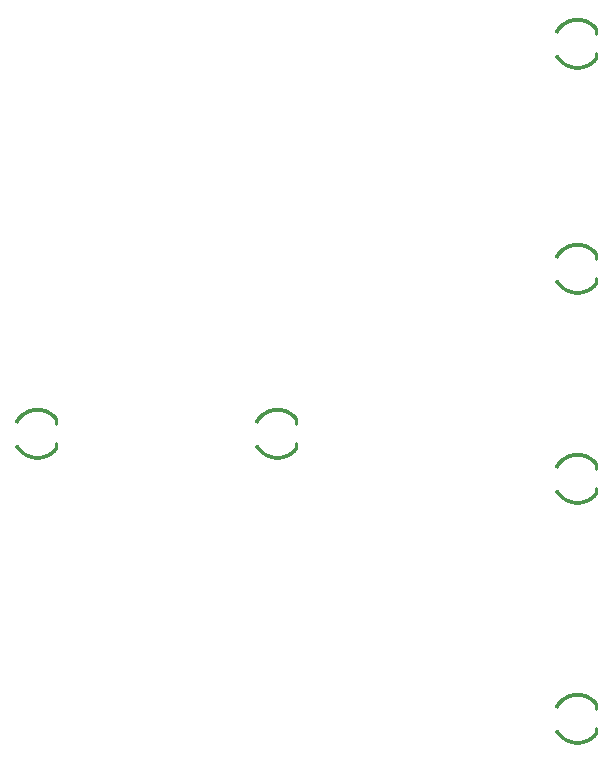
<source format=gbr>
G04 EAGLE Gerber RS-274X export*
G75*
%MOMM*%
%FSLAX34Y34*%
%LPD*%
%INSilkscreen Bottom*%
%IPPOS*%
%AMOC8*
5,1,8,0,0,1.08239X$1,22.5*%
G01*
%ADD10C,0.025400*%
%ADD11C,0.254000*%


D10*
X638706Y712338D02*
X636950Y710874D01*
X636950Y710875D02*
X636649Y711222D01*
X636340Y711562D01*
X636023Y711895D01*
X635698Y712220D01*
X635366Y712537D01*
X635026Y712846D01*
X634678Y713147D01*
X634324Y713440D01*
X633962Y713723D01*
X633594Y713998D01*
X633219Y714265D01*
X632838Y714522D01*
X632451Y714770D01*
X632059Y715008D01*
X631660Y715237D01*
X631256Y715457D01*
X630848Y715667D01*
X630434Y715867D01*
X630015Y716057D01*
X629592Y716236D01*
X629165Y716406D01*
X628734Y716565D01*
X628299Y716714D01*
X627861Y716853D01*
X627420Y716981D01*
X626975Y717098D01*
X626528Y717205D01*
X626079Y717301D01*
X625627Y717386D01*
X625174Y717460D01*
X624718Y717524D01*
X624262Y717576D01*
X623804Y717618D01*
X623346Y717648D01*
X622886Y717668D01*
X622427Y717677D01*
X622426Y719962D01*
X622427Y719963D01*
X622942Y719953D01*
X623457Y719932D01*
X623971Y719898D01*
X624484Y719852D01*
X624996Y719793D01*
X625506Y719722D01*
X626015Y719639D01*
X626521Y719544D01*
X627025Y719436D01*
X627526Y719317D01*
X628024Y719186D01*
X628519Y719042D01*
X629010Y718887D01*
X629498Y718720D01*
X629981Y718541D01*
X630460Y718351D01*
X630934Y718150D01*
X631403Y717937D01*
X631867Y717713D01*
X632326Y717478D01*
X632778Y717231D01*
X633225Y716975D01*
X633665Y716707D01*
X634099Y716429D01*
X634526Y716141D01*
X634946Y715842D01*
X635358Y715533D01*
X635764Y715215D01*
X636161Y714887D01*
X636550Y714550D01*
X636931Y714203D01*
X637304Y713847D01*
X637668Y713483D01*
X638023Y713110D01*
X638369Y712728D01*
X638706Y712338D01*
X638522Y712184D01*
X638189Y712570D01*
X637847Y712947D01*
X637495Y713316D01*
X637135Y713676D01*
X636767Y714028D01*
X636390Y714371D01*
X636005Y714704D01*
X635612Y715029D01*
X635212Y715343D01*
X634804Y715648D01*
X634389Y715944D01*
X633967Y716229D01*
X633538Y716504D01*
X633102Y716768D01*
X632661Y717022D01*
X632213Y717265D01*
X631760Y717498D01*
X631302Y717719D01*
X630838Y717930D01*
X630369Y718129D01*
X629895Y718317D01*
X629418Y718494D01*
X628936Y718659D01*
X628450Y718812D01*
X627961Y718954D01*
X627468Y719084D01*
X626973Y719202D01*
X626475Y719308D01*
X625974Y719403D01*
X625471Y719485D01*
X624967Y719555D01*
X624461Y719613D01*
X623953Y719658D01*
X623445Y719692D01*
X622936Y719713D01*
X622427Y719723D01*
X622427Y719483D01*
X622930Y719474D01*
X623433Y719452D01*
X623936Y719419D01*
X624437Y719374D01*
X624938Y719317D01*
X625436Y719247D01*
X625933Y719166D01*
X626428Y719073D01*
X626921Y718968D01*
X627410Y718851D01*
X627897Y718723D01*
X628381Y718583D01*
X628861Y718431D01*
X629337Y718268D01*
X629810Y718093D01*
X630278Y717907D01*
X630741Y717710D01*
X631200Y717502D01*
X631653Y717283D01*
X632101Y717053D01*
X632544Y716813D01*
X632980Y716562D01*
X633410Y716300D01*
X633834Y716028D01*
X634252Y715747D01*
X634662Y715455D01*
X635065Y715153D01*
X635461Y714842D01*
X635850Y714522D01*
X636230Y714192D01*
X636603Y713853D01*
X636967Y713506D01*
X637323Y713149D01*
X637670Y712785D01*
X638008Y712412D01*
X638338Y712031D01*
X638153Y711877D01*
X637828Y712254D01*
X637493Y712622D01*
X637150Y712983D01*
X636798Y713335D01*
X636438Y713678D01*
X636070Y714013D01*
X635694Y714339D01*
X635310Y714656D01*
X634919Y714963D01*
X634520Y715261D01*
X634114Y715550D01*
X633702Y715828D01*
X633283Y716097D01*
X632858Y716355D01*
X632426Y716603D01*
X631989Y716841D01*
X631546Y717068D01*
X631098Y717285D01*
X630645Y717490D01*
X630187Y717685D01*
X629724Y717869D01*
X629257Y718041D01*
X628786Y718203D01*
X628312Y718353D01*
X627834Y718491D01*
X627353Y718618D01*
X626869Y718734D01*
X626382Y718837D01*
X625893Y718930D01*
X625401Y719010D01*
X624909Y719078D01*
X624414Y719135D01*
X623918Y719180D01*
X623422Y719213D01*
X622924Y719234D01*
X622427Y719243D01*
X622427Y719003D01*
X622919Y718994D01*
X623410Y718973D01*
X623901Y718940D01*
X624391Y718896D01*
X624879Y718840D01*
X625367Y718772D01*
X625852Y718693D01*
X626335Y718602D01*
X626816Y718499D01*
X627295Y718385D01*
X627770Y718260D01*
X628243Y718123D01*
X628712Y717975D01*
X629177Y717815D01*
X629638Y717645D01*
X630096Y717463D01*
X630548Y717271D01*
X630996Y717067D01*
X631439Y716854D01*
X631877Y716629D01*
X632309Y716394D01*
X632735Y716149D01*
X633155Y715893D01*
X633570Y715628D01*
X633977Y715353D01*
X634378Y715068D01*
X634772Y714773D01*
X635159Y714469D01*
X635538Y714156D01*
X635910Y713834D01*
X636274Y713503D01*
X636630Y713164D01*
X636977Y712816D01*
X637317Y712460D01*
X637647Y712096D01*
X637969Y711723D01*
X637784Y711570D01*
X637467Y711937D01*
X637140Y712297D01*
X636805Y712649D01*
X636461Y712993D01*
X636110Y713329D01*
X635750Y713655D01*
X635383Y713974D01*
X635008Y714283D01*
X634625Y714583D01*
X634236Y714874D01*
X633840Y715156D01*
X633437Y715428D01*
X633028Y715690D01*
X632613Y715942D01*
X632191Y716185D01*
X631764Y716417D01*
X631332Y716639D01*
X630894Y716850D01*
X630452Y717051D01*
X630004Y717241D01*
X629553Y717421D01*
X629097Y717589D01*
X628637Y717747D01*
X628174Y717893D01*
X627707Y718028D01*
X627237Y718152D01*
X626764Y718265D01*
X626289Y718367D01*
X625811Y718456D01*
X625332Y718535D01*
X624850Y718602D01*
X624367Y718657D01*
X623883Y718701D01*
X623398Y718733D01*
X622913Y718754D01*
X622427Y718763D01*
X622427Y718523D01*
X622907Y718514D01*
X623387Y718493D01*
X623866Y718462D01*
X624344Y718418D01*
X624821Y718364D01*
X625297Y718297D01*
X625771Y718220D01*
X626242Y718131D01*
X626712Y718031D01*
X627179Y717919D01*
X627643Y717797D01*
X628105Y717663D01*
X628562Y717518D01*
X629017Y717363D01*
X629467Y717196D01*
X629913Y717019D01*
X630355Y716831D01*
X630793Y716633D01*
X631225Y716424D01*
X631652Y716205D01*
X632074Y715975D01*
X632490Y715736D01*
X632901Y715487D01*
X633305Y715228D01*
X633703Y714959D01*
X634094Y714681D01*
X634479Y714393D01*
X634857Y714097D01*
X635227Y713791D01*
X635590Y713477D01*
X635945Y713154D01*
X636293Y712822D01*
X636632Y712483D01*
X636963Y712135D01*
X637286Y711779D01*
X637600Y711416D01*
X637416Y711263D01*
X637105Y711621D01*
X636787Y711972D01*
X636459Y712316D01*
X636124Y712651D01*
X635781Y712979D01*
X635430Y713298D01*
X635071Y713608D01*
X634705Y713910D01*
X634332Y714203D01*
X633952Y714487D01*
X633566Y714762D01*
X633173Y715027D01*
X632773Y715283D01*
X632368Y715530D01*
X631957Y715766D01*
X631540Y715993D01*
X631118Y716209D01*
X630691Y716415D01*
X630259Y716611D01*
X629822Y716797D01*
X629381Y716972D01*
X628937Y717137D01*
X628488Y717290D01*
X628036Y717433D01*
X627580Y717565D01*
X627121Y717687D01*
X626660Y717797D01*
X626196Y717896D01*
X625730Y717983D01*
X625262Y718060D01*
X624792Y718125D01*
X624321Y718180D01*
X623848Y718222D01*
X623375Y718254D01*
X622901Y718274D01*
X622427Y718283D01*
X622427Y718043D01*
X622895Y718034D01*
X623363Y718014D01*
X623831Y717983D01*
X624297Y717941D01*
X624763Y717887D01*
X625227Y717823D01*
X625689Y717747D01*
X626150Y717660D01*
X626608Y717562D01*
X627064Y717454D01*
X627516Y717334D01*
X627966Y717203D01*
X628413Y717062D01*
X628856Y716910D01*
X629296Y716748D01*
X629731Y716575D01*
X630162Y716392D01*
X630589Y716198D01*
X631011Y715994D01*
X631428Y715780D01*
X631839Y715557D01*
X632245Y715323D01*
X632646Y715080D01*
X633040Y714827D01*
X633429Y714565D01*
X633810Y714294D01*
X634186Y714013D01*
X634554Y713724D01*
X634916Y713426D01*
X635270Y713119D01*
X635616Y712804D01*
X635956Y712481D01*
X636287Y712149D01*
X636610Y711810D01*
X636925Y711463D01*
X637231Y711109D01*
X637047Y710955D01*
X636744Y711305D01*
X636433Y711648D01*
X636114Y711983D01*
X635787Y712310D01*
X635452Y712629D01*
X635110Y712940D01*
X634760Y713243D01*
X634403Y713537D01*
X634039Y713823D01*
X633669Y714100D01*
X633291Y714368D01*
X632908Y714627D01*
X632518Y714877D01*
X632123Y715117D01*
X631722Y715347D01*
X631315Y715568D01*
X630904Y715779D01*
X630487Y715981D01*
X630066Y716172D01*
X629640Y716353D01*
X629210Y716524D01*
X628776Y716684D01*
X628338Y716834D01*
X627897Y716974D01*
X627453Y717102D01*
X627006Y717221D01*
X626556Y717328D01*
X626103Y717425D01*
X625649Y717510D01*
X625192Y717585D01*
X624734Y717649D01*
X624274Y717702D01*
X623813Y717744D01*
X623352Y717774D01*
X622889Y717794D01*
X622427Y717803D01*
X622174Y719962D02*
X622174Y717676D01*
X622173Y717677D02*
X621708Y717668D01*
X621243Y717648D01*
X620779Y717617D01*
X620316Y717574D01*
X619854Y717520D01*
X619393Y717455D01*
X618934Y717379D01*
X618477Y717292D01*
X618022Y717194D01*
X617570Y717084D01*
X617120Y716964D01*
X616674Y716833D01*
X616231Y716691D01*
X615791Y716538D01*
X615356Y716375D01*
X614924Y716201D01*
X614497Y716017D01*
X614074Y715823D01*
X613656Y715618D01*
X613243Y715403D01*
X612836Y715178D01*
X612434Y714944D01*
X612038Y714700D01*
X611648Y714446D01*
X611264Y714183D01*
X610887Y713910D01*
X610517Y713629D01*
X610153Y713339D01*
X609797Y713040D01*
X609448Y712732D01*
X609106Y712416D01*
X608772Y712092D01*
X608447Y711759D01*
X608129Y711419D01*
X607820Y711072D01*
X607519Y710717D01*
X607227Y710355D01*
X606944Y709985D01*
X606670Y709609D01*
X606405Y709227D01*
X606149Y708838D01*
X605903Y708443D01*
X605667Y708042D01*
X605440Y707636D01*
X603423Y708711D01*
X603423Y708712D01*
X603677Y709167D01*
X603941Y709617D01*
X604217Y710059D01*
X604503Y710495D01*
X604800Y710924D01*
X605106Y711346D01*
X605424Y711760D01*
X605751Y712166D01*
X606088Y712564D01*
X606434Y712953D01*
X606790Y713335D01*
X607155Y713707D01*
X607529Y714070D01*
X607911Y714425D01*
X608302Y714770D01*
X608702Y715105D01*
X609109Y715430D01*
X609524Y715746D01*
X609947Y716051D01*
X610377Y716346D01*
X610814Y716630D01*
X611258Y716904D01*
X611708Y717167D01*
X612165Y717419D01*
X612627Y717659D01*
X613096Y717889D01*
X613569Y718107D01*
X614048Y718313D01*
X614532Y718508D01*
X615020Y718690D01*
X615513Y718861D01*
X616010Y719020D01*
X616510Y719167D01*
X617014Y719302D01*
X617521Y719424D01*
X618030Y719534D01*
X618543Y719631D01*
X619057Y719716D01*
X619574Y719789D01*
X620091Y719849D01*
X620611Y719896D01*
X621131Y719931D01*
X621652Y719953D01*
X622173Y719963D01*
X622173Y719723D01*
X621658Y719713D01*
X621143Y719691D01*
X620628Y719657D01*
X620115Y719610D01*
X619603Y719551D01*
X619092Y719479D01*
X618584Y719395D01*
X618077Y719298D01*
X617573Y719190D01*
X617072Y719069D01*
X616574Y718936D01*
X616079Y718791D01*
X615588Y718633D01*
X615101Y718464D01*
X614619Y718284D01*
X614140Y718091D01*
X613667Y717887D01*
X613198Y717672D01*
X612735Y717445D01*
X612278Y717207D01*
X611827Y716958D01*
X611381Y716698D01*
X610943Y716428D01*
X610510Y716147D01*
X610085Y715855D01*
X609667Y715553D01*
X609257Y715241D01*
X608854Y714919D01*
X608459Y714588D01*
X608073Y714247D01*
X607694Y713897D01*
X607325Y713537D01*
X606964Y713169D01*
X606612Y712792D01*
X606269Y712407D01*
X605936Y712013D01*
X605613Y711612D01*
X605299Y711203D01*
X604996Y710786D01*
X604703Y710362D01*
X604420Y709931D01*
X604147Y709493D01*
X603886Y709049D01*
X603635Y708599D01*
X603846Y708486D01*
X604094Y708931D01*
X604353Y709370D01*
X604622Y709803D01*
X604902Y710229D01*
X605192Y710648D01*
X605492Y711060D01*
X605802Y711464D01*
X606122Y711861D01*
X606451Y712250D01*
X606790Y712631D01*
X607138Y713004D01*
X607494Y713368D01*
X607860Y713723D01*
X608234Y714069D01*
X608616Y714406D01*
X609006Y714734D01*
X609405Y715052D01*
X609810Y715360D01*
X610224Y715659D01*
X610644Y715947D01*
X611071Y716225D01*
X611505Y716493D01*
X611945Y716749D01*
X612391Y716996D01*
X612843Y717231D01*
X613301Y717455D01*
X613764Y717668D01*
X614232Y717870D01*
X614705Y718060D01*
X615182Y718239D01*
X615664Y718406D01*
X616149Y718561D01*
X616638Y718704D01*
X617131Y718836D01*
X617626Y718956D01*
X618124Y719063D01*
X618625Y719158D01*
X619128Y719242D01*
X619632Y719313D01*
X620139Y719371D01*
X620646Y719418D01*
X621155Y719452D01*
X621664Y719473D01*
X622173Y719483D01*
X622173Y719243D01*
X621670Y719233D01*
X621166Y719212D01*
X620664Y719178D01*
X620162Y719132D01*
X619662Y719074D01*
X619163Y719004D01*
X618666Y718922D01*
X618171Y718828D01*
X617679Y718721D01*
X617189Y718603D01*
X616702Y718473D01*
X616219Y718331D01*
X615739Y718178D01*
X615263Y718013D01*
X614791Y717836D01*
X614324Y717648D01*
X613862Y717449D01*
X613404Y717238D01*
X612951Y717016D01*
X612505Y716784D01*
X612063Y716541D01*
X611628Y716287D01*
X611200Y716022D01*
X610777Y715748D01*
X610362Y715463D01*
X609954Y715168D01*
X609552Y714863D01*
X609159Y714549D01*
X608773Y714225D01*
X608395Y713892D01*
X608025Y713549D01*
X607664Y713198D01*
X607312Y712838D01*
X606968Y712470D01*
X606633Y712094D01*
X606308Y711709D01*
X605992Y711317D01*
X605685Y710917D01*
X605389Y710510D01*
X605102Y710096D01*
X604825Y709675D01*
X604559Y709247D01*
X604303Y708813D01*
X604058Y708373D01*
X604270Y708260D01*
X604512Y708695D01*
X604765Y709124D01*
X605028Y709546D01*
X605302Y709963D01*
X605585Y710372D01*
X605878Y710774D01*
X606181Y711169D01*
X606493Y711557D01*
X606815Y711937D01*
X607146Y712309D01*
X607486Y712673D01*
X607834Y713029D01*
X608191Y713376D01*
X608556Y713714D01*
X608930Y714043D01*
X609311Y714363D01*
X609700Y714674D01*
X610097Y714975D01*
X610500Y715266D01*
X610911Y715548D01*
X611328Y715820D01*
X611752Y716081D01*
X612182Y716332D01*
X612618Y716572D01*
X613059Y716802D01*
X613507Y717021D01*
X613959Y717229D01*
X614416Y717426D01*
X614878Y717612D01*
X615344Y717787D01*
X615814Y717950D01*
X616289Y718102D01*
X616766Y718242D01*
X617247Y718370D01*
X617731Y718487D01*
X618218Y718592D01*
X618707Y718686D01*
X619198Y718767D01*
X619691Y718836D01*
X620186Y718894D01*
X620681Y718939D01*
X621178Y718972D01*
X621676Y718993D01*
X622173Y719003D01*
X622173Y718763D01*
X621682Y718754D01*
X621190Y718733D01*
X620699Y718700D01*
X620209Y718655D01*
X619721Y718598D01*
X619233Y718529D01*
X618748Y718449D01*
X618265Y718357D01*
X617784Y718253D01*
X617306Y718138D01*
X616830Y718011D01*
X616358Y717872D01*
X615890Y717722D01*
X615425Y717561D01*
X614964Y717388D01*
X614508Y717204D01*
X614056Y717010D01*
X613609Y716804D01*
X613167Y716588D01*
X612731Y716361D01*
X612300Y716123D01*
X611875Y715875D01*
X611457Y715617D01*
X611044Y715349D01*
X610639Y715070D01*
X610240Y714782D01*
X609848Y714485D01*
X609464Y714178D01*
X609087Y713861D01*
X608718Y713536D01*
X608357Y713202D01*
X608004Y712859D01*
X607659Y712508D01*
X607324Y712148D01*
X606997Y711780D01*
X606679Y711405D01*
X606370Y711022D01*
X606071Y710632D01*
X605781Y710234D01*
X605501Y709829D01*
X605231Y709418D01*
X604971Y709001D01*
X604721Y708577D01*
X604482Y708147D01*
X604694Y708034D01*
X604930Y708459D01*
X605177Y708877D01*
X605434Y709290D01*
X605701Y709696D01*
X605978Y710096D01*
X606264Y710489D01*
X606560Y710874D01*
X606865Y711253D01*
X607179Y711624D01*
X607502Y711987D01*
X607833Y712342D01*
X608174Y712689D01*
X608522Y713028D01*
X608879Y713358D01*
X609244Y713680D01*
X609616Y713992D01*
X609996Y714296D01*
X610383Y714590D01*
X610777Y714874D01*
X611178Y715149D01*
X611585Y715414D01*
X611999Y715669D01*
X612419Y715914D01*
X612844Y716149D01*
X613275Y716373D01*
X613712Y716587D01*
X614154Y716790D01*
X614600Y716983D01*
X615051Y717164D01*
X615506Y717335D01*
X615965Y717494D01*
X616428Y717642D01*
X616894Y717779D01*
X617364Y717905D01*
X617837Y718019D01*
X618312Y718122D01*
X618789Y718213D01*
X619269Y718292D01*
X619750Y718360D01*
X620233Y718416D01*
X620717Y718460D01*
X621202Y718493D01*
X621687Y718514D01*
X622173Y718523D01*
X622173Y718283D01*
X621693Y718274D01*
X621214Y718253D01*
X620735Y718221D01*
X620256Y718177D01*
X619779Y718122D01*
X619304Y718055D01*
X618830Y717976D01*
X618359Y717886D01*
X617889Y717785D01*
X617422Y717672D01*
X616959Y717548D01*
X616498Y717413D01*
X616041Y717266D01*
X615587Y717109D01*
X615137Y716940D01*
X614692Y716761D01*
X614251Y716571D01*
X613815Y716370D01*
X613383Y716159D01*
X612957Y715937D01*
X612537Y715706D01*
X612122Y715464D01*
X611714Y715211D01*
X611311Y714950D01*
X610915Y714678D01*
X610526Y714397D01*
X610143Y714106D01*
X609768Y713807D01*
X609400Y713498D01*
X609040Y713181D01*
X608688Y712854D01*
X608344Y712520D01*
X608007Y712177D01*
X607680Y711826D01*
X607361Y711467D01*
X607050Y711101D01*
X606749Y710727D01*
X606457Y710346D01*
X606174Y709958D01*
X605901Y709563D01*
X605637Y709162D01*
X605383Y708754D01*
X605139Y708341D01*
X604905Y707921D01*
X605117Y707808D01*
X605348Y708222D01*
X605589Y708631D01*
X605840Y709034D01*
X606100Y709430D01*
X606370Y709820D01*
X606650Y710203D01*
X606938Y710579D01*
X607236Y710949D01*
X607542Y711311D01*
X607858Y711665D01*
X608181Y712012D01*
X608513Y712350D01*
X608854Y712681D01*
X609202Y713003D01*
X609557Y713317D01*
X609921Y713621D01*
X610291Y713917D01*
X610669Y714204D01*
X611053Y714482D01*
X611445Y714750D01*
X611842Y715009D01*
X612246Y715258D01*
X612655Y715497D01*
X613071Y715726D01*
X613491Y715945D01*
X613917Y716153D01*
X614348Y716352D01*
X614784Y716539D01*
X615224Y716717D01*
X615668Y716883D01*
X616116Y717038D01*
X616568Y717183D01*
X617023Y717317D01*
X617481Y717439D01*
X617942Y717551D01*
X618405Y717651D01*
X618871Y717740D01*
X619339Y717817D01*
X619809Y717883D01*
X620280Y717938D01*
X620752Y717982D01*
X621225Y718013D01*
X621699Y718034D01*
X622173Y718043D01*
X622173Y717803D01*
X621705Y717794D01*
X621237Y717774D01*
X620770Y717742D01*
X620303Y717699D01*
X619838Y717645D01*
X619374Y717580D01*
X618912Y717503D01*
X618452Y717415D01*
X617994Y717316D01*
X617539Y717206D01*
X617087Y717085D01*
X616637Y716953D01*
X616191Y716811D01*
X615749Y716657D01*
X615310Y716493D01*
X614876Y716318D01*
X614446Y716132D01*
X614020Y715937D01*
X613599Y715730D01*
X613184Y715514D01*
X612774Y715288D01*
X612369Y715052D01*
X611971Y714806D01*
X611578Y714551D01*
X611192Y714286D01*
X610812Y714012D01*
X610439Y713728D01*
X610073Y713436D01*
X609714Y713135D01*
X609363Y712825D01*
X609019Y712507D01*
X608683Y712181D01*
X608355Y711846D01*
X608036Y711504D01*
X607724Y711154D01*
X607421Y710797D01*
X607128Y710432D01*
X606842Y710060D01*
X606567Y709682D01*
X606300Y709297D01*
X606043Y708905D01*
X605795Y708508D01*
X605557Y708104D01*
X605329Y707695D01*
X622426Y677038D02*
X622426Y679324D01*
X622427Y679323D02*
X622895Y679332D01*
X623363Y679353D01*
X623831Y679384D01*
X624298Y679427D01*
X624763Y679482D01*
X625227Y679548D01*
X625689Y679625D01*
X626149Y679713D01*
X626607Y679813D01*
X627063Y679924D01*
X627515Y680046D01*
X627964Y680179D01*
X628410Y680323D01*
X628853Y680477D01*
X629291Y680643D01*
X629725Y680819D01*
X630155Y681006D01*
X630580Y681203D01*
X631000Y681410D01*
X631415Y681628D01*
X631825Y681856D01*
X632229Y682093D01*
X632627Y682341D01*
X633018Y682598D01*
X633404Y682865D01*
X633783Y683141D01*
X634154Y683426D01*
X634519Y683720D01*
X634877Y684023D01*
X635227Y684335D01*
X635569Y684655D01*
X635903Y684983D01*
X636229Y685319D01*
X636547Y685664D01*
X636857Y686016D01*
X638601Y684539D01*
X638602Y684539D01*
X638255Y684144D01*
X637899Y683758D01*
X637534Y683381D01*
X637159Y683012D01*
X636776Y682653D01*
X636383Y682304D01*
X635983Y681964D01*
X635574Y681634D01*
X635157Y681314D01*
X634733Y681005D01*
X634301Y680706D01*
X633862Y680417D01*
X633416Y680140D01*
X632963Y679873D01*
X632504Y679618D01*
X632039Y679374D01*
X631568Y679141D01*
X631091Y678920D01*
X630609Y678711D01*
X630122Y678513D01*
X629631Y678328D01*
X629135Y678154D01*
X628635Y677993D01*
X628131Y677844D01*
X627624Y677708D01*
X627113Y677584D01*
X626600Y677472D01*
X626084Y677373D01*
X625566Y677287D01*
X625046Y677213D01*
X624524Y677153D01*
X624001Y677105D01*
X623477Y677069D01*
X622952Y677047D01*
X622427Y677037D01*
X622427Y677277D01*
X622946Y677287D01*
X623465Y677309D01*
X623983Y677344D01*
X624500Y677391D01*
X625016Y677452D01*
X625530Y677524D01*
X626043Y677610D01*
X626553Y677707D01*
X627060Y677818D01*
X627565Y677940D01*
X628067Y678075D01*
X628565Y678223D01*
X629059Y678382D01*
X629549Y678553D01*
X630035Y678737D01*
X630516Y678932D01*
X630993Y679139D01*
X631464Y679357D01*
X631930Y679587D01*
X632390Y679829D01*
X632843Y680081D01*
X633291Y680345D01*
X633732Y680619D01*
X634166Y680904D01*
X634593Y681200D01*
X635013Y681506D01*
X635425Y681822D01*
X635829Y682148D01*
X636225Y682484D01*
X636613Y682830D01*
X636992Y683185D01*
X637362Y683549D01*
X637724Y683922D01*
X638076Y684304D01*
X638419Y684694D01*
X638235Y684849D01*
X637897Y684463D01*
X637549Y684086D01*
X637191Y683717D01*
X636825Y683357D01*
X636450Y683006D01*
X636067Y682665D01*
X635675Y682333D01*
X635276Y682010D01*
X634869Y681698D01*
X634454Y681395D01*
X634032Y681103D01*
X633602Y680821D01*
X633166Y680550D01*
X632724Y680289D01*
X632275Y680040D01*
X631821Y679801D01*
X631360Y679574D01*
X630895Y679358D01*
X630424Y679153D01*
X629948Y678960D01*
X629467Y678779D01*
X628983Y678610D01*
X628494Y678452D01*
X628002Y678307D01*
X627506Y678173D01*
X627007Y678052D01*
X626505Y677943D01*
X626001Y677846D01*
X625495Y677762D01*
X624986Y677690D01*
X624476Y677630D01*
X623965Y677583D01*
X623453Y677549D01*
X622940Y677527D01*
X622427Y677517D01*
X622427Y677757D01*
X622934Y677767D01*
X623441Y677788D01*
X623947Y677823D01*
X624453Y677869D01*
X624957Y677928D01*
X625459Y677999D01*
X625960Y678082D01*
X626458Y678178D01*
X626954Y678286D01*
X627447Y678406D01*
X627937Y678538D01*
X628424Y678682D01*
X628907Y678837D01*
X629386Y679005D01*
X629861Y679184D01*
X630331Y679375D01*
X630796Y679577D01*
X631257Y679790D01*
X631712Y680015D01*
X632161Y680251D01*
X632605Y680498D01*
X633042Y680755D01*
X633473Y681023D01*
X633897Y681302D01*
X634314Y681590D01*
X634724Y681889D01*
X635127Y682198D01*
X635522Y682517D01*
X635909Y682845D01*
X636288Y683183D01*
X636658Y683530D01*
X637020Y683885D01*
X637373Y684250D01*
X637717Y684623D01*
X638052Y685004D01*
X637869Y685159D01*
X637538Y684782D01*
X637198Y684414D01*
X636849Y684054D01*
X636491Y683702D01*
X636125Y683359D01*
X635751Y683026D01*
X635368Y682701D01*
X634978Y682386D01*
X634580Y682081D01*
X634175Y681786D01*
X633762Y681500D01*
X633343Y681225D01*
X632917Y680960D01*
X632485Y680706D01*
X632047Y680462D01*
X631603Y680229D01*
X631153Y680007D01*
X630698Y679796D01*
X630238Y679596D01*
X629773Y679408D01*
X629304Y679230D01*
X628831Y679065D01*
X628353Y678911D01*
X627872Y678769D01*
X627388Y678638D01*
X626901Y678520D01*
X626411Y678413D01*
X625918Y678319D01*
X625424Y678236D01*
X624927Y678166D01*
X624429Y678108D01*
X623929Y678062D01*
X623429Y678028D01*
X622928Y678007D01*
X622427Y677997D01*
X622427Y678237D01*
X622922Y678247D01*
X623417Y678268D01*
X623912Y678301D01*
X624405Y678347D01*
X624897Y678404D01*
X625388Y678474D01*
X625877Y678555D01*
X626363Y678649D01*
X626848Y678754D01*
X627329Y678871D01*
X627808Y679000D01*
X628283Y679140D01*
X628755Y679293D01*
X629222Y679456D01*
X629686Y679631D01*
X630145Y679817D01*
X630600Y680015D01*
X631049Y680223D01*
X631494Y680443D01*
X631932Y680673D01*
X632366Y680914D01*
X632793Y681165D01*
X633213Y681427D01*
X633628Y681699D01*
X634035Y681981D01*
X634436Y682273D01*
X634829Y682575D01*
X635214Y682886D01*
X635592Y683206D01*
X635962Y683536D01*
X636324Y683874D01*
X636678Y684222D01*
X637023Y684578D01*
X637359Y684942D01*
X637686Y685314D01*
X637503Y685469D01*
X637179Y685101D01*
X636847Y684742D01*
X636507Y684390D01*
X636157Y684047D01*
X635800Y683712D01*
X635434Y683387D01*
X635061Y683070D01*
X634680Y682763D01*
X634291Y682465D01*
X633896Y682176D01*
X633493Y681898D01*
X633084Y681629D01*
X632668Y681370D01*
X632246Y681122D01*
X631818Y680884D01*
X631385Y680657D01*
X630946Y680440D01*
X630501Y680234D01*
X630052Y680039D01*
X629599Y679855D01*
X629141Y679682D01*
X628679Y679520D01*
X628213Y679370D01*
X627743Y679231D01*
X627270Y679104D01*
X626795Y678988D01*
X626316Y678884D01*
X625835Y678792D01*
X625352Y678711D01*
X624868Y678642D01*
X624381Y678585D01*
X623894Y678541D01*
X623405Y678508D01*
X622916Y678486D01*
X622427Y678477D01*
X622427Y678717D01*
X622910Y678726D01*
X623393Y678747D01*
X623876Y678780D01*
X624358Y678824D01*
X624838Y678880D01*
X625317Y678948D01*
X625794Y679028D01*
X626269Y679119D01*
X626741Y679222D01*
X627211Y679336D01*
X627678Y679462D01*
X628142Y679599D01*
X628602Y679748D01*
X629059Y679907D01*
X629511Y680078D01*
X629960Y680260D01*
X630403Y680453D01*
X630842Y680656D01*
X631276Y680870D01*
X631704Y681095D01*
X632127Y681330D01*
X632543Y681575D01*
X632954Y681831D01*
X633358Y682096D01*
X633756Y682372D01*
X634147Y682656D01*
X634531Y682951D01*
X634907Y683254D01*
X635276Y683567D01*
X635637Y683889D01*
X635990Y684219D01*
X636335Y684558D01*
X636672Y684905D01*
X637000Y685261D01*
X637319Y685624D01*
X637136Y685779D01*
X636821Y685420D01*
X636497Y685069D01*
X636164Y684726D01*
X635823Y684392D01*
X635475Y684065D01*
X635118Y683748D01*
X634753Y683439D01*
X634382Y683139D01*
X634003Y682848D01*
X633617Y682567D01*
X633224Y682295D01*
X632824Y682033D01*
X632419Y681781D01*
X632007Y681538D01*
X631590Y681306D01*
X631167Y681084D01*
X630738Y680873D01*
X630305Y680672D01*
X629867Y680481D01*
X629424Y680302D01*
X628977Y680133D01*
X628526Y679975D01*
X628072Y679829D01*
X627614Y679693D01*
X627152Y679569D01*
X626688Y679456D01*
X626221Y679354D01*
X625752Y679264D01*
X625281Y679186D01*
X624808Y679119D01*
X624334Y679063D01*
X623858Y679019D01*
X623381Y678987D01*
X622904Y678966D01*
X622427Y678957D01*
X622427Y679197D01*
X622898Y679206D01*
X623370Y679227D01*
X623840Y679259D01*
X624310Y679302D01*
X624779Y679357D01*
X625246Y679423D01*
X625711Y679501D01*
X626174Y679590D01*
X626635Y679690D01*
X627093Y679802D01*
X627549Y679924D01*
X628001Y680058D01*
X628450Y680203D01*
X628896Y680359D01*
X629337Y680525D01*
X629774Y680703D01*
X630207Y680891D01*
X630635Y681089D01*
X631058Y681298D01*
X631475Y681517D01*
X631888Y681746D01*
X632294Y681986D01*
X632695Y682235D01*
X633089Y682494D01*
X633477Y682762D01*
X633858Y683040D01*
X634233Y683327D01*
X634600Y683623D01*
X634960Y683928D01*
X635312Y684242D01*
X635657Y684564D01*
X635993Y684895D01*
X636321Y685233D01*
X636641Y685580D01*
X636953Y685934D01*
X603728Y687741D02*
X605713Y688876D01*
X605712Y688875D02*
X605950Y688477D01*
X606196Y688085D01*
X606453Y687700D01*
X606718Y687320D01*
X606992Y686947D01*
X607276Y686581D01*
X607568Y686222D01*
X607869Y685870D01*
X608178Y685525D01*
X608495Y685188D01*
X608821Y684858D01*
X609154Y684537D01*
X609495Y684223D01*
X609844Y683918D01*
X610199Y683622D01*
X610562Y683334D01*
X610932Y683055D01*
X611308Y682785D01*
X611691Y682524D01*
X612080Y682273D01*
X612474Y682031D01*
X612875Y681798D01*
X613281Y681576D01*
X613692Y681363D01*
X614109Y681160D01*
X614530Y680967D01*
X614955Y680785D01*
X615385Y680613D01*
X615819Y680451D01*
X616257Y680300D01*
X616698Y680159D01*
X617143Y680029D01*
X617590Y679910D01*
X618040Y679802D01*
X618493Y679704D01*
X618948Y679618D01*
X619405Y679543D01*
X619864Y679478D01*
X620324Y679425D01*
X620785Y679383D01*
X621247Y679352D01*
X621710Y679332D01*
X622173Y679323D01*
X622173Y677038D01*
X622173Y677037D01*
X621654Y677047D01*
X621135Y677069D01*
X620617Y677103D01*
X620100Y677150D01*
X619585Y677209D01*
X619071Y677281D01*
X618559Y677365D01*
X618049Y677462D01*
X617541Y677571D01*
X617037Y677692D01*
X616535Y677825D01*
X616037Y677971D01*
X615542Y678128D01*
X615052Y678298D01*
X614565Y678479D01*
X614083Y678672D01*
X613606Y678876D01*
X613135Y679092D01*
X612668Y679319D01*
X612207Y679558D01*
X611752Y679807D01*
X611303Y680068D01*
X610861Y680339D01*
X610425Y680621D01*
X609996Y680913D01*
X609574Y681216D01*
X609160Y681529D01*
X608754Y681851D01*
X608355Y682184D01*
X607964Y682526D01*
X607582Y682877D01*
X607209Y683237D01*
X606844Y683607D01*
X606489Y683985D01*
X606142Y684371D01*
X605805Y684766D01*
X605478Y685169D01*
X605161Y685579D01*
X604853Y685998D01*
X604556Y686423D01*
X604269Y686856D01*
X603993Y687295D01*
X603728Y687741D01*
X603936Y687860D01*
X604198Y687419D01*
X604472Y686985D01*
X604755Y686557D01*
X605049Y686136D01*
X605353Y685723D01*
X605667Y685317D01*
X605991Y684919D01*
X606324Y684528D01*
X606666Y684146D01*
X607018Y683773D01*
X607378Y683407D01*
X607747Y683051D01*
X608125Y682704D01*
X608511Y682366D01*
X608905Y682037D01*
X609307Y681718D01*
X609717Y681409D01*
X610134Y681110D01*
X610558Y680821D01*
X610989Y680542D01*
X611426Y680274D01*
X611870Y680016D01*
X612320Y679770D01*
X612775Y679534D01*
X613237Y679309D01*
X613703Y679096D01*
X614175Y678893D01*
X614651Y678703D01*
X615132Y678524D01*
X615617Y678356D01*
X616106Y678201D01*
X616599Y678057D01*
X617095Y677925D01*
X617594Y677805D01*
X618095Y677697D01*
X618600Y677602D01*
X619106Y677519D01*
X619614Y677448D01*
X620124Y677389D01*
X620635Y677342D01*
X621147Y677308D01*
X621660Y677287D01*
X622173Y677277D01*
X622173Y677517D01*
X621665Y677527D01*
X621159Y677548D01*
X620652Y677582D01*
X620147Y677628D01*
X619643Y677686D01*
X619141Y677756D01*
X618640Y677838D01*
X618142Y677933D01*
X617646Y678039D01*
X617153Y678158D01*
X616663Y678288D01*
X616176Y678430D01*
X615692Y678584D01*
X615213Y678750D01*
X614737Y678927D01*
X614267Y679115D01*
X613800Y679315D01*
X613339Y679526D01*
X612883Y679748D01*
X612432Y679981D01*
X611988Y680225D01*
X611549Y680480D01*
X611116Y680745D01*
X610691Y681021D01*
X610271Y681306D01*
X609859Y681602D01*
X609454Y681908D01*
X609057Y682223D01*
X608668Y682548D01*
X608286Y682882D01*
X607912Y683225D01*
X607547Y683578D01*
X607191Y683939D01*
X606843Y684308D01*
X606505Y684686D01*
X606176Y685072D01*
X605856Y685465D01*
X605545Y685867D01*
X605245Y686275D01*
X604954Y686691D01*
X604674Y687114D01*
X604404Y687543D01*
X604144Y687979D01*
X604353Y688098D01*
X604609Y687667D01*
X604876Y687243D01*
X605153Y686825D01*
X605441Y686414D01*
X605738Y686010D01*
X606044Y685614D01*
X606361Y685224D01*
X606686Y684843D01*
X607021Y684470D01*
X607364Y684105D01*
X607717Y683748D01*
X608077Y683400D01*
X608447Y683060D01*
X608824Y682730D01*
X609209Y682409D01*
X609602Y682097D01*
X610002Y681795D01*
X610409Y681503D01*
X610823Y681220D01*
X611244Y680948D01*
X611672Y680686D01*
X612106Y680434D01*
X612545Y680193D01*
X612991Y679963D01*
X613441Y679743D01*
X613897Y679535D01*
X614358Y679337D01*
X614824Y679151D01*
X615293Y678976D01*
X615767Y678812D01*
X616245Y678660D01*
X616726Y678520D01*
X617211Y678391D01*
X617699Y678274D01*
X618189Y678168D01*
X618681Y678075D01*
X619176Y677993D01*
X619673Y677924D01*
X620171Y677866D01*
X620670Y677821D01*
X621170Y677788D01*
X621671Y677767D01*
X622173Y677757D01*
X622173Y677997D01*
X621677Y678006D01*
X621182Y678027D01*
X620688Y678060D01*
X620194Y678105D01*
X619702Y678162D01*
X619211Y678231D01*
X618722Y678311D01*
X618235Y678404D01*
X617751Y678508D01*
X617269Y678624D01*
X616790Y678751D01*
X616315Y678890D01*
X615842Y679040D01*
X615374Y679202D01*
X614910Y679375D01*
X614450Y679559D01*
X613994Y679754D01*
X613544Y679960D01*
X613098Y680177D01*
X612658Y680405D01*
X612224Y680643D01*
X611795Y680892D01*
X611372Y681151D01*
X610956Y681420D01*
X610547Y681699D01*
X610144Y681988D01*
X609749Y682287D01*
X609361Y682595D01*
X608980Y682912D01*
X608607Y683239D01*
X608243Y683574D01*
X607886Y683918D01*
X607538Y684271D01*
X607198Y684631D01*
X606867Y685000D01*
X606546Y685377D01*
X606233Y685762D01*
X605930Y686154D01*
X605636Y686553D01*
X605353Y686959D01*
X605079Y687372D01*
X604815Y687791D01*
X604561Y688217D01*
X604769Y688336D01*
X605020Y687916D01*
X605281Y687501D01*
X605552Y687093D01*
X605832Y686692D01*
X606122Y686297D01*
X606422Y685910D01*
X606731Y685530D01*
X607049Y685158D01*
X607375Y684793D01*
X607711Y684437D01*
X608055Y684088D01*
X608408Y683748D01*
X608768Y683417D01*
X609136Y683094D01*
X609513Y682781D01*
X609896Y682476D01*
X610287Y682181D01*
X610685Y681896D01*
X611089Y681620D01*
X611500Y681354D01*
X611918Y681098D01*
X612341Y680852D01*
X612771Y680617D01*
X613206Y680392D01*
X613646Y680178D01*
X614091Y679974D01*
X614541Y679781D01*
X614996Y679599D01*
X615455Y679428D01*
X615917Y679268D01*
X616384Y679120D01*
X616854Y678982D01*
X617327Y678856D01*
X617803Y678742D01*
X618282Y678639D01*
X618763Y678548D01*
X619246Y678468D01*
X619731Y678400D01*
X620218Y678344D01*
X620705Y678300D01*
X621194Y678267D01*
X621683Y678246D01*
X622173Y678237D01*
X622173Y678477D01*
X621689Y678486D01*
X621206Y678507D01*
X620723Y678539D01*
X620241Y678583D01*
X619760Y678639D01*
X619281Y678706D01*
X618804Y678784D01*
X618329Y678875D01*
X617856Y678976D01*
X617385Y679089D01*
X616918Y679214D01*
X616453Y679349D01*
X615992Y679496D01*
X615535Y679654D01*
X615082Y679823D01*
X614633Y680003D01*
X614188Y680193D01*
X613748Y680395D01*
X613313Y680607D01*
X612884Y680829D01*
X612459Y681061D01*
X612041Y681304D01*
X611628Y681557D01*
X611222Y681820D01*
X610822Y682092D01*
X610429Y682374D01*
X610043Y682666D01*
X609664Y682967D01*
X609293Y683276D01*
X608929Y683595D01*
X608573Y683922D01*
X608224Y684258D01*
X607884Y684603D01*
X607553Y684955D01*
X607230Y685315D01*
X606916Y685683D01*
X606611Y686058D01*
X606315Y686441D01*
X606028Y686831D01*
X605751Y687227D01*
X605483Y687630D01*
X605226Y688040D01*
X604978Y688455D01*
X605186Y688574D01*
X605431Y688164D01*
X605686Y687759D01*
X605950Y687361D01*
X606224Y686970D01*
X606507Y686585D01*
X606799Y686207D01*
X607101Y685836D01*
X607411Y685472D01*
X607730Y685117D01*
X608058Y684769D01*
X608394Y684429D01*
X608738Y684097D01*
X609089Y683773D01*
X609449Y683459D01*
X609816Y683153D01*
X610191Y682855D01*
X610572Y682568D01*
X610960Y682289D01*
X611355Y682020D01*
X611756Y681760D01*
X612164Y681510D01*
X612577Y681271D01*
X612996Y681041D01*
X613421Y680821D01*
X613850Y680612D01*
X614285Y680413D01*
X614724Y680225D01*
X615168Y680047D01*
X615616Y679880D01*
X616067Y679724D01*
X616523Y679579D01*
X616982Y679445D01*
X617443Y679322D01*
X617908Y679210D01*
X618375Y679110D01*
X618845Y679021D01*
X619316Y678943D01*
X619790Y678877D01*
X620264Y678822D01*
X620740Y678778D01*
X621217Y678747D01*
X621695Y678726D01*
X622173Y678717D01*
X622173Y678957D01*
X621701Y678966D01*
X621229Y678986D01*
X620758Y679018D01*
X620288Y679061D01*
X619819Y679115D01*
X619351Y679181D01*
X618886Y679257D01*
X618422Y679345D01*
X617960Y679445D01*
X617502Y679555D01*
X617045Y679676D01*
X616592Y679809D01*
X616142Y679952D01*
X615696Y680106D01*
X615254Y680271D01*
X614816Y680446D01*
X614382Y680632D01*
X613953Y680829D01*
X613528Y681036D01*
X613109Y681253D01*
X612695Y681480D01*
X612287Y681716D01*
X611884Y681963D01*
X611488Y682220D01*
X611098Y682485D01*
X610714Y682761D01*
X610338Y683045D01*
X609968Y683338D01*
X609605Y683641D01*
X609250Y683952D01*
X608903Y684271D01*
X608563Y684599D01*
X608231Y684935D01*
X607908Y685278D01*
X607592Y685630D01*
X607286Y685989D01*
X606988Y686355D01*
X606699Y686728D01*
X606419Y687108D01*
X606149Y687495D01*
X605888Y687889D01*
X605636Y688288D01*
X605395Y688693D01*
X605603Y688813D01*
X605842Y688412D01*
X606090Y688018D01*
X606348Y687629D01*
X606615Y687247D01*
X606891Y686872D01*
X607177Y686503D01*
X607471Y686141D01*
X607774Y685787D01*
X608085Y685440D01*
X608404Y685101D01*
X608732Y684769D01*
X609068Y684445D01*
X609411Y684130D01*
X609762Y683823D01*
X610120Y683524D01*
X610485Y683235D01*
X610857Y682954D01*
X611236Y682682D01*
X611621Y682419D01*
X612012Y682166D01*
X612410Y681923D01*
X612813Y681689D01*
X613222Y681464D01*
X613636Y681250D01*
X614055Y681046D01*
X614479Y680852D01*
X614907Y680668D01*
X615340Y680495D01*
X615777Y680332D01*
X616217Y680180D01*
X616662Y680039D01*
X617109Y679908D01*
X617560Y679788D01*
X618013Y679679D01*
X618469Y679581D01*
X618927Y679494D01*
X619387Y679418D01*
X619848Y679353D01*
X620311Y679300D01*
X620776Y679257D01*
X621241Y679226D01*
X621706Y679206D01*
X622173Y679197D01*
D11*
X638048Y706374D02*
X638048Y711454D01*
X638048Y690118D02*
X638048Y685546D01*
D10*
X384706Y382138D02*
X382950Y380674D01*
X382950Y380675D02*
X382649Y381022D01*
X382340Y381362D01*
X382023Y381695D01*
X381698Y382020D01*
X381366Y382337D01*
X381026Y382646D01*
X380678Y382947D01*
X380324Y383240D01*
X379962Y383523D01*
X379594Y383798D01*
X379219Y384065D01*
X378838Y384322D01*
X378451Y384570D01*
X378059Y384808D01*
X377660Y385037D01*
X377256Y385257D01*
X376848Y385467D01*
X376434Y385667D01*
X376015Y385857D01*
X375592Y386036D01*
X375165Y386206D01*
X374734Y386365D01*
X374299Y386514D01*
X373861Y386653D01*
X373420Y386781D01*
X372975Y386898D01*
X372528Y387005D01*
X372079Y387101D01*
X371627Y387186D01*
X371174Y387260D01*
X370718Y387324D01*
X370262Y387376D01*
X369804Y387418D01*
X369346Y387448D01*
X368886Y387468D01*
X368427Y387477D01*
X368426Y389762D01*
X368427Y389763D01*
X368942Y389753D01*
X369457Y389732D01*
X369971Y389698D01*
X370484Y389652D01*
X370996Y389593D01*
X371506Y389522D01*
X372015Y389439D01*
X372521Y389344D01*
X373025Y389236D01*
X373526Y389117D01*
X374024Y388986D01*
X374519Y388842D01*
X375010Y388687D01*
X375498Y388520D01*
X375981Y388341D01*
X376460Y388151D01*
X376934Y387950D01*
X377403Y387737D01*
X377867Y387513D01*
X378326Y387278D01*
X378778Y387031D01*
X379225Y386775D01*
X379665Y386507D01*
X380099Y386229D01*
X380526Y385941D01*
X380946Y385642D01*
X381358Y385333D01*
X381764Y385015D01*
X382161Y384687D01*
X382550Y384350D01*
X382931Y384003D01*
X383304Y383647D01*
X383668Y383283D01*
X384023Y382910D01*
X384369Y382528D01*
X384706Y382138D01*
X384522Y381984D01*
X384189Y382370D01*
X383847Y382747D01*
X383495Y383116D01*
X383135Y383476D01*
X382767Y383828D01*
X382390Y384171D01*
X382005Y384504D01*
X381612Y384829D01*
X381212Y385143D01*
X380804Y385448D01*
X380389Y385744D01*
X379967Y386029D01*
X379538Y386304D01*
X379102Y386568D01*
X378661Y386822D01*
X378213Y387065D01*
X377760Y387298D01*
X377302Y387519D01*
X376838Y387730D01*
X376369Y387929D01*
X375895Y388117D01*
X375418Y388294D01*
X374936Y388459D01*
X374450Y388612D01*
X373961Y388754D01*
X373468Y388884D01*
X372973Y389002D01*
X372475Y389108D01*
X371974Y389203D01*
X371471Y389285D01*
X370967Y389355D01*
X370461Y389413D01*
X369953Y389458D01*
X369445Y389492D01*
X368936Y389513D01*
X368427Y389523D01*
X368427Y389283D01*
X368930Y389274D01*
X369433Y389252D01*
X369936Y389219D01*
X370437Y389174D01*
X370938Y389117D01*
X371436Y389047D01*
X371933Y388966D01*
X372428Y388873D01*
X372921Y388768D01*
X373410Y388651D01*
X373897Y388523D01*
X374381Y388383D01*
X374861Y388231D01*
X375337Y388068D01*
X375810Y387893D01*
X376278Y387707D01*
X376741Y387510D01*
X377200Y387302D01*
X377653Y387083D01*
X378101Y386853D01*
X378544Y386613D01*
X378980Y386362D01*
X379410Y386100D01*
X379834Y385828D01*
X380252Y385547D01*
X380662Y385255D01*
X381065Y384953D01*
X381461Y384642D01*
X381850Y384322D01*
X382230Y383992D01*
X382603Y383653D01*
X382967Y383306D01*
X383323Y382949D01*
X383670Y382585D01*
X384008Y382212D01*
X384338Y381831D01*
X384153Y381677D01*
X383828Y382054D01*
X383493Y382422D01*
X383150Y382783D01*
X382798Y383135D01*
X382438Y383478D01*
X382070Y383813D01*
X381694Y384139D01*
X381310Y384456D01*
X380919Y384763D01*
X380520Y385061D01*
X380114Y385350D01*
X379702Y385628D01*
X379283Y385897D01*
X378858Y386155D01*
X378426Y386403D01*
X377989Y386641D01*
X377546Y386868D01*
X377098Y387085D01*
X376645Y387290D01*
X376187Y387485D01*
X375724Y387669D01*
X375257Y387841D01*
X374786Y388003D01*
X374312Y388153D01*
X373834Y388291D01*
X373353Y388418D01*
X372869Y388534D01*
X372382Y388637D01*
X371893Y388730D01*
X371401Y388810D01*
X370909Y388878D01*
X370414Y388935D01*
X369918Y388980D01*
X369422Y389013D01*
X368924Y389034D01*
X368427Y389043D01*
X368427Y388803D01*
X368919Y388794D01*
X369410Y388773D01*
X369901Y388740D01*
X370391Y388696D01*
X370879Y388640D01*
X371367Y388572D01*
X371852Y388493D01*
X372335Y388402D01*
X372816Y388299D01*
X373295Y388185D01*
X373770Y388060D01*
X374243Y387923D01*
X374712Y387775D01*
X375177Y387615D01*
X375638Y387445D01*
X376096Y387263D01*
X376548Y387071D01*
X376996Y386867D01*
X377439Y386654D01*
X377877Y386429D01*
X378309Y386194D01*
X378735Y385949D01*
X379155Y385693D01*
X379570Y385428D01*
X379977Y385153D01*
X380378Y384868D01*
X380772Y384573D01*
X381159Y384269D01*
X381538Y383956D01*
X381910Y383634D01*
X382274Y383303D01*
X382630Y382964D01*
X382977Y382616D01*
X383317Y382260D01*
X383647Y381896D01*
X383969Y381523D01*
X383784Y381370D01*
X383467Y381737D01*
X383140Y382097D01*
X382805Y382449D01*
X382461Y382793D01*
X382110Y383129D01*
X381750Y383455D01*
X381383Y383774D01*
X381008Y384083D01*
X380625Y384383D01*
X380236Y384674D01*
X379840Y384956D01*
X379437Y385228D01*
X379028Y385490D01*
X378613Y385742D01*
X378191Y385985D01*
X377764Y386217D01*
X377332Y386439D01*
X376894Y386650D01*
X376452Y386851D01*
X376004Y387041D01*
X375553Y387221D01*
X375097Y387389D01*
X374637Y387547D01*
X374174Y387693D01*
X373707Y387828D01*
X373237Y387952D01*
X372764Y388065D01*
X372289Y388167D01*
X371811Y388256D01*
X371332Y388335D01*
X370850Y388402D01*
X370367Y388457D01*
X369883Y388501D01*
X369398Y388533D01*
X368913Y388554D01*
X368427Y388563D01*
X368427Y388323D01*
X368907Y388314D01*
X369387Y388293D01*
X369866Y388262D01*
X370344Y388218D01*
X370821Y388164D01*
X371297Y388097D01*
X371771Y388020D01*
X372242Y387931D01*
X372712Y387831D01*
X373179Y387719D01*
X373643Y387597D01*
X374105Y387463D01*
X374562Y387318D01*
X375017Y387163D01*
X375467Y386996D01*
X375913Y386819D01*
X376355Y386631D01*
X376793Y386433D01*
X377225Y386224D01*
X377652Y386005D01*
X378074Y385775D01*
X378490Y385536D01*
X378901Y385287D01*
X379305Y385028D01*
X379703Y384759D01*
X380094Y384481D01*
X380479Y384193D01*
X380857Y383897D01*
X381227Y383591D01*
X381590Y383277D01*
X381945Y382954D01*
X382293Y382622D01*
X382632Y382283D01*
X382963Y381935D01*
X383286Y381579D01*
X383600Y381216D01*
X383416Y381063D01*
X383105Y381421D01*
X382787Y381772D01*
X382459Y382116D01*
X382124Y382451D01*
X381781Y382779D01*
X381430Y383098D01*
X381071Y383408D01*
X380705Y383710D01*
X380332Y384003D01*
X379952Y384287D01*
X379566Y384562D01*
X379173Y384827D01*
X378773Y385083D01*
X378368Y385330D01*
X377957Y385566D01*
X377540Y385793D01*
X377118Y386009D01*
X376691Y386215D01*
X376259Y386411D01*
X375822Y386597D01*
X375381Y386772D01*
X374937Y386937D01*
X374488Y387090D01*
X374036Y387233D01*
X373580Y387365D01*
X373121Y387487D01*
X372660Y387597D01*
X372196Y387696D01*
X371730Y387783D01*
X371262Y387860D01*
X370792Y387925D01*
X370321Y387980D01*
X369848Y388022D01*
X369375Y388054D01*
X368901Y388074D01*
X368427Y388083D01*
X368427Y387843D01*
X368895Y387834D01*
X369363Y387814D01*
X369831Y387783D01*
X370297Y387741D01*
X370763Y387687D01*
X371227Y387623D01*
X371689Y387547D01*
X372150Y387460D01*
X372608Y387362D01*
X373064Y387254D01*
X373516Y387134D01*
X373966Y387003D01*
X374413Y386862D01*
X374856Y386710D01*
X375296Y386548D01*
X375731Y386375D01*
X376162Y386192D01*
X376589Y385998D01*
X377011Y385794D01*
X377428Y385580D01*
X377839Y385357D01*
X378245Y385123D01*
X378646Y384880D01*
X379040Y384627D01*
X379429Y384365D01*
X379810Y384094D01*
X380186Y383813D01*
X380554Y383524D01*
X380916Y383226D01*
X381270Y382919D01*
X381616Y382604D01*
X381956Y382281D01*
X382287Y381949D01*
X382610Y381610D01*
X382925Y381263D01*
X383231Y380909D01*
X383047Y380755D01*
X382744Y381105D01*
X382433Y381448D01*
X382114Y381783D01*
X381787Y382110D01*
X381452Y382429D01*
X381110Y382740D01*
X380760Y383043D01*
X380403Y383337D01*
X380039Y383623D01*
X379669Y383900D01*
X379291Y384168D01*
X378908Y384427D01*
X378518Y384677D01*
X378123Y384917D01*
X377722Y385147D01*
X377315Y385368D01*
X376904Y385579D01*
X376487Y385781D01*
X376066Y385972D01*
X375640Y386153D01*
X375210Y386324D01*
X374776Y386484D01*
X374338Y386634D01*
X373897Y386774D01*
X373453Y386902D01*
X373006Y387021D01*
X372556Y387128D01*
X372103Y387225D01*
X371649Y387310D01*
X371192Y387385D01*
X370734Y387449D01*
X370274Y387502D01*
X369813Y387544D01*
X369352Y387574D01*
X368889Y387594D01*
X368427Y387603D01*
X368174Y389762D02*
X368174Y387476D01*
X368173Y387477D02*
X367708Y387468D01*
X367243Y387448D01*
X366779Y387417D01*
X366316Y387374D01*
X365854Y387320D01*
X365393Y387255D01*
X364934Y387179D01*
X364477Y387092D01*
X364022Y386994D01*
X363570Y386884D01*
X363120Y386764D01*
X362674Y386633D01*
X362231Y386491D01*
X361791Y386338D01*
X361356Y386175D01*
X360924Y386001D01*
X360497Y385817D01*
X360074Y385623D01*
X359656Y385418D01*
X359243Y385203D01*
X358836Y384978D01*
X358434Y384744D01*
X358038Y384500D01*
X357648Y384246D01*
X357264Y383983D01*
X356887Y383710D01*
X356517Y383429D01*
X356153Y383139D01*
X355797Y382840D01*
X355448Y382532D01*
X355106Y382216D01*
X354772Y381892D01*
X354447Y381559D01*
X354129Y381219D01*
X353820Y380872D01*
X353519Y380517D01*
X353227Y380155D01*
X352944Y379785D01*
X352670Y379409D01*
X352405Y379027D01*
X352149Y378638D01*
X351903Y378243D01*
X351667Y377842D01*
X351440Y377436D01*
X349423Y378511D01*
X349423Y378512D01*
X349677Y378967D01*
X349941Y379417D01*
X350217Y379859D01*
X350503Y380295D01*
X350800Y380724D01*
X351106Y381146D01*
X351424Y381560D01*
X351751Y381966D01*
X352088Y382364D01*
X352434Y382753D01*
X352790Y383135D01*
X353155Y383507D01*
X353529Y383870D01*
X353911Y384225D01*
X354302Y384570D01*
X354702Y384905D01*
X355109Y385230D01*
X355524Y385546D01*
X355947Y385851D01*
X356377Y386146D01*
X356814Y386430D01*
X357258Y386704D01*
X357708Y386967D01*
X358165Y387219D01*
X358627Y387459D01*
X359096Y387689D01*
X359569Y387907D01*
X360048Y388113D01*
X360532Y388308D01*
X361020Y388490D01*
X361513Y388661D01*
X362010Y388820D01*
X362510Y388967D01*
X363014Y389102D01*
X363521Y389224D01*
X364030Y389334D01*
X364543Y389431D01*
X365057Y389516D01*
X365574Y389589D01*
X366091Y389649D01*
X366611Y389696D01*
X367131Y389731D01*
X367652Y389753D01*
X368173Y389763D01*
X368173Y389523D01*
X367658Y389513D01*
X367143Y389491D01*
X366628Y389457D01*
X366115Y389410D01*
X365603Y389351D01*
X365092Y389279D01*
X364584Y389195D01*
X364077Y389098D01*
X363573Y388990D01*
X363072Y388869D01*
X362574Y388736D01*
X362079Y388591D01*
X361588Y388433D01*
X361101Y388264D01*
X360619Y388084D01*
X360140Y387891D01*
X359667Y387687D01*
X359198Y387472D01*
X358735Y387245D01*
X358278Y387007D01*
X357827Y386758D01*
X357381Y386498D01*
X356943Y386228D01*
X356510Y385947D01*
X356085Y385655D01*
X355667Y385353D01*
X355257Y385041D01*
X354854Y384719D01*
X354459Y384388D01*
X354073Y384047D01*
X353694Y383697D01*
X353325Y383337D01*
X352964Y382969D01*
X352612Y382592D01*
X352269Y382207D01*
X351936Y381813D01*
X351613Y381412D01*
X351299Y381003D01*
X350996Y380586D01*
X350703Y380162D01*
X350420Y379731D01*
X350147Y379293D01*
X349886Y378849D01*
X349635Y378399D01*
X349846Y378286D01*
X350094Y378731D01*
X350353Y379170D01*
X350622Y379603D01*
X350902Y380029D01*
X351192Y380448D01*
X351492Y380860D01*
X351802Y381264D01*
X352122Y381661D01*
X352451Y382050D01*
X352790Y382431D01*
X353138Y382804D01*
X353494Y383168D01*
X353860Y383523D01*
X354234Y383869D01*
X354616Y384206D01*
X355006Y384534D01*
X355405Y384852D01*
X355810Y385160D01*
X356224Y385459D01*
X356644Y385747D01*
X357071Y386025D01*
X357505Y386293D01*
X357945Y386549D01*
X358391Y386796D01*
X358843Y387031D01*
X359301Y387255D01*
X359764Y387468D01*
X360232Y387670D01*
X360705Y387860D01*
X361182Y388039D01*
X361664Y388206D01*
X362149Y388361D01*
X362638Y388504D01*
X363131Y388636D01*
X363626Y388756D01*
X364124Y388863D01*
X364625Y388958D01*
X365128Y389042D01*
X365632Y389113D01*
X366139Y389171D01*
X366646Y389218D01*
X367155Y389252D01*
X367664Y389273D01*
X368173Y389283D01*
X368173Y389043D01*
X367670Y389033D01*
X367166Y389012D01*
X366664Y388978D01*
X366162Y388932D01*
X365662Y388874D01*
X365163Y388804D01*
X364666Y388722D01*
X364171Y388628D01*
X363679Y388521D01*
X363189Y388403D01*
X362702Y388273D01*
X362219Y388131D01*
X361739Y387978D01*
X361263Y387813D01*
X360791Y387636D01*
X360324Y387448D01*
X359862Y387249D01*
X359404Y387038D01*
X358951Y386816D01*
X358505Y386584D01*
X358063Y386341D01*
X357628Y386087D01*
X357200Y385822D01*
X356777Y385548D01*
X356362Y385263D01*
X355954Y384968D01*
X355552Y384663D01*
X355159Y384349D01*
X354773Y384025D01*
X354395Y383692D01*
X354025Y383349D01*
X353664Y382998D01*
X353312Y382638D01*
X352968Y382270D01*
X352633Y381894D01*
X352308Y381509D01*
X351992Y381117D01*
X351685Y380717D01*
X351389Y380310D01*
X351102Y379896D01*
X350825Y379475D01*
X350559Y379047D01*
X350303Y378613D01*
X350058Y378173D01*
X350270Y378060D01*
X350512Y378495D01*
X350765Y378924D01*
X351028Y379346D01*
X351302Y379763D01*
X351585Y380172D01*
X351878Y380574D01*
X352181Y380969D01*
X352493Y381357D01*
X352815Y381737D01*
X353146Y382109D01*
X353486Y382473D01*
X353834Y382829D01*
X354191Y383176D01*
X354556Y383514D01*
X354930Y383843D01*
X355311Y384163D01*
X355700Y384474D01*
X356097Y384775D01*
X356500Y385066D01*
X356911Y385348D01*
X357328Y385620D01*
X357752Y385881D01*
X358182Y386132D01*
X358618Y386372D01*
X359059Y386602D01*
X359507Y386821D01*
X359959Y387029D01*
X360416Y387226D01*
X360878Y387412D01*
X361344Y387587D01*
X361814Y387750D01*
X362289Y387902D01*
X362766Y388042D01*
X363247Y388170D01*
X363731Y388287D01*
X364218Y388392D01*
X364707Y388486D01*
X365198Y388567D01*
X365691Y388636D01*
X366186Y388694D01*
X366681Y388739D01*
X367178Y388772D01*
X367676Y388793D01*
X368173Y388803D01*
X368173Y388563D01*
X367682Y388554D01*
X367190Y388533D01*
X366699Y388500D01*
X366209Y388455D01*
X365721Y388398D01*
X365233Y388329D01*
X364748Y388249D01*
X364265Y388157D01*
X363784Y388053D01*
X363306Y387938D01*
X362830Y387811D01*
X362358Y387672D01*
X361890Y387522D01*
X361425Y387361D01*
X360964Y387188D01*
X360508Y387004D01*
X360056Y386810D01*
X359609Y386604D01*
X359167Y386388D01*
X358731Y386161D01*
X358300Y385923D01*
X357875Y385675D01*
X357457Y385417D01*
X357044Y385149D01*
X356639Y384870D01*
X356240Y384582D01*
X355848Y384285D01*
X355464Y383978D01*
X355087Y383661D01*
X354718Y383336D01*
X354357Y383002D01*
X354004Y382659D01*
X353659Y382308D01*
X353324Y381948D01*
X352997Y381580D01*
X352679Y381205D01*
X352370Y380822D01*
X352071Y380432D01*
X351781Y380034D01*
X351501Y379629D01*
X351231Y379218D01*
X350971Y378801D01*
X350721Y378377D01*
X350482Y377947D01*
X350694Y377834D01*
X350930Y378259D01*
X351177Y378677D01*
X351434Y379090D01*
X351701Y379496D01*
X351978Y379896D01*
X352264Y380289D01*
X352560Y380674D01*
X352865Y381053D01*
X353179Y381424D01*
X353502Y381787D01*
X353833Y382142D01*
X354174Y382489D01*
X354522Y382828D01*
X354879Y383158D01*
X355244Y383480D01*
X355616Y383792D01*
X355996Y384096D01*
X356383Y384390D01*
X356777Y384674D01*
X357178Y384949D01*
X357585Y385214D01*
X357999Y385469D01*
X358419Y385714D01*
X358844Y385949D01*
X359275Y386173D01*
X359712Y386387D01*
X360154Y386590D01*
X360600Y386783D01*
X361051Y386964D01*
X361506Y387135D01*
X361965Y387294D01*
X362428Y387442D01*
X362894Y387579D01*
X363364Y387705D01*
X363837Y387819D01*
X364312Y387922D01*
X364789Y388013D01*
X365269Y388092D01*
X365750Y388160D01*
X366233Y388216D01*
X366717Y388260D01*
X367202Y388293D01*
X367687Y388314D01*
X368173Y388323D01*
X368173Y388083D01*
X367693Y388074D01*
X367214Y388053D01*
X366735Y388021D01*
X366256Y387977D01*
X365779Y387922D01*
X365304Y387855D01*
X364830Y387776D01*
X364359Y387686D01*
X363889Y387585D01*
X363422Y387472D01*
X362959Y387348D01*
X362498Y387213D01*
X362041Y387066D01*
X361587Y386909D01*
X361137Y386740D01*
X360692Y386561D01*
X360251Y386371D01*
X359815Y386170D01*
X359383Y385959D01*
X358957Y385737D01*
X358537Y385506D01*
X358122Y385264D01*
X357714Y385011D01*
X357311Y384750D01*
X356915Y384478D01*
X356526Y384197D01*
X356143Y383906D01*
X355768Y383607D01*
X355400Y383298D01*
X355040Y382981D01*
X354688Y382654D01*
X354344Y382320D01*
X354007Y381977D01*
X353680Y381626D01*
X353361Y381267D01*
X353050Y380901D01*
X352749Y380527D01*
X352457Y380146D01*
X352174Y379758D01*
X351901Y379363D01*
X351637Y378962D01*
X351383Y378554D01*
X351139Y378141D01*
X350905Y377721D01*
X351117Y377608D01*
X351348Y378022D01*
X351589Y378431D01*
X351840Y378834D01*
X352100Y379230D01*
X352370Y379620D01*
X352650Y380003D01*
X352938Y380379D01*
X353236Y380749D01*
X353542Y381111D01*
X353858Y381465D01*
X354181Y381812D01*
X354513Y382150D01*
X354854Y382481D01*
X355202Y382803D01*
X355557Y383117D01*
X355921Y383421D01*
X356291Y383717D01*
X356669Y384004D01*
X357053Y384282D01*
X357445Y384550D01*
X357842Y384809D01*
X358246Y385058D01*
X358655Y385297D01*
X359071Y385526D01*
X359491Y385745D01*
X359917Y385953D01*
X360348Y386152D01*
X360784Y386339D01*
X361224Y386517D01*
X361668Y386683D01*
X362116Y386838D01*
X362568Y386983D01*
X363023Y387117D01*
X363481Y387239D01*
X363942Y387351D01*
X364405Y387451D01*
X364871Y387540D01*
X365339Y387617D01*
X365809Y387683D01*
X366280Y387738D01*
X366752Y387782D01*
X367225Y387813D01*
X367699Y387834D01*
X368173Y387843D01*
X368173Y387603D01*
X367705Y387594D01*
X367237Y387574D01*
X366770Y387542D01*
X366303Y387499D01*
X365838Y387445D01*
X365374Y387380D01*
X364912Y387303D01*
X364452Y387215D01*
X363994Y387116D01*
X363539Y387006D01*
X363087Y386885D01*
X362637Y386753D01*
X362191Y386611D01*
X361749Y386457D01*
X361310Y386293D01*
X360876Y386118D01*
X360446Y385932D01*
X360020Y385737D01*
X359599Y385530D01*
X359184Y385314D01*
X358774Y385088D01*
X358369Y384852D01*
X357971Y384606D01*
X357578Y384351D01*
X357192Y384086D01*
X356812Y383812D01*
X356439Y383528D01*
X356073Y383236D01*
X355714Y382935D01*
X355363Y382625D01*
X355019Y382307D01*
X354683Y381981D01*
X354355Y381646D01*
X354036Y381304D01*
X353724Y380954D01*
X353421Y380597D01*
X353128Y380232D01*
X352842Y379860D01*
X352567Y379482D01*
X352300Y379097D01*
X352043Y378705D01*
X351795Y378308D01*
X351557Y377904D01*
X351329Y377495D01*
X368426Y346838D02*
X368426Y349124D01*
X368427Y349123D02*
X368895Y349132D01*
X369363Y349153D01*
X369831Y349184D01*
X370298Y349227D01*
X370763Y349282D01*
X371227Y349348D01*
X371689Y349425D01*
X372149Y349513D01*
X372607Y349613D01*
X373063Y349724D01*
X373515Y349846D01*
X373964Y349979D01*
X374410Y350123D01*
X374853Y350277D01*
X375291Y350443D01*
X375725Y350619D01*
X376155Y350806D01*
X376580Y351003D01*
X377000Y351210D01*
X377415Y351428D01*
X377825Y351656D01*
X378229Y351893D01*
X378627Y352141D01*
X379018Y352398D01*
X379404Y352665D01*
X379783Y352941D01*
X380154Y353226D01*
X380519Y353520D01*
X380877Y353823D01*
X381227Y354135D01*
X381569Y354455D01*
X381903Y354783D01*
X382229Y355119D01*
X382547Y355464D01*
X382857Y355816D01*
X384601Y354339D01*
X384602Y354339D01*
X384255Y353944D01*
X383899Y353558D01*
X383534Y353181D01*
X383159Y352812D01*
X382776Y352453D01*
X382383Y352104D01*
X381983Y351764D01*
X381574Y351434D01*
X381157Y351114D01*
X380733Y350805D01*
X380301Y350506D01*
X379862Y350217D01*
X379416Y349940D01*
X378963Y349673D01*
X378504Y349418D01*
X378039Y349174D01*
X377568Y348941D01*
X377091Y348720D01*
X376609Y348511D01*
X376122Y348313D01*
X375631Y348128D01*
X375135Y347954D01*
X374635Y347793D01*
X374131Y347644D01*
X373624Y347508D01*
X373113Y347384D01*
X372600Y347272D01*
X372084Y347173D01*
X371566Y347087D01*
X371046Y347013D01*
X370524Y346953D01*
X370001Y346905D01*
X369477Y346869D01*
X368952Y346847D01*
X368427Y346837D01*
X368427Y347077D01*
X368946Y347087D01*
X369465Y347109D01*
X369983Y347144D01*
X370500Y347191D01*
X371016Y347252D01*
X371530Y347324D01*
X372043Y347410D01*
X372553Y347507D01*
X373060Y347618D01*
X373565Y347740D01*
X374067Y347875D01*
X374565Y348023D01*
X375059Y348182D01*
X375549Y348353D01*
X376035Y348537D01*
X376516Y348732D01*
X376993Y348939D01*
X377464Y349157D01*
X377930Y349387D01*
X378390Y349629D01*
X378843Y349881D01*
X379291Y350145D01*
X379732Y350419D01*
X380166Y350704D01*
X380593Y351000D01*
X381013Y351306D01*
X381425Y351622D01*
X381829Y351948D01*
X382225Y352284D01*
X382613Y352630D01*
X382992Y352985D01*
X383362Y353349D01*
X383724Y353722D01*
X384076Y354104D01*
X384419Y354494D01*
X384235Y354649D01*
X383897Y354263D01*
X383549Y353886D01*
X383191Y353517D01*
X382825Y353157D01*
X382450Y352806D01*
X382067Y352465D01*
X381675Y352133D01*
X381276Y351810D01*
X380869Y351498D01*
X380454Y351195D01*
X380032Y350903D01*
X379602Y350621D01*
X379166Y350350D01*
X378724Y350089D01*
X378275Y349840D01*
X377821Y349601D01*
X377360Y349374D01*
X376895Y349158D01*
X376424Y348953D01*
X375948Y348760D01*
X375467Y348579D01*
X374983Y348410D01*
X374494Y348252D01*
X374002Y348107D01*
X373506Y347973D01*
X373007Y347852D01*
X372505Y347743D01*
X372001Y347646D01*
X371495Y347562D01*
X370986Y347490D01*
X370476Y347430D01*
X369965Y347383D01*
X369453Y347349D01*
X368940Y347327D01*
X368427Y347317D01*
X368427Y347557D01*
X368934Y347567D01*
X369441Y347588D01*
X369947Y347623D01*
X370453Y347669D01*
X370957Y347728D01*
X371459Y347799D01*
X371960Y347882D01*
X372458Y347978D01*
X372954Y348086D01*
X373447Y348206D01*
X373937Y348338D01*
X374424Y348482D01*
X374907Y348637D01*
X375386Y348805D01*
X375861Y348984D01*
X376331Y349175D01*
X376796Y349377D01*
X377257Y349590D01*
X377712Y349815D01*
X378161Y350051D01*
X378605Y350298D01*
X379042Y350555D01*
X379473Y350823D01*
X379897Y351102D01*
X380314Y351390D01*
X380724Y351689D01*
X381127Y351998D01*
X381522Y352317D01*
X381909Y352645D01*
X382288Y352983D01*
X382658Y353330D01*
X383020Y353685D01*
X383373Y354050D01*
X383717Y354423D01*
X384052Y354804D01*
X383869Y354959D01*
X383538Y354582D01*
X383198Y354214D01*
X382849Y353854D01*
X382491Y353502D01*
X382125Y353159D01*
X381751Y352826D01*
X381368Y352501D01*
X380978Y352186D01*
X380580Y351881D01*
X380175Y351586D01*
X379762Y351300D01*
X379343Y351025D01*
X378917Y350760D01*
X378485Y350506D01*
X378047Y350262D01*
X377603Y350029D01*
X377153Y349807D01*
X376698Y349596D01*
X376238Y349396D01*
X375773Y349208D01*
X375304Y349030D01*
X374831Y348865D01*
X374353Y348711D01*
X373872Y348569D01*
X373388Y348438D01*
X372901Y348320D01*
X372411Y348213D01*
X371918Y348119D01*
X371424Y348036D01*
X370927Y347966D01*
X370429Y347908D01*
X369929Y347862D01*
X369429Y347828D01*
X368928Y347807D01*
X368427Y347797D01*
X368427Y348037D01*
X368922Y348047D01*
X369417Y348068D01*
X369912Y348101D01*
X370405Y348147D01*
X370897Y348204D01*
X371388Y348274D01*
X371877Y348355D01*
X372363Y348449D01*
X372848Y348554D01*
X373329Y348671D01*
X373808Y348800D01*
X374283Y348940D01*
X374755Y349093D01*
X375222Y349256D01*
X375686Y349431D01*
X376145Y349617D01*
X376600Y349815D01*
X377049Y350023D01*
X377494Y350243D01*
X377932Y350473D01*
X378366Y350714D01*
X378793Y350965D01*
X379213Y351227D01*
X379628Y351499D01*
X380035Y351781D01*
X380436Y352073D01*
X380829Y352375D01*
X381214Y352686D01*
X381592Y353006D01*
X381962Y353336D01*
X382324Y353674D01*
X382678Y354022D01*
X383023Y354378D01*
X383359Y354742D01*
X383686Y355114D01*
X383503Y355269D01*
X383179Y354901D01*
X382847Y354542D01*
X382507Y354190D01*
X382157Y353847D01*
X381800Y353512D01*
X381434Y353187D01*
X381061Y352870D01*
X380680Y352563D01*
X380291Y352265D01*
X379896Y351976D01*
X379493Y351698D01*
X379084Y351429D01*
X378668Y351170D01*
X378246Y350922D01*
X377818Y350684D01*
X377385Y350457D01*
X376946Y350240D01*
X376501Y350034D01*
X376052Y349839D01*
X375599Y349655D01*
X375141Y349482D01*
X374679Y349320D01*
X374213Y349170D01*
X373743Y349031D01*
X373270Y348904D01*
X372795Y348788D01*
X372316Y348684D01*
X371835Y348592D01*
X371352Y348511D01*
X370868Y348442D01*
X370381Y348385D01*
X369894Y348341D01*
X369405Y348308D01*
X368916Y348286D01*
X368427Y348277D01*
X368427Y348517D01*
X368910Y348526D01*
X369393Y348547D01*
X369876Y348580D01*
X370358Y348624D01*
X370838Y348680D01*
X371317Y348748D01*
X371794Y348828D01*
X372269Y348919D01*
X372741Y349022D01*
X373211Y349136D01*
X373678Y349262D01*
X374142Y349399D01*
X374602Y349548D01*
X375059Y349707D01*
X375511Y349878D01*
X375960Y350060D01*
X376403Y350253D01*
X376842Y350456D01*
X377276Y350670D01*
X377704Y350895D01*
X378127Y351130D01*
X378543Y351375D01*
X378954Y351631D01*
X379358Y351896D01*
X379756Y352172D01*
X380147Y352456D01*
X380531Y352751D01*
X380907Y353054D01*
X381276Y353367D01*
X381637Y353689D01*
X381990Y354019D01*
X382335Y354358D01*
X382672Y354705D01*
X383000Y355061D01*
X383319Y355424D01*
X383136Y355579D01*
X382821Y355220D01*
X382497Y354869D01*
X382164Y354526D01*
X381823Y354192D01*
X381475Y353865D01*
X381118Y353548D01*
X380753Y353239D01*
X380382Y352939D01*
X380003Y352648D01*
X379617Y352367D01*
X379224Y352095D01*
X378824Y351833D01*
X378419Y351581D01*
X378007Y351338D01*
X377590Y351106D01*
X377167Y350884D01*
X376738Y350673D01*
X376305Y350472D01*
X375867Y350281D01*
X375424Y350102D01*
X374977Y349933D01*
X374526Y349775D01*
X374072Y349629D01*
X373614Y349493D01*
X373152Y349369D01*
X372688Y349256D01*
X372221Y349154D01*
X371752Y349064D01*
X371281Y348986D01*
X370808Y348919D01*
X370334Y348863D01*
X369858Y348819D01*
X369381Y348787D01*
X368904Y348766D01*
X368427Y348757D01*
X368427Y348997D01*
X368898Y349006D01*
X369370Y349027D01*
X369840Y349059D01*
X370310Y349102D01*
X370779Y349157D01*
X371246Y349223D01*
X371711Y349301D01*
X372174Y349390D01*
X372635Y349490D01*
X373093Y349602D01*
X373549Y349724D01*
X374001Y349858D01*
X374450Y350003D01*
X374896Y350159D01*
X375337Y350325D01*
X375774Y350503D01*
X376207Y350691D01*
X376635Y350889D01*
X377058Y351098D01*
X377475Y351317D01*
X377888Y351546D01*
X378294Y351786D01*
X378695Y352035D01*
X379089Y352294D01*
X379477Y352562D01*
X379858Y352840D01*
X380233Y353127D01*
X380600Y353423D01*
X380960Y353728D01*
X381312Y354042D01*
X381657Y354364D01*
X381993Y354695D01*
X382321Y355033D01*
X382641Y355380D01*
X382953Y355734D01*
X349728Y357541D02*
X351713Y358676D01*
X351712Y358675D02*
X351950Y358277D01*
X352196Y357885D01*
X352453Y357500D01*
X352718Y357120D01*
X352992Y356747D01*
X353276Y356381D01*
X353568Y356022D01*
X353869Y355670D01*
X354178Y355325D01*
X354495Y354988D01*
X354821Y354658D01*
X355154Y354337D01*
X355495Y354023D01*
X355844Y353718D01*
X356199Y353422D01*
X356562Y353134D01*
X356932Y352855D01*
X357308Y352585D01*
X357691Y352324D01*
X358080Y352073D01*
X358474Y351831D01*
X358875Y351598D01*
X359281Y351376D01*
X359692Y351163D01*
X360109Y350960D01*
X360530Y350767D01*
X360955Y350585D01*
X361385Y350413D01*
X361819Y350251D01*
X362257Y350100D01*
X362698Y349959D01*
X363143Y349829D01*
X363590Y349710D01*
X364040Y349602D01*
X364493Y349504D01*
X364948Y349418D01*
X365405Y349343D01*
X365864Y349278D01*
X366324Y349225D01*
X366785Y349183D01*
X367247Y349152D01*
X367710Y349132D01*
X368173Y349123D01*
X368173Y346838D01*
X368173Y346837D01*
X367654Y346847D01*
X367135Y346869D01*
X366617Y346903D01*
X366100Y346950D01*
X365585Y347009D01*
X365071Y347081D01*
X364559Y347165D01*
X364049Y347262D01*
X363541Y347371D01*
X363037Y347492D01*
X362535Y347625D01*
X362037Y347771D01*
X361542Y347928D01*
X361052Y348098D01*
X360565Y348279D01*
X360083Y348472D01*
X359606Y348676D01*
X359135Y348892D01*
X358668Y349119D01*
X358207Y349358D01*
X357752Y349607D01*
X357303Y349868D01*
X356861Y350139D01*
X356425Y350421D01*
X355996Y350713D01*
X355574Y351016D01*
X355160Y351329D01*
X354754Y351651D01*
X354355Y351984D01*
X353964Y352326D01*
X353582Y352677D01*
X353209Y353037D01*
X352844Y353407D01*
X352489Y353785D01*
X352142Y354171D01*
X351805Y354566D01*
X351478Y354969D01*
X351161Y355379D01*
X350853Y355798D01*
X350556Y356223D01*
X350269Y356656D01*
X349993Y357095D01*
X349728Y357541D01*
X349936Y357660D01*
X350198Y357219D01*
X350472Y356785D01*
X350755Y356357D01*
X351049Y355936D01*
X351353Y355523D01*
X351667Y355117D01*
X351991Y354719D01*
X352324Y354328D01*
X352666Y353946D01*
X353018Y353573D01*
X353378Y353207D01*
X353747Y352851D01*
X354125Y352504D01*
X354511Y352166D01*
X354905Y351837D01*
X355307Y351518D01*
X355717Y351209D01*
X356134Y350910D01*
X356558Y350621D01*
X356989Y350342D01*
X357426Y350074D01*
X357870Y349816D01*
X358320Y349570D01*
X358775Y349334D01*
X359237Y349109D01*
X359703Y348896D01*
X360175Y348693D01*
X360651Y348503D01*
X361132Y348324D01*
X361617Y348156D01*
X362106Y348001D01*
X362599Y347857D01*
X363095Y347725D01*
X363594Y347605D01*
X364095Y347497D01*
X364600Y347402D01*
X365106Y347319D01*
X365614Y347248D01*
X366124Y347189D01*
X366635Y347142D01*
X367147Y347108D01*
X367660Y347087D01*
X368173Y347077D01*
X368173Y347317D01*
X367665Y347327D01*
X367159Y347348D01*
X366652Y347382D01*
X366147Y347428D01*
X365643Y347486D01*
X365141Y347556D01*
X364640Y347638D01*
X364142Y347733D01*
X363646Y347839D01*
X363153Y347958D01*
X362663Y348088D01*
X362176Y348230D01*
X361692Y348384D01*
X361213Y348550D01*
X360737Y348727D01*
X360267Y348915D01*
X359800Y349115D01*
X359339Y349326D01*
X358883Y349548D01*
X358432Y349781D01*
X357988Y350025D01*
X357549Y350280D01*
X357116Y350545D01*
X356691Y350821D01*
X356271Y351106D01*
X355859Y351402D01*
X355454Y351708D01*
X355057Y352023D01*
X354668Y352348D01*
X354286Y352682D01*
X353912Y353025D01*
X353547Y353378D01*
X353191Y353739D01*
X352843Y354108D01*
X352505Y354486D01*
X352176Y354872D01*
X351856Y355265D01*
X351545Y355667D01*
X351245Y356075D01*
X350954Y356491D01*
X350674Y356914D01*
X350404Y357343D01*
X350144Y357779D01*
X350353Y357898D01*
X350609Y357467D01*
X350876Y357043D01*
X351153Y356625D01*
X351441Y356214D01*
X351738Y355810D01*
X352044Y355414D01*
X352361Y355024D01*
X352686Y354643D01*
X353021Y354270D01*
X353364Y353905D01*
X353717Y353548D01*
X354077Y353200D01*
X354447Y352860D01*
X354824Y352530D01*
X355209Y352209D01*
X355602Y351897D01*
X356002Y351595D01*
X356409Y351303D01*
X356823Y351020D01*
X357244Y350748D01*
X357672Y350486D01*
X358106Y350234D01*
X358545Y349993D01*
X358991Y349763D01*
X359441Y349543D01*
X359897Y349335D01*
X360358Y349137D01*
X360824Y348951D01*
X361293Y348776D01*
X361767Y348612D01*
X362245Y348460D01*
X362726Y348320D01*
X363211Y348191D01*
X363699Y348074D01*
X364189Y347968D01*
X364681Y347875D01*
X365176Y347793D01*
X365673Y347724D01*
X366171Y347666D01*
X366670Y347621D01*
X367170Y347588D01*
X367671Y347567D01*
X368173Y347557D01*
X368173Y347797D01*
X367677Y347806D01*
X367182Y347827D01*
X366688Y347860D01*
X366194Y347905D01*
X365702Y347962D01*
X365211Y348031D01*
X364722Y348111D01*
X364235Y348204D01*
X363751Y348308D01*
X363269Y348424D01*
X362790Y348551D01*
X362315Y348690D01*
X361842Y348840D01*
X361374Y349002D01*
X360910Y349175D01*
X360450Y349359D01*
X359994Y349554D01*
X359544Y349760D01*
X359098Y349977D01*
X358658Y350205D01*
X358224Y350443D01*
X357795Y350692D01*
X357372Y350951D01*
X356956Y351220D01*
X356547Y351499D01*
X356144Y351788D01*
X355749Y352087D01*
X355361Y352395D01*
X354980Y352712D01*
X354607Y353039D01*
X354243Y353374D01*
X353886Y353718D01*
X353538Y354071D01*
X353198Y354431D01*
X352867Y354800D01*
X352546Y355177D01*
X352233Y355562D01*
X351930Y355954D01*
X351636Y356353D01*
X351353Y356759D01*
X351079Y357172D01*
X350815Y357591D01*
X350561Y358017D01*
X350769Y358136D01*
X351020Y357716D01*
X351281Y357301D01*
X351552Y356893D01*
X351832Y356492D01*
X352122Y356097D01*
X352422Y355710D01*
X352731Y355330D01*
X353049Y354958D01*
X353375Y354593D01*
X353711Y354237D01*
X354055Y353888D01*
X354408Y353548D01*
X354768Y353217D01*
X355136Y352894D01*
X355513Y352581D01*
X355896Y352276D01*
X356287Y351981D01*
X356685Y351696D01*
X357089Y351420D01*
X357500Y351154D01*
X357918Y350898D01*
X358341Y350652D01*
X358771Y350417D01*
X359206Y350192D01*
X359646Y349978D01*
X360091Y349774D01*
X360541Y349581D01*
X360996Y349399D01*
X361455Y349228D01*
X361917Y349068D01*
X362384Y348920D01*
X362854Y348782D01*
X363327Y348656D01*
X363803Y348542D01*
X364282Y348439D01*
X364763Y348348D01*
X365246Y348268D01*
X365731Y348200D01*
X366218Y348144D01*
X366705Y348100D01*
X367194Y348067D01*
X367683Y348046D01*
X368173Y348037D01*
X368173Y348277D01*
X367689Y348286D01*
X367206Y348307D01*
X366723Y348339D01*
X366241Y348383D01*
X365760Y348439D01*
X365281Y348506D01*
X364804Y348584D01*
X364329Y348675D01*
X363856Y348776D01*
X363385Y348889D01*
X362918Y349014D01*
X362453Y349149D01*
X361992Y349296D01*
X361535Y349454D01*
X361082Y349623D01*
X360633Y349803D01*
X360188Y349993D01*
X359748Y350195D01*
X359313Y350407D01*
X358884Y350629D01*
X358459Y350861D01*
X358041Y351104D01*
X357628Y351357D01*
X357222Y351620D01*
X356822Y351892D01*
X356429Y352174D01*
X356043Y352466D01*
X355664Y352767D01*
X355293Y353076D01*
X354929Y353395D01*
X354573Y353722D01*
X354224Y354058D01*
X353884Y354403D01*
X353553Y354755D01*
X353230Y355115D01*
X352916Y355483D01*
X352611Y355858D01*
X352315Y356241D01*
X352028Y356631D01*
X351751Y357027D01*
X351483Y357430D01*
X351226Y357840D01*
X350978Y358255D01*
X351186Y358374D01*
X351431Y357964D01*
X351686Y357559D01*
X351950Y357161D01*
X352224Y356770D01*
X352507Y356385D01*
X352799Y356007D01*
X353101Y355636D01*
X353411Y355272D01*
X353730Y354917D01*
X354058Y354569D01*
X354394Y354229D01*
X354738Y353897D01*
X355089Y353573D01*
X355449Y353259D01*
X355816Y352953D01*
X356191Y352655D01*
X356572Y352368D01*
X356960Y352089D01*
X357355Y351820D01*
X357756Y351560D01*
X358164Y351310D01*
X358577Y351071D01*
X358996Y350841D01*
X359421Y350621D01*
X359850Y350412D01*
X360285Y350213D01*
X360724Y350025D01*
X361168Y349847D01*
X361616Y349680D01*
X362067Y349524D01*
X362523Y349379D01*
X362982Y349245D01*
X363443Y349122D01*
X363908Y349010D01*
X364375Y348910D01*
X364845Y348821D01*
X365316Y348743D01*
X365790Y348677D01*
X366264Y348622D01*
X366740Y348578D01*
X367217Y348547D01*
X367695Y348526D01*
X368173Y348517D01*
X368173Y348757D01*
X367701Y348766D01*
X367229Y348786D01*
X366758Y348818D01*
X366288Y348861D01*
X365819Y348915D01*
X365351Y348981D01*
X364886Y349057D01*
X364422Y349145D01*
X363960Y349245D01*
X363502Y349355D01*
X363045Y349476D01*
X362592Y349609D01*
X362142Y349752D01*
X361696Y349906D01*
X361254Y350071D01*
X360816Y350246D01*
X360382Y350432D01*
X359953Y350629D01*
X359528Y350836D01*
X359109Y351053D01*
X358695Y351280D01*
X358287Y351516D01*
X357884Y351763D01*
X357488Y352020D01*
X357098Y352285D01*
X356714Y352561D01*
X356338Y352845D01*
X355968Y353138D01*
X355605Y353441D01*
X355250Y353752D01*
X354903Y354071D01*
X354563Y354399D01*
X354231Y354735D01*
X353908Y355078D01*
X353592Y355430D01*
X353286Y355789D01*
X352988Y356155D01*
X352699Y356528D01*
X352419Y356908D01*
X352149Y357295D01*
X351888Y357689D01*
X351636Y358088D01*
X351395Y358493D01*
X351603Y358613D01*
X351842Y358212D01*
X352090Y357818D01*
X352348Y357429D01*
X352615Y357047D01*
X352891Y356672D01*
X353177Y356303D01*
X353471Y355941D01*
X353774Y355587D01*
X354085Y355240D01*
X354404Y354901D01*
X354732Y354569D01*
X355068Y354245D01*
X355411Y353930D01*
X355762Y353623D01*
X356120Y353324D01*
X356485Y353035D01*
X356857Y352754D01*
X357236Y352482D01*
X357621Y352219D01*
X358012Y351966D01*
X358410Y351723D01*
X358813Y351489D01*
X359222Y351264D01*
X359636Y351050D01*
X360055Y350846D01*
X360479Y350652D01*
X360907Y350468D01*
X361340Y350295D01*
X361777Y350132D01*
X362217Y349980D01*
X362662Y349839D01*
X363109Y349708D01*
X363560Y349588D01*
X364013Y349479D01*
X364469Y349381D01*
X364927Y349294D01*
X365387Y349218D01*
X365848Y349153D01*
X366311Y349100D01*
X366776Y349057D01*
X367241Y349026D01*
X367706Y349006D01*
X368173Y348997D01*
D11*
X384048Y376174D02*
X384048Y381254D01*
X384048Y359918D02*
X384048Y355346D01*
D10*
X181506Y382138D02*
X179750Y380674D01*
X179750Y380675D02*
X179449Y381022D01*
X179140Y381362D01*
X178823Y381695D01*
X178498Y382020D01*
X178166Y382337D01*
X177826Y382646D01*
X177478Y382947D01*
X177124Y383240D01*
X176762Y383523D01*
X176394Y383798D01*
X176019Y384065D01*
X175638Y384322D01*
X175251Y384570D01*
X174859Y384808D01*
X174460Y385037D01*
X174056Y385257D01*
X173648Y385467D01*
X173234Y385667D01*
X172815Y385857D01*
X172392Y386036D01*
X171965Y386206D01*
X171534Y386365D01*
X171099Y386514D01*
X170661Y386653D01*
X170220Y386781D01*
X169775Y386898D01*
X169328Y387005D01*
X168879Y387101D01*
X168427Y387186D01*
X167974Y387260D01*
X167518Y387324D01*
X167062Y387376D01*
X166604Y387418D01*
X166146Y387448D01*
X165686Y387468D01*
X165227Y387477D01*
X165226Y389762D01*
X165227Y389763D01*
X165742Y389753D01*
X166257Y389732D01*
X166771Y389698D01*
X167284Y389652D01*
X167796Y389593D01*
X168306Y389522D01*
X168815Y389439D01*
X169321Y389344D01*
X169825Y389236D01*
X170326Y389117D01*
X170824Y388986D01*
X171319Y388842D01*
X171810Y388687D01*
X172298Y388520D01*
X172781Y388341D01*
X173260Y388151D01*
X173734Y387950D01*
X174203Y387737D01*
X174667Y387513D01*
X175126Y387278D01*
X175578Y387031D01*
X176025Y386775D01*
X176465Y386507D01*
X176899Y386229D01*
X177326Y385941D01*
X177746Y385642D01*
X178158Y385333D01*
X178564Y385015D01*
X178961Y384687D01*
X179350Y384350D01*
X179731Y384003D01*
X180104Y383647D01*
X180468Y383283D01*
X180823Y382910D01*
X181169Y382528D01*
X181506Y382138D01*
X181322Y381984D01*
X180989Y382370D01*
X180647Y382747D01*
X180295Y383116D01*
X179935Y383476D01*
X179567Y383828D01*
X179190Y384171D01*
X178805Y384504D01*
X178412Y384829D01*
X178012Y385143D01*
X177604Y385448D01*
X177189Y385744D01*
X176767Y386029D01*
X176338Y386304D01*
X175902Y386568D01*
X175461Y386822D01*
X175013Y387065D01*
X174560Y387298D01*
X174102Y387519D01*
X173638Y387730D01*
X173169Y387929D01*
X172695Y388117D01*
X172218Y388294D01*
X171736Y388459D01*
X171250Y388612D01*
X170761Y388754D01*
X170268Y388884D01*
X169773Y389002D01*
X169275Y389108D01*
X168774Y389203D01*
X168271Y389285D01*
X167767Y389355D01*
X167261Y389413D01*
X166753Y389458D01*
X166245Y389492D01*
X165736Y389513D01*
X165227Y389523D01*
X165227Y389283D01*
X165730Y389274D01*
X166233Y389252D01*
X166736Y389219D01*
X167237Y389174D01*
X167738Y389117D01*
X168236Y389047D01*
X168733Y388966D01*
X169228Y388873D01*
X169721Y388768D01*
X170210Y388651D01*
X170697Y388523D01*
X171181Y388383D01*
X171661Y388231D01*
X172137Y388068D01*
X172610Y387893D01*
X173078Y387707D01*
X173541Y387510D01*
X174000Y387302D01*
X174453Y387083D01*
X174901Y386853D01*
X175344Y386613D01*
X175780Y386362D01*
X176210Y386100D01*
X176634Y385828D01*
X177052Y385547D01*
X177462Y385255D01*
X177865Y384953D01*
X178261Y384642D01*
X178650Y384322D01*
X179030Y383992D01*
X179403Y383653D01*
X179767Y383306D01*
X180123Y382949D01*
X180470Y382585D01*
X180808Y382212D01*
X181138Y381831D01*
X180953Y381677D01*
X180628Y382054D01*
X180293Y382422D01*
X179950Y382783D01*
X179598Y383135D01*
X179238Y383478D01*
X178870Y383813D01*
X178494Y384139D01*
X178110Y384456D01*
X177719Y384763D01*
X177320Y385061D01*
X176914Y385350D01*
X176502Y385628D01*
X176083Y385897D01*
X175658Y386155D01*
X175226Y386403D01*
X174789Y386641D01*
X174346Y386868D01*
X173898Y387085D01*
X173445Y387290D01*
X172987Y387485D01*
X172524Y387669D01*
X172057Y387841D01*
X171586Y388003D01*
X171112Y388153D01*
X170634Y388291D01*
X170153Y388418D01*
X169669Y388534D01*
X169182Y388637D01*
X168693Y388730D01*
X168201Y388810D01*
X167709Y388878D01*
X167214Y388935D01*
X166718Y388980D01*
X166222Y389013D01*
X165724Y389034D01*
X165227Y389043D01*
X165227Y388803D01*
X165719Y388794D01*
X166210Y388773D01*
X166701Y388740D01*
X167191Y388696D01*
X167679Y388640D01*
X168167Y388572D01*
X168652Y388493D01*
X169135Y388402D01*
X169616Y388299D01*
X170095Y388185D01*
X170570Y388060D01*
X171043Y387923D01*
X171512Y387775D01*
X171977Y387615D01*
X172438Y387445D01*
X172896Y387263D01*
X173348Y387071D01*
X173796Y386867D01*
X174239Y386654D01*
X174677Y386429D01*
X175109Y386194D01*
X175535Y385949D01*
X175955Y385693D01*
X176370Y385428D01*
X176777Y385153D01*
X177178Y384868D01*
X177572Y384573D01*
X177959Y384269D01*
X178338Y383956D01*
X178710Y383634D01*
X179074Y383303D01*
X179430Y382964D01*
X179777Y382616D01*
X180117Y382260D01*
X180447Y381896D01*
X180769Y381523D01*
X180584Y381370D01*
X180267Y381737D01*
X179940Y382097D01*
X179605Y382449D01*
X179261Y382793D01*
X178910Y383129D01*
X178550Y383455D01*
X178183Y383774D01*
X177808Y384083D01*
X177425Y384383D01*
X177036Y384674D01*
X176640Y384956D01*
X176237Y385228D01*
X175828Y385490D01*
X175413Y385742D01*
X174991Y385985D01*
X174564Y386217D01*
X174132Y386439D01*
X173694Y386650D01*
X173252Y386851D01*
X172804Y387041D01*
X172353Y387221D01*
X171897Y387389D01*
X171437Y387547D01*
X170974Y387693D01*
X170507Y387828D01*
X170037Y387952D01*
X169564Y388065D01*
X169089Y388167D01*
X168611Y388256D01*
X168132Y388335D01*
X167650Y388402D01*
X167167Y388457D01*
X166683Y388501D01*
X166198Y388533D01*
X165713Y388554D01*
X165227Y388563D01*
X165227Y388323D01*
X165707Y388314D01*
X166187Y388293D01*
X166666Y388262D01*
X167144Y388218D01*
X167621Y388164D01*
X168097Y388097D01*
X168571Y388020D01*
X169042Y387931D01*
X169512Y387831D01*
X169979Y387719D01*
X170443Y387597D01*
X170905Y387463D01*
X171362Y387318D01*
X171817Y387163D01*
X172267Y386996D01*
X172713Y386819D01*
X173155Y386631D01*
X173593Y386433D01*
X174025Y386224D01*
X174452Y386005D01*
X174874Y385775D01*
X175290Y385536D01*
X175701Y385287D01*
X176105Y385028D01*
X176503Y384759D01*
X176894Y384481D01*
X177279Y384193D01*
X177657Y383897D01*
X178027Y383591D01*
X178390Y383277D01*
X178745Y382954D01*
X179093Y382622D01*
X179432Y382283D01*
X179763Y381935D01*
X180086Y381579D01*
X180400Y381216D01*
X180216Y381063D01*
X179905Y381421D01*
X179587Y381772D01*
X179259Y382116D01*
X178924Y382451D01*
X178581Y382779D01*
X178230Y383098D01*
X177871Y383408D01*
X177505Y383710D01*
X177132Y384003D01*
X176752Y384287D01*
X176366Y384562D01*
X175973Y384827D01*
X175573Y385083D01*
X175168Y385330D01*
X174757Y385566D01*
X174340Y385793D01*
X173918Y386009D01*
X173491Y386215D01*
X173059Y386411D01*
X172622Y386597D01*
X172181Y386772D01*
X171737Y386937D01*
X171288Y387090D01*
X170836Y387233D01*
X170380Y387365D01*
X169921Y387487D01*
X169460Y387597D01*
X168996Y387696D01*
X168530Y387783D01*
X168062Y387860D01*
X167592Y387925D01*
X167121Y387980D01*
X166648Y388022D01*
X166175Y388054D01*
X165701Y388074D01*
X165227Y388083D01*
X165227Y387843D01*
X165695Y387834D01*
X166163Y387814D01*
X166631Y387783D01*
X167097Y387741D01*
X167563Y387687D01*
X168027Y387623D01*
X168489Y387547D01*
X168950Y387460D01*
X169408Y387362D01*
X169864Y387254D01*
X170316Y387134D01*
X170766Y387003D01*
X171213Y386862D01*
X171656Y386710D01*
X172096Y386548D01*
X172531Y386375D01*
X172962Y386192D01*
X173389Y385998D01*
X173811Y385794D01*
X174228Y385580D01*
X174639Y385357D01*
X175045Y385123D01*
X175446Y384880D01*
X175840Y384627D01*
X176229Y384365D01*
X176610Y384094D01*
X176986Y383813D01*
X177354Y383524D01*
X177716Y383226D01*
X178070Y382919D01*
X178416Y382604D01*
X178756Y382281D01*
X179087Y381949D01*
X179410Y381610D01*
X179725Y381263D01*
X180031Y380909D01*
X179847Y380755D01*
X179544Y381105D01*
X179233Y381448D01*
X178914Y381783D01*
X178587Y382110D01*
X178252Y382429D01*
X177910Y382740D01*
X177560Y383043D01*
X177203Y383337D01*
X176839Y383623D01*
X176469Y383900D01*
X176091Y384168D01*
X175708Y384427D01*
X175318Y384677D01*
X174923Y384917D01*
X174522Y385147D01*
X174115Y385368D01*
X173704Y385579D01*
X173287Y385781D01*
X172866Y385972D01*
X172440Y386153D01*
X172010Y386324D01*
X171576Y386484D01*
X171138Y386634D01*
X170697Y386774D01*
X170253Y386902D01*
X169806Y387021D01*
X169356Y387128D01*
X168903Y387225D01*
X168449Y387310D01*
X167992Y387385D01*
X167534Y387449D01*
X167074Y387502D01*
X166613Y387544D01*
X166152Y387574D01*
X165689Y387594D01*
X165227Y387603D01*
X164974Y389762D02*
X164974Y387476D01*
X164973Y387477D02*
X164508Y387468D01*
X164043Y387448D01*
X163579Y387417D01*
X163116Y387374D01*
X162654Y387320D01*
X162193Y387255D01*
X161734Y387179D01*
X161277Y387092D01*
X160822Y386994D01*
X160370Y386884D01*
X159920Y386764D01*
X159474Y386633D01*
X159031Y386491D01*
X158591Y386338D01*
X158156Y386175D01*
X157724Y386001D01*
X157297Y385817D01*
X156874Y385623D01*
X156456Y385418D01*
X156043Y385203D01*
X155636Y384978D01*
X155234Y384744D01*
X154838Y384500D01*
X154448Y384246D01*
X154064Y383983D01*
X153687Y383710D01*
X153317Y383429D01*
X152953Y383139D01*
X152597Y382840D01*
X152248Y382532D01*
X151906Y382216D01*
X151572Y381892D01*
X151247Y381559D01*
X150929Y381219D01*
X150620Y380872D01*
X150319Y380517D01*
X150027Y380155D01*
X149744Y379785D01*
X149470Y379409D01*
X149205Y379027D01*
X148949Y378638D01*
X148703Y378243D01*
X148467Y377842D01*
X148240Y377436D01*
X146223Y378511D01*
X146223Y378512D01*
X146477Y378967D01*
X146741Y379417D01*
X147017Y379859D01*
X147303Y380295D01*
X147600Y380724D01*
X147906Y381146D01*
X148224Y381560D01*
X148551Y381966D01*
X148888Y382364D01*
X149234Y382753D01*
X149590Y383135D01*
X149955Y383507D01*
X150329Y383870D01*
X150711Y384225D01*
X151102Y384570D01*
X151502Y384905D01*
X151909Y385230D01*
X152324Y385546D01*
X152747Y385851D01*
X153177Y386146D01*
X153614Y386430D01*
X154058Y386704D01*
X154508Y386967D01*
X154965Y387219D01*
X155427Y387459D01*
X155896Y387689D01*
X156369Y387907D01*
X156848Y388113D01*
X157332Y388308D01*
X157820Y388490D01*
X158313Y388661D01*
X158810Y388820D01*
X159310Y388967D01*
X159814Y389102D01*
X160321Y389224D01*
X160830Y389334D01*
X161343Y389431D01*
X161857Y389516D01*
X162374Y389589D01*
X162891Y389649D01*
X163411Y389696D01*
X163931Y389731D01*
X164452Y389753D01*
X164973Y389763D01*
X164973Y389523D01*
X164458Y389513D01*
X163943Y389491D01*
X163428Y389457D01*
X162915Y389410D01*
X162403Y389351D01*
X161892Y389279D01*
X161384Y389195D01*
X160877Y389098D01*
X160373Y388990D01*
X159872Y388869D01*
X159374Y388736D01*
X158879Y388591D01*
X158388Y388433D01*
X157901Y388264D01*
X157419Y388084D01*
X156940Y387891D01*
X156467Y387687D01*
X155998Y387472D01*
X155535Y387245D01*
X155078Y387007D01*
X154627Y386758D01*
X154181Y386498D01*
X153743Y386228D01*
X153310Y385947D01*
X152885Y385655D01*
X152467Y385353D01*
X152057Y385041D01*
X151654Y384719D01*
X151259Y384388D01*
X150873Y384047D01*
X150494Y383697D01*
X150125Y383337D01*
X149764Y382969D01*
X149412Y382592D01*
X149069Y382207D01*
X148736Y381813D01*
X148413Y381412D01*
X148099Y381003D01*
X147796Y380586D01*
X147503Y380162D01*
X147220Y379731D01*
X146947Y379293D01*
X146686Y378849D01*
X146435Y378399D01*
X146646Y378286D01*
X146894Y378731D01*
X147153Y379170D01*
X147422Y379603D01*
X147702Y380029D01*
X147992Y380448D01*
X148292Y380860D01*
X148602Y381264D01*
X148922Y381661D01*
X149251Y382050D01*
X149590Y382431D01*
X149938Y382804D01*
X150294Y383168D01*
X150660Y383523D01*
X151034Y383869D01*
X151416Y384206D01*
X151806Y384534D01*
X152205Y384852D01*
X152610Y385160D01*
X153024Y385459D01*
X153444Y385747D01*
X153871Y386025D01*
X154305Y386293D01*
X154745Y386549D01*
X155191Y386796D01*
X155643Y387031D01*
X156101Y387255D01*
X156564Y387468D01*
X157032Y387670D01*
X157505Y387860D01*
X157982Y388039D01*
X158464Y388206D01*
X158949Y388361D01*
X159438Y388504D01*
X159931Y388636D01*
X160426Y388756D01*
X160924Y388863D01*
X161425Y388958D01*
X161928Y389042D01*
X162432Y389113D01*
X162939Y389171D01*
X163446Y389218D01*
X163955Y389252D01*
X164464Y389273D01*
X164973Y389283D01*
X164973Y389043D01*
X164470Y389033D01*
X163966Y389012D01*
X163464Y388978D01*
X162962Y388932D01*
X162462Y388874D01*
X161963Y388804D01*
X161466Y388722D01*
X160971Y388628D01*
X160479Y388521D01*
X159989Y388403D01*
X159502Y388273D01*
X159019Y388131D01*
X158539Y387978D01*
X158063Y387813D01*
X157591Y387636D01*
X157124Y387448D01*
X156662Y387249D01*
X156204Y387038D01*
X155751Y386816D01*
X155305Y386584D01*
X154863Y386341D01*
X154428Y386087D01*
X154000Y385822D01*
X153577Y385548D01*
X153162Y385263D01*
X152754Y384968D01*
X152352Y384663D01*
X151959Y384349D01*
X151573Y384025D01*
X151195Y383692D01*
X150825Y383349D01*
X150464Y382998D01*
X150112Y382638D01*
X149768Y382270D01*
X149433Y381894D01*
X149108Y381509D01*
X148792Y381117D01*
X148485Y380717D01*
X148189Y380310D01*
X147902Y379896D01*
X147625Y379475D01*
X147359Y379047D01*
X147103Y378613D01*
X146858Y378173D01*
X147070Y378060D01*
X147312Y378495D01*
X147565Y378924D01*
X147828Y379346D01*
X148102Y379763D01*
X148385Y380172D01*
X148678Y380574D01*
X148981Y380969D01*
X149293Y381357D01*
X149615Y381737D01*
X149946Y382109D01*
X150286Y382473D01*
X150634Y382829D01*
X150991Y383176D01*
X151356Y383514D01*
X151730Y383843D01*
X152111Y384163D01*
X152500Y384474D01*
X152897Y384775D01*
X153300Y385066D01*
X153711Y385348D01*
X154128Y385620D01*
X154552Y385881D01*
X154982Y386132D01*
X155418Y386372D01*
X155859Y386602D01*
X156307Y386821D01*
X156759Y387029D01*
X157216Y387226D01*
X157678Y387412D01*
X158144Y387587D01*
X158614Y387750D01*
X159089Y387902D01*
X159566Y388042D01*
X160047Y388170D01*
X160531Y388287D01*
X161018Y388392D01*
X161507Y388486D01*
X161998Y388567D01*
X162491Y388636D01*
X162986Y388694D01*
X163481Y388739D01*
X163978Y388772D01*
X164476Y388793D01*
X164973Y388803D01*
X164973Y388563D01*
X164482Y388554D01*
X163990Y388533D01*
X163499Y388500D01*
X163009Y388455D01*
X162521Y388398D01*
X162033Y388329D01*
X161548Y388249D01*
X161065Y388157D01*
X160584Y388053D01*
X160106Y387938D01*
X159630Y387811D01*
X159158Y387672D01*
X158690Y387522D01*
X158225Y387361D01*
X157764Y387188D01*
X157308Y387004D01*
X156856Y386810D01*
X156409Y386604D01*
X155967Y386388D01*
X155531Y386161D01*
X155100Y385923D01*
X154675Y385675D01*
X154257Y385417D01*
X153844Y385149D01*
X153439Y384870D01*
X153040Y384582D01*
X152648Y384285D01*
X152264Y383978D01*
X151887Y383661D01*
X151518Y383336D01*
X151157Y383002D01*
X150804Y382659D01*
X150459Y382308D01*
X150124Y381948D01*
X149797Y381580D01*
X149479Y381205D01*
X149170Y380822D01*
X148871Y380432D01*
X148581Y380034D01*
X148301Y379629D01*
X148031Y379218D01*
X147771Y378801D01*
X147521Y378377D01*
X147282Y377947D01*
X147494Y377834D01*
X147730Y378259D01*
X147977Y378677D01*
X148234Y379090D01*
X148501Y379496D01*
X148778Y379896D01*
X149064Y380289D01*
X149360Y380674D01*
X149665Y381053D01*
X149979Y381424D01*
X150302Y381787D01*
X150633Y382142D01*
X150974Y382489D01*
X151322Y382828D01*
X151679Y383158D01*
X152044Y383480D01*
X152416Y383792D01*
X152796Y384096D01*
X153183Y384390D01*
X153577Y384674D01*
X153978Y384949D01*
X154385Y385214D01*
X154799Y385469D01*
X155219Y385714D01*
X155644Y385949D01*
X156075Y386173D01*
X156512Y386387D01*
X156954Y386590D01*
X157400Y386783D01*
X157851Y386964D01*
X158306Y387135D01*
X158765Y387294D01*
X159228Y387442D01*
X159694Y387579D01*
X160164Y387705D01*
X160637Y387819D01*
X161112Y387922D01*
X161589Y388013D01*
X162069Y388092D01*
X162550Y388160D01*
X163033Y388216D01*
X163517Y388260D01*
X164002Y388293D01*
X164487Y388314D01*
X164973Y388323D01*
X164973Y388083D01*
X164493Y388074D01*
X164014Y388053D01*
X163535Y388021D01*
X163056Y387977D01*
X162579Y387922D01*
X162104Y387855D01*
X161630Y387776D01*
X161159Y387686D01*
X160689Y387585D01*
X160222Y387472D01*
X159759Y387348D01*
X159298Y387213D01*
X158841Y387066D01*
X158387Y386909D01*
X157937Y386740D01*
X157492Y386561D01*
X157051Y386371D01*
X156615Y386170D01*
X156183Y385959D01*
X155757Y385737D01*
X155337Y385506D01*
X154922Y385264D01*
X154514Y385011D01*
X154111Y384750D01*
X153715Y384478D01*
X153326Y384197D01*
X152943Y383906D01*
X152568Y383607D01*
X152200Y383298D01*
X151840Y382981D01*
X151488Y382654D01*
X151144Y382320D01*
X150807Y381977D01*
X150480Y381626D01*
X150161Y381267D01*
X149850Y380901D01*
X149549Y380527D01*
X149257Y380146D01*
X148974Y379758D01*
X148701Y379363D01*
X148437Y378962D01*
X148183Y378554D01*
X147939Y378141D01*
X147705Y377721D01*
X147917Y377608D01*
X148148Y378022D01*
X148389Y378431D01*
X148640Y378834D01*
X148900Y379230D01*
X149170Y379620D01*
X149450Y380003D01*
X149738Y380379D01*
X150036Y380749D01*
X150342Y381111D01*
X150658Y381465D01*
X150981Y381812D01*
X151313Y382150D01*
X151654Y382481D01*
X152002Y382803D01*
X152357Y383117D01*
X152721Y383421D01*
X153091Y383717D01*
X153469Y384004D01*
X153853Y384282D01*
X154245Y384550D01*
X154642Y384809D01*
X155046Y385058D01*
X155455Y385297D01*
X155871Y385526D01*
X156291Y385745D01*
X156717Y385953D01*
X157148Y386152D01*
X157584Y386339D01*
X158024Y386517D01*
X158468Y386683D01*
X158916Y386838D01*
X159368Y386983D01*
X159823Y387117D01*
X160281Y387239D01*
X160742Y387351D01*
X161205Y387451D01*
X161671Y387540D01*
X162139Y387617D01*
X162609Y387683D01*
X163080Y387738D01*
X163552Y387782D01*
X164025Y387813D01*
X164499Y387834D01*
X164973Y387843D01*
X164973Y387603D01*
X164505Y387594D01*
X164037Y387574D01*
X163570Y387542D01*
X163103Y387499D01*
X162638Y387445D01*
X162174Y387380D01*
X161712Y387303D01*
X161252Y387215D01*
X160794Y387116D01*
X160339Y387006D01*
X159887Y386885D01*
X159437Y386753D01*
X158991Y386611D01*
X158549Y386457D01*
X158110Y386293D01*
X157676Y386118D01*
X157246Y385932D01*
X156820Y385737D01*
X156399Y385530D01*
X155984Y385314D01*
X155574Y385088D01*
X155169Y384852D01*
X154771Y384606D01*
X154378Y384351D01*
X153992Y384086D01*
X153612Y383812D01*
X153239Y383528D01*
X152873Y383236D01*
X152514Y382935D01*
X152163Y382625D01*
X151819Y382307D01*
X151483Y381981D01*
X151155Y381646D01*
X150836Y381304D01*
X150524Y380954D01*
X150221Y380597D01*
X149928Y380232D01*
X149642Y379860D01*
X149367Y379482D01*
X149100Y379097D01*
X148843Y378705D01*
X148595Y378308D01*
X148357Y377904D01*
X148129Y377495D01*
X165226Y346838D02*
X165226Y349124D01*
X165227Y349123D02*
X165695Y349132D01*
X166163Y349153D01*
X166631Y349184D01*
X167098Y349227D01*
X167563Y349282D01*
X168027Y349348D01*
X168489Y349425D01*
X168949Y349513D01*
X169407Y349613D01*
X169863Y349724D01*
X170315Y349846D01*
X170764Y349979D01*
X171210Y350123D01*
X171653Y350277D01*
X172091Y350443D01*
X172525Y350619D01*
X172955Y350806D01*
X173380Y351003D01*
X173800Y351210D01*
X174215Y351428D01*
X174625Y351656D01*
X175029Y351893D01*
X175427Y352141D01*
X175818Y352398D01*
X176204Y352665D01*
X176583Y352941D01*
X176954Y353226D01*
X177319Y353520D01*
X177677Y353823D01*
X178027Y354135D01*
X178369Y354455D01*
X178703Y354783D01*
X179029Y355119D01*
X179347Y355464D01*
X179657Y355816D01*
X181401Y354339D01*
X181402Y354339D01*
X181055Y353944D01*
X180699Y353558D01*
X180334Y353181D01*
X179959Y352812D01*
X179576Y352453D01*
X179183Y352104D01*
X178783Y351764D01*
X178374Y351434D01*
X177957Y351114D01*
X177533Y350805D01*
X177101Y350506D01*
X176662Y350217D01*
X176216Y349940D01*
X175763Y349673D01*
X175304Y349418D01*
X174839Y349174D01*
X174368Y348941D01*
X173891Y348720D01*
X173409Y348511D01*
X172922Y348313D01*
X172431Y348128D01*
X171935Y347954D01*
X171435Y347793D01*
X170931Y347644D01*
X170424Y347508D01*
X169913Y347384D01*
X169400Y347272D01*
X168884Y347173D01*
X168366Y347087D01*
X167846Y347013D01*
X167324Y346953D01*
X166801Y346905D01*
X166277Y346869D01*
X165752Y346847D01*
X165227Y346837D01*
X165227Y347077D01*
X165746Y347087D01*
X166265Y347109D01*
X166783Y347144D01*
X167300Y347191D01*
X167816Y347252D01*
X168330Y347324D01*
X168843Y347410D01*
X169353Y347507D01*
X169860Y347618D01*
X170365Y347740D01*
X170867Y347875D01*
X171365Y348023D01*
X171859Y348182D01*
X172349Y348353D01*
X172835Y348537D01*
X173316Y348732D01*
X173793Y348939D01*
X174264Y349157D01*
X174730Y349387D01*
X175190Y349629D01*
X175643Y349881D01*
X176091Y350145D01*
X176532Y350419D01*
X176966Y350704D01*
X177393Y351000D01*
X177813Y351306D01*
X178225Y351622D01*
X178629Y351948D01*
X179025Y352284D01*
X179413Y352630D01*
X179792Y352985D01*
X180162Y353349D01*
X180524Y353722D01*
X180876Y354104D01*
X181219Y354494D01*
X181035Y354649D01*
X180697Y354263D01*
X180349Y353886D01*
X179991Y353517D01*
X179625Y353157D01*
X179250Y352806D01*
X178867Y352465D01*
X178475Y352133D01*
X178076Y351810D01*
X177669Y351498D01*
X177254Y351195D01*
X176832Y350903D01*
X176402Y350621D01*
X175966Y350350D01*
X175524Y350089D01*
X175075Y349840D01*
X174621Y349601D01*
X174160Y349374D01*
X173695Y349158D01*
X173224Y348953D01*
X172748Y348760D01*
X172267Y348579D01*
X171783Y348410D01*
X171294Y348252D01*
X170802Y348107D01*
X170306Y347973D01*
X169807Y347852D01*
X169305Y347743D01*
X168801Y347646D01*
X168295Y347562D01*
X167786Y347490D01*
X167276Y347430D01*
X166765Y347383D01*
X166253Y347349D01*
X165740Y347327D01*
X165227Y347317D01*
X165227Y347557D01*
X165734Y347567D01*
X166241Y347588D01*
X166747Y347623D01*
X167253Y347669D01*
X167757Y347728D01*
X168259Y347799D01*
X168760Y347882D01*
X169258Y347978D01*
X169754Y348086D01*
X170247Y348206D01*
X170737Y348338D01*
X171224Y348482D01*
X171707Y348637D01*
X172186Y348805D01*
X172661Y348984D01*
X173131Y349175D01*
X173596Y349377D01*
X174057Y349590D01*
X174512Y349815D01*
X174961Y350051D01*
X175405Y350298D01*
X175842Y350555D01*
X176273Y350823D01*
X176697Y351102D01*
X177114Y351390D01*
X177524Y351689D01*
X177927Y351998D01*
X178322Y352317D01*
X178709Y352645D01*
X179088Y352983D01*
X179458Y353330D01*
X179820Y353685D01*
X180173Y354050D01*
X180517Y354423D01*
X180852Y354804D01*
X180669Y354959D01*
X180338Y354582D01*
X179998Y354214D01*
X179649Y353854D01*
X179291Y353502D01*
X178925Y353159D01*
X178551Y352826D01*
X178168Y352501D01*
X177778Y352186D01*
X177380Y351881D01*
X176975Y351586D01*
X176562Y351300D01*
X176143Y351025D01*
X175717Y350760D01*
X175285Y350506D01*
X174847Y350262D01*
X174403Y350029D01*
X173953Y349807D01*
X173498Y349596D01*
X173038Y349396D01*
X172573Y349208D01*
X172104Y349030D01*
X171631Y348865D01*
X171153Y348711D01*
X170672Y348569D01*
X170188Y348438D01*
X169701Y348320D01*
X169211Y348213D01*
X168718Y348119D01*
X168224Y348036D01*
X167727Y347966D01*
X167229Y347908D01*
X166729Y347862D01*
X166229Y347828D01*
X165728Y347807D01*
X165227Y347797D01*
X165227Y348037D01*
X165722Y348047D01*
X166217Y348068D01*
X166712Y348101D01*
X167205Y348147D01*
X167697Y348204D01*
X168188Y348274D01*
X168677Y348355D01*
X169163Y348449D01*
X169648Y348554D01*
X170129Y348671D01*
X170608Y348800D01*
X171083Y348940D01*
X171555Y349093D01*
X172022Y349256D01*
X172486Y349431D01*
X172945Y349617D01*
X173400Y349815D01*
X173849Y350023D01*
X174294Y350243D01*
X174732Y350473D01*
X175166Y350714D01*
X175593Y350965D01*
X176013Y351227D01*
X176428Y351499D01*
X176835Y351781D01*
X177236Y352073D01*
X177629Y352375D01*
X178014Y352686D01*
X178392Y353006D01*
X178762Y353336D01*
X179124Y353674D01*
X179478Y354022D01*
X179823Y354378D01*
X180159Y354742D01*
X180486Y355114D01*
X180303Y355269D01*
X179979Y354901D01*
X179647Y354542D01*
X179307Y354190D01*
X178957Y353847D01*
X178600Y353512D01*
X178234Y353187D01*
X177861Y352870D01*
X177480Y352563D01*
X177091Y352265D01*
X176696Y351976D01*
X176293Y351698D01*
X175884Y351429D01*
X175468Y351170D01*
X175046Y350922D01*
X174618Y350684D01*
X174185Y350457D01*
X173746Y350240D01*
X173301Y350034D01*
X172852Y349839D01*
X172399Y349655D01*
X171941Y349482D01*
X171479Y349320D01*
X171013Y349170D01*
X170543Y349031D01*
X170070Y348904D01*
X169595Y348788D01*
X169116Y348684D01*
X168635Y348592D01*
X168152Y348511D01*
X167668Y348442D01*
X167181Y348385D01*
X166694Y348341D01*
X166205Y348308D01*
X165716Y348286D01*
X165227Y348277D01*
X165227Y348517D01*
X165710Y348526D01*
X166193Y348547D01*
X166676Y348580D01*
X167158Y348624D01*
X167638Y348680D01*
X168117Y348748D01*
X168594Y348828D01*
X169069Y348919D01*
X169541Y349022D01*
X170011Y349136D01*
X170478Y349262D01*
X170942Y349399D01*
X171402Y349548D01*
X171859Y349707D01*
X172311Y349878D01*
X172760Y350060D01*
X173203Y350253D01*
X173642Y350456D01*
X174076Y350670D01*
X174504Y350895D01*
X174927Y351130D01*
X175343Y351375D01*
X175754Y351631D01*
X176158Y351896D01*
X176556Y352172D01*
X176947Y352456D01*
X177331Y352751D01*
X177707Y353054D01*
X178076Y353367D01*
X178437Y353689D01*
X178790Y354019D01*
X179135Y354358D01*
X179472Y354705D01*
X179800Y355061D01*
X180119Y355424D01*
X179936Y355579D01*
X179621Y355220D01*
X179297Y354869D01*
X178964Y354526D01*
X178623Y354192D01*
X178275Y353865D01*
X177918Y353548D01*
X177553Y353239D01*
X177182Y352939D01*
X176803Y352648D01*
X176417Y352367D01*
X176024Y352095D01*
X175624Y351833D01*
X175219Y351581D01*
X174807Y351338D01*
X174390Y351106D01*
X173967Y350884D01*
X173538Y350673D01*
X173105Y350472D01*
X172667Y350281D01*
X172224Y350102D01*
X171777Y349933D01*
X171326Y349775D01*
X170872Y349629D01*
X170414Y349493D01*
X169952Y349369D01*
X169488Y349256D01*
X169021Y349154D01*
X168552Y349064D01*
X168081Y348986D01*
X167608Y348919D01*
X167134Y348863D01*
X166658Y348819D01*
X166181Y348787D01*
X165704Y348766D01*
X165227Y348757D01*
X165227Y348997D01*
X165698Y349006D01*
X166170Y349027D01*
X166640Y349059D01*
X167110Y349102D01*
X167579Y349157D01*
X168046Y349223D01*
X168511Y349301D01*
X168974Y349390D01*
X169435Y349490D01*
X169893Y349602D01*
X170349Y349724D01*
X170801Y349858D01*
X171250Y350003D01*
X171696Y350159D01*
X172137Y350325D01*
X172574Y350503D01*
X173007Y350691D01*
X173435Y350889D01*
X173858Y351098D01*
X174275Y351317D01*
X174688Y351546D01*
X175094Y351786D01*
X175495Y352035D01*
X175889Y352294D01*
X176277Y352562D01*
X176658Y352840D01*
X177033Y353127D01*
X177400Y353423D01*
X177760Y353728D01*
X178112Y354042D01*
X178457Y354364D01*
X178793Y354695D01*
X179121Y355033D01*
X179441Y355380D01*
X179753Y355734D01*
X146528Y357541D02*
X148513Y358676D01*
X148512Y358675D02*
X148750Y358277D01*
X148996Y357885D01*
X149253Y357500D01*
X149518Y357120D01*
X149792Y356747D01*
X150076Y356381D01*
X150368Y356022D01*
X150669Y355670D01*
X150978Y355325D01*
X151295Y354988D01*
X151621Y354658D01*
X151954Y354337D01*
X152295Y354023D01*
X152644Y353718D01*
X152999Y353422D01*
X153362Y353134D01*
X153732Y352855D01*
X154108Y352585D01*
X154491Y352324D01*
X154880Y352073D01*
X155274Y351831D01*
X155675Y351598D01*
X156081Y351376D01*
X156492Y351163D01*
X156909Y350960D01*
X157330Y350767D01*
X157755Y350585D01*
X158185Y350413D01*
X158619Y350251D01*
X159057Y350100D01*
X159498Y349959D01*
X159943Y349829D01*
X160390Y349710D01*
X160840Y349602D01*
X161293Y349504D01*
X161748Y349418D01*
X162205Y349343D01*
X162664Y349278D01*
X163124Y349225D01*
X163585Y349183D01*
X164047Y349152D01*
X164510Y349132D01*
X164973Y349123D01*
X164973Y346838D01*
X164973Y346837D01*
X164454Y346847D01*
X163935Y346869D01*
X163417Y346903D01*
X162900Y346950D01*
X162385Y347009D01*
X161871Y347081D01*
X161359Y347165D01*
X160849Y347262D01*
X160341Y347371D01*
X159837Y347492D01*
X159335Y347625D01*
X158837Y347771D01*
X158342Y347928D01*
X157852Y348098D01*
X157365Y348279D01*
X156883Y348472D01*
X156406Y348676D01*
X155935Y348892D01*
X155468Y349119D01*
X155007Y349358D01*
X154552Y349607D01*
X154103Y349868D01*
X153661Y350139D01*
X153225Y350421D01*
X152796Y350713D01*
X152374Y351016D01*
X151960Y351329D01*
X151554Y351651D01*
X151155Y351984D01*
X150764Y352326D01*
X150382Y352677D01*
X150009Y353037D01*
X149644Y353407D01*
X149289Y353785D01*
X148942Y354171D01*
X148605Y354566D01*
X148278Y354969D01*
X147961Y355379D01*
X147653Y355798D01*
X147356Y356223D01*
X147069Y356656D01*
X146793Y357095D01*
X146528Y357541D01*
X146736Y357660D01*
X146998Y357219D01*
X147272Y356785D01*
X147555Y356357D01*
X147849Y355936D01*
X148153Y355523D01*
X148467Y355117D01*
X148791Y354719D01*
X149124Y354328D01*
X149466Y353946D01*
X149818Y353573D01*
X150178Y353207D01*
X150547Y352851D01*
X150925Y352504D01*
X151311Y352166D01*
X151705Y351837D01*
X152107Y351518D01*
X152517Y351209D01*
X152934Y350910D01*
X153358Y350621D01*
X153789Y350342D01*
X154226Y350074D01*
X154670Y349816D01*
X155120Y349570D01*
X155575Y349334D01*
X156037Y349109D01*
X156503Y348896D01*
X156975Y348693D01*
X157451Y348503D01*
X157932Y348324D01*
X158417Y348156D01*
X158906Y348001D01*
X159399Y347857D01*
X159895Y347725D01*
X160394Y347605D01*
X160895Y347497D01*
X161400Y347402D01*
X161906Y347319D01*
X162414Y347248D01*
X162924Y347189D01*
X163435Y347142D01*
X163947Y347108D01*
X164460Y347087D01*
X164973Y347077D01*
X164973Y347317D01*
X164465Y347327D01*
X163959Y347348D01*
X163452Y347382D01*
X162947Y347428D01*
X162443Y347486D01*
X161941Y347556D01*
X161440Y347638D01*
X160942Y347733D01*
X160446Y347839D01*
X159953Y347958D01*
X159463Y348088D01*
X158976Y348230D01*
X158492Y348384D01*
X158013Y348550D01*
X157537Y348727D01*
X157067Y348915D01*
X156600Y349115D01*
X156139Y349326D01*
X155683Y349548D01*
X155232Y349781D01*
X154788Y350025D01*
X154349Y350280D01*
X153916Y350545D01*
X153491Y350821D01*
X153071Y351106D01*
X152659Y351402D01*
X152254Y351708D01*
X151857Y352023D01*
X151468Y352348D01*
X151086Y352682D01*
X150712Y353025D01*
X150347Y353378D01*
X149991Y353739D01*
X149643Y354108D01*
X149305Y354486D01*
X148976Y354872D01*
X148656Y355265D01*
X148345Y355667D01*
X148045Y356075D01*
X147754Y356491D01*
X147474Y356914D01*
X147204Y357343D01*
X146944Y357779D01*
X147153Y357898D01*
X147409Y357467D01*
X147676Y357043D01*
X147953Y356625D01*
X148241Y356214D01*
X148538Y355810D01*
X148844Y355414D01*
X149161Y355024D01*
X149486Y354643D01*
X149821Y354270D01*
X150164Y353905D01*
X150517Y353548D01*
X150877Y353200D01*
X151247Y352860D01*
X151624Y352530D01*
X152009Y352209D01*
X152402Y351897D01*
X152802Y351595D01*
X153209Y351303D01*
X153623Y351020D01*
X154044Y350748D01*
X154472Y350486D01*
X154906Y350234D01*
X155345Y349993D01*
X155791Y349763D01*
X156241Y349543D01*
X156697Y349335D01*
X157158Y349137D01*
X157624Y348951D01*
X158093Y348776D01*
X158567Y348612D01*
X159045Y348460D01*
X159526Y348320D01*
X160011Y348191D01*
X160499Y348074D01*
X160989Y347968D01*
X161481Y347875D01*
X161976Y347793D01*
X162473Y347724D01*
X162971Y347666D01*
X163470Y347621D01*
X163970Y347588D01*
X164471Y347567D01*
X164973Y347557D01*
X164973Y347797D01*
X164477Y347806D01*
X163982Y347827D01*
X163488Y347860D01*
X162994Y347905D01*
X162502Y347962D01*
X162011Y348031D01*
X161522Y348111D01*
X161035Y348204D01*
X160551Y348308D01*
X160069Y348424D01*
X159590Y348551D01*
X159115Y348690D01*
X158642Y348840D01*
X158174Y349002D01*
X157710Y349175D01*
X157250Y349359D01*
X156794Y349554D01*
X156344Y349760D01*
X155898Y349977D01*
X155458Y350205D01*
X155024Y350443D01*
X154595Y350692D01*
X154172Y350951D01*
X153756Y351220D01*
X153347Y351499D01*
X152944Y351788D01*
X152549Y352087D01*
X152161Y352395D01*
X151780Y352712D01*
X151407Y353039D01*
X151043Y353374D01*
X150686Y353718D01*
X150338Y354071D01*
X149998Y354431D01*
X149667Y354800D01*
X149346Y355177D01*
X149033Y355562D01*
X148730Y355954D01*
X148436Y356353D01*
X148153Y356759D01*
X147879Y357172D01*
X147615Y357591D01*
X147361Y358017D01*
X147569Y358136D01*
X147820Y357716D01*
X148081Y357301D01*
X148352Y356893D01*
X148632Y356492D01*
X148922Y356097D01*
X149222Y355710D01*
X149531Y355330D01*
X149849Y354958D01*
X150175Y354593D01*
X150511Y354237D01*
X150855Y353888D01*
X151208Y353548D01*
X151568Y353217D01*
X151936Y352894D01*
X152313Y352581D01*
X152696Y352276D01*
X153087Y351981D01*
X153485Y351696D01*
X153889Y351420D01*
X154300Y351154D01*
X154718Y350898D01*
X155141Y350652D01*
X155571Y350417D01*
X156006Y350192D01*
X156446Y349978D01*
X156891Y349774D01*
X157341Y349581D01*
X157796Y349399D01*
X158255Y349228D01*
X158717Y349068D01*
X159184Y348920D01*
X159654Y348782D01*
X160127Y348656D01*
X160603Y348542D01*
X161082Y348439D01*
X161563Y348348D01*
X162046Y348268D01*
X162531Y348200D01*
X163018Y348144D01*
X163505Y348100D01*
X163994Y348067D01*
X164483Y348046D01*
X164973Y348037D01*
X164973Y348277D01*
X164489Y348286D01*
X164006Y348307D01*
X163523Y348339D01*
X163041Y348383D01*
X162560Y348439D01*
X162081Y348506D01*
X161604Y348584D01*
X161129Y348675D01*
X160656Y348776D01*
X160185Y348889D01*
X159718Y349014D01*
X159253Y349149D01*
X158792Y349296D01*
X158335Y349454D01*
X157882Y349623D01*
X157433Y349803D01*
X156988Y349993D01*
X156548Y350195D01*
X156113Y350407D01*
X155684Y350629D01*
X155259Y350861D01*
X154841Y351104D01*
X154428Y351357D01*
X154022Y351620D01*
X153622Y351892D01*
X153229Y352174D01*
X152843Y352466D01*
X152464Y352767D01*
X152093Y353076D01*
X151729Y353395D01*
X151373Y353722D01*
X151024Y354058D01*
X150684Y354403D01*
X150353Y354755D01*
X150030Y355115D01*
X149716Y355483D01*
X149411Y355858D01*
X149115Y356241D01*
X148828Y356631D01*
X148551Y357027D01*
X148283Y357430D01*
X148026Y357840D01*
X147778Y358255D01*
X147986Y358374D01*
X148231Y357964D01*
X148486Y357559D01*
X148750Y357161D01*
X149024Y356770D01*
X149307Y356385D01*
X149599Y356007D01*
X149901Y355636D01*
X150211Y355272D01*
X150530Y354917D01*
X150858Y354569D01*
X151194Y354229D01*
X151538Y353897D01*
X151889Y353573D01*
X152249Y353259D01*
X152616Y352953D01*
X152991Y352655D01*
X153372Y352368D01*
X153760Y352089D01*
X154155Y351820D01*
X154556Y351560D01*
X154964Y351310D01*
X155377Y351071D01*
X155796Y350841D01*
X156221Y350621D01*
X156650Y350412D01*
X157085Y350213D01*
X157524Y350025D01*
X157968Y349847D01*
X158416Y349680D01*
X158867Y349524D01*
X159323Y349379D01*
X159782Y349245D01*
X160243Y349122D01*
X160708Y349010D01*
X161175Y348910D01*
X161645Y348821D01*
X162116Y348743D01*
X162590Y348677D01*
X163064Y348622D01*
X163540Y348578D01*
X164017Y348547D01*
X164495Y348526D01*
X164973Y348517D01*
X164973Y348757D01*
X164501Y348766D01*
X164029Y348786D01*
X163558Y348818D01*
X163088Y348861D01*
X162619Y348915D01*
X162151Y348981D01*
X161686Y349057D01*
X161222Y349145D01*
X160760Y349245D01*
X160302Y349355D01*
X159845Y349476D01*
X159392Y349609D01*
X158942Y349752D01*
X158496Y349906D01*
X158054Y350071D01*
X157616Y350246D01*
X157182Y350432D01*
X156753Y350629D01*
X156328Y350836D01*
X155909Y351053D01*
X155495Y351280D01*
X155087Y351516D01*
X154684Y351763D01*
X154288Y352020D01*
X153898Y352285D01*
X153514Y352561D01*
X153138Y352845D01*
X152768Y353138D01*
X152405Y353441D01*
X152050Y353752D01*
X151703Y354071D01*
X151363Y354399D01*
X151031Y354735D01*
X150708Y355078D01*
X150392Y355430D01*
X150086Y355789D01*
X149788Y356155D01*
X149499Y356528D01*
X149219Y356908D01*
X148949Y357295D01*
X148688Y357689D01*
X148436Y358088D01*
X148195Y358493D01*
X148403Y358613D01*
X148642Y358212D01*
X148890Y357818D01*
X149148Y357429D01*
X149415Y357047D01*
X149691Y356672D01*
X149977Y356303D01*
X150271Y355941D01*
X150574Y355587D01*
X150885Y355240D01*
X151204Y354901D01*
X151532Y354569D01*
X151868Y354245D01*
X152211Y353930D01*
X152562Y353623D01*
X152920Y353324D01*
X153285Y353035D01*
X153657Y352754D01*
X154036Y352482D01*
X154421Y352219D01*
X154812Y351966D01*
X155210Y351723D01*
X155613Y351489D01*
X156022Y351264D01*
X156436Y351050D01*
X156855Y350846D01*
X157279Y350652D01*
X157707Y350468D01*
X158140Y350295D01*
X158577Y350132D01*
X159017Y349980D01*
X159462Y349839D01*
X159909Y349708D01*
X160360Y349588D01*
X160813Y349479D01*
X161269Y349381D01*
X161727Y349294D01*
X162187Y349218D01*
X162648Y349153D01*
X163111Y349100D01*
X163576Y349057D01*
X164041Y349026D01*
X164506Y349006D01*
X164973Y348997D01*
D11*
X180848Y376174D02*
X180848Y381254D01*
X180848Y359918D02*
X180848Y355346D01*
D10*
X638706Y140838D02*
X636950Y139374D01*
X636950Y139375D02*
X636649Y139722D01*
X636340Y140062D01*
X636023Y140395D01*
X635698Y140720D01*
X635366Y141037D01*
X635026Y141346D01*
X634678Y141647D01*
X634324Y141940D01*
X633962Y142223D01*
X633594Y142498D01*
X633219Y142765D01*
X632838Y143022D01*
X632451Y143270D01*
X632059Y143508D01*
X631660Y143737D01*
X631256Y143957D01*
X630848Y144167D01*
X630434Y144367D01*
X630015Y144557D01*
X629592Y144736D01*
X629165Y144906D01*
X628734Y145065D01*
X628299Y145214D01*
X627861Y145353D01*
X627420Y145481D01*
X626975Y145598D01*
X626528Y145705D01*
X626079Y145801D01*
X625627Y145886D01*
X625174Y145960D01*
X624718Y146024D01*
X624262Y146076D01*
X623804Y146118D01*
X623346Y146148D01*
X622886Y146168D01*
X622427Y146177D01*
X622426Y148462D01*
X622427Y148463D01*
X622942Y148453D01*
X623457Y148432D01*
X623971Y148398D01*
X624484Y148352D01*
X624996Y148293D01*
X625506Y148222D01*
X626015Y148139D01*
X626521Y148044D01*
X627025Y147936D01*
X627526Y147817D01*
X628024Y147686D01*
X628519Y147542D01*
X629010Y147387D01*
X629498Y147220D01*
X629981Y147041D01*
X630460Y146851D01*
X630934Y146650D01*
X631403Y146437D01*
X631867Y146213D01*
X632326Y145978D01*
X632778Y145731D01*
X633225Y145475D01*
X633665Y145207D01*
X634099Y144929D01*
X634526Y144641D01*
X634946Y144342D01*
X635358Y144033D01*
X635764Y143715D01*
X636161Y143387D01*
X636550Y143050D01*
X636931Y142703D01*
X637304Y142347D01*
X637668Y141983D01*
X638023Y141610D01*
X638369Y141228D01*
X638706Y140838D01*
X638522Y140684D01*
X638189Y141070D01*
X637847Y141447D01*
X637495Y141816D01*
X637135Y142176D01*
X636767Y142528D01*
X636390Y142871D01*
X636005Y143204D01*
X635612Y143529D01*
X635212Y143843D01*
X634804Y144148D01*
X634389Y144444D01*
X633967Y144729D01*
X633538Y145004D01*
X633102Y145268D01*
X632661Y145522D01*
X632213Y145765D01*
X631760Y145998D01*
X631302Y146219D01*
X630838Y146430D01*
X630369Y146629D01*
X629895Y146817D01*
X629418Y146994D01*
X628936Y147159D01*
X628450Y147312D01*
X627961Y147454D01*
X627468Y147584D01*
X626973Y147702D01*
X626475Y147808D01*
X625974Y147903D01*
X625471Y147985D01*
X624967Y148055D01*
X624461Y148113D01*
X623953Y148158D01*
X623445Y148192D01*
X622936Y148213D01*
X622427Y148223D01*
X622427Y147983D01*
X622930Y147974D01*
X623433Y147952D01*
X623936Y147919D01*
X624437Y147874D01*
X624938Y147817D01*
X625436Y147747D01*
X625933Y147666D01*
X626428Y147573D01*
X626921Y147468D01*
X627410Y147351D01*
X627897Y147223D01*
X628381Y147083D01*
X628861Y146931D01*
X629337Y146768D01*
X629810Y146593D01*
X630278Y146407D01*
X630741Y146210D01*
X631200Y146002D01*
X631653Y145783D01*
X632101Y145553D01*
X632544Y145313D01*
X632980Y145062D01*
X633410Y144800D01*
X633834Y144528D01*
X634252Y144247D01*
X634662Y143955D01*
X635065Y143653D01*
X635461Y143342D01*
X635850Y143022D01*
X636230Y142692D01*
X636603Y142353D01*
X636967Y142006D01*
X637323Y141649D01*
X637670Y141285D01*
X638008Y140912D01*
X638338Y140531D01*
X638153Y140377D01*
X637828Y140754D01*
X637493Y141122D01*
X637150Y141483D01*
X636798Y141835D01*
X636438Y142178D01*
X636070Y142513D01*
X635694Y142839D01*
X635310Y143156D01*
X634919Y143463D01*
X634520Y143761D01*
X634114Y144050D01*
X633702Y144328D01*
X633283Y144597D01*
X632858Y144855D01*
X632426Y145103D01*
X631989Y145341D01*
X631546Y145568D01*
X631098Y145785D01*
X630645Y145990D01*
X630187Y146185D01*
X629724Y146369D01*
X629257Y146541D01*
X628786Y146703D01*
X628312Y146853D01*
X627834Y146991D01*
X627353Y147118D01*
X626869Y147234D01*
X626382Y147337D01*
X625893Y147430D01*
X625401Y147510D01*
X624909Y147578D01*
X624414Y147635D01*
X623918Y147680D01*
X623422Y147713D01*
X622924Y147734D01*
X622427Y147743D01*
X622427Y147503D01*
X622919Y147494D01*
X623410Y147473D01*
X623901Y147440D01*
X624391Y147396D01*
X624879Y147340D01*
X625367Y147272D01*
X625852Y147193D01*
X626335Y147102D01*
X626816Y146999D01*
X627295Y146885D01*
X627770Y146760D01*
X628243Y146623D01*
X628712Y146475D01*
X629177Y146315D01*
X629638Y146145D01*
X630096Y145963D01*
X630548Y145771D01*
X630996Y145567D01*
X631439Y145354D01*
X631877Y145129D01*
X632309Y144894D01*
X632735Y144649D01*
X633155Y144393D01*
X633570Y144128D01*
X633977Y143853D01*
X634378Y143568D01*
X634772Y143273D01*
X635159Y142969D01*
X635538Y142656D01*
X635910Y142334D01*
X636274Y142003D01*
X636630Y141664D01*
X636977Y141316D01*
X637317Y140960D01*
X637647Y140596D01*
X637969Y140223D01*
X637784Y140070D01*
X637467Y140437D01*
X637140Y140797D01*
X636805Y141149D01*
X636461Y141493D01*
X636110Y141829D01*
X635750Y142155D01*
X635383Y142474D01*
X635008Y142783D01*
X634625Y143083D01*
X634236Y143374D01*
X633840Y143656D01*
X633437Y143928D01*
X633028Y144190D01*
X632613Y144442D01*
X632191Y144685D01*
X631764Y144917D01*
X631332Y145139D01*
X630894Y145350D01*
X630452Y145551D01*
X630004Y145741D01*
X629553Y145921D01*
X629097Y146089D01*
X628637Y146247D01*
X628174Y146393D01*
X627707Y146528D01*
X627237Y146652D01*
X626764Y146765D01*
X626289Y146867D01*
X625811Y146956D01*
X625332Y147035D01*
X624850Y147102D01*
X624367Y147157D01*
X623883Y147201D01*
X623398Y147233D01*
X622913Y147254D01*
X622427Y147263D01*
X622427Y147023D01*
X622907Y147014D01*
X623387Y146993D01*
X623866Y146962D01*
X624344Y146918D01*
X624821Y146864D01*
X625297Y146797D01*
X625771Y146720D01*
X626242Y146631D01*
X626712Y146531D01*
X627179Y146419D01*
X627643Y146297D01*
X628105Y146163D01*
X628562Y146018D01*
X629017Y145863D01*
X629467Y145696D01*
X629913Y145519D01*
X630355Y145331D01*
X630793Y145133D01*
X631225Y144924D01*
X631652Y144705D01*
X632074Y144475D01*
X632490Y144236D01*
X632901Y143987D01*
X633305Y143728D01*
X633703Y143459D01*
X634094Y143181D01*
X634479Y142893D01*
X634857Y142597D01*
X635227Y142291D01*
X635590Y141977D01*
X635945Y141654D01*
X636293Y141322D01*
X636632Y140983D01*
X636963Y140635D01*
X637286Y140279D01*
X637600Y139916D01*
X637416Y139763D01*
X637105Y140121D01*
X636787Y140472D01*
X636459Y140816D01*
X636124Y141151D01*
X635781Y141479D01*
X635430Y141798D01*
X635071Y142108D01*
X634705Y142410D01*
X634332Y142703D01*
X633952Y142987D01*
X633566Y143262D01*
X633173Y143527D01*
X632773Y143783D01*
X632368Y144030D01*
X631957Y144266D01*
X631540Y144493D01*
X631118Y144709D01*
X630691Y144915D01*
X630259Y145111D01*
X629822Y145297D01*
X629381Y145472D01*
X628937Y145637D01*
X628488Y145790D01*
X628036Y145933D01*
X627580Y146065D01*
X627121Y146187D01*
X626660Y146297D01*
X626196Y146396D01*
X625730Y146483D01*
X625262Y146560D01*
X624792Y146625D01*
X624321Y146680D01*
X623848Y146722D01*
X623375Y146754D01*
X622901Y146774D01*
X622427Y146783D01*
X622427Y146543D01*
X622895Y146534D01*
X623363Y146514D01*
X623831Y146483D01*
X624297Y146441D01*
X624763Y146387D01*
X625227Y146323D01*
X625689Y146247D01*
X626150Y146160D01*
X626608Y146062D01*
X627064Y145954D01*
X627516Y145834D01*
X627966Y145703D01*
X628413Y145562D01*
X628856Y145410D01*
X629296Y145248D01*
X629731Y145075D01*
X630162Y144892D01*
X630589Y144698D01*
X631011Y144494D01*
X631428Y144280D01*
X631839Y144057D01*
X632245Y143823D01*
X632646Y143580D01*
X633040Y143327D01*
X633429Y143065D01*
X633810Y142794D01*
X634186Y142513D01*
X634554Y142224D01*
X634916Y141926D01*
X635270Y141619D01*
X635616Y141304D01*
X635956Y140981D01*
X636287Y140649D01*
X636610Y140310D01*
X636925Y139963D01*
X637231Y139609D01*
X637047Y139455D01*
X636744Y139805D01*
X636433Y140148D01*
X636114Y140483D01*
X635787Y140810D01*
X635452Y141129D01*
X635110Y141440D01*
X634760Y141743D01*
X634403Y142037D01*
X634039Y142323D01*
X633669Y142600D01*
X633291Y142868D01*
X632908Y143127D01*
X632518Y143377D01*
X632123Y143617D01*
X631722Y143847D01*
X631315Y144068D01*
X630904Y144279D01*
X630487Y144481D01*
X630066Y144672D01*
X629640Y144853D01*
X629210Y145024D01*
X628776Y145184D01*
X628338Y145334D01*
X627897Y145474D01*
X627453Y145602D01*
X627006Y145721D01*
X626556Y145828D01*
X626103Y145925D01*
X625649Y146010D01*
X625192Y146085D01*
X624734Y146149D01*
X624274Y146202D01*
X623813Y146244D01*
X623352Y146274D01*
X622889Y146294D01*
X622427Y146303D01*
X622174Y148462D02*
X622174Y146176D01*
X622173Y146177D02*
X621708Y146168D01*
X621243Y146148D01*
X620779Y146117D01*
X620316Y146074D01*
X619854Y146020D01*
X619393Y145955D01*
X618934Y145879D01*
X618477Y145792D01*
X618022Y145694D01*
X617570Y145584D01*
X617120Y145464D01*
X616674Y145333D01*
X616231Y145191D01*
X615791Y145038D01*
X615356Y144875D01*
X614924Y144701D01*
X614497Y144517D01*
X614074Y144323D01*
X613656Y144118D01*
X613243Y143903D01*
X612836Y143678D01*
X612434Y143444D01*
X612038Y143200D01*
X611648Y142946D01*
X611264Y142683D01*
X610887Y142410D01*
X610517Y142129D01*
X610153Y141839D01*
X609797Y141540D01*
X609448Y141232D01*
X609106Y140916D01*
X608772Y140592D01*
X608447Y140259D01*
X608129Y139919D01*
X607820Y139572D01*
X607519Y139217D01*
X607227Y138855D01*
X606944Y138485D01*
X606670Y138109D01*
X606405Y137727D01*
X606149Y137338D01*
X605903Y136943D01*
X605667Y136542D01*
X605440Y136136D01*
X603423Y137211D01*
X603423Y137212D01*
X603677Y137667D01*
X603941Y138117D01*
X604217Y138559D01*
X604503Y138995D01*
X604800Y139424D01*
X605106Y139846D01*
X605424Y140260D01*
X605751Y140666D01*
X606088Y141064D01*
X606434Y141453D01*
X606790Y141835D01*
X607155Y142207D01*
X607529Y142570D01*
X607911Y142925D01*
X608302Y143270D01*
X608702Y143605D01*
X609109Y143930D01*
X609524Y144246D01*
X609947Y144551D01*
X610377Y144846D01*
X610814Y145130D01*
X611258Y145404D01*
X611708Y145667D01*
X612165Y145919D01*
X612627Y146159D01*
X613096Y146389D01*
X613569Y146607D01*
X614048Y146813D01*
X614532Y147008D01*
X615020Y147190D01*
X615513Y147361D01*
X616010Y147520D01*
X616510Y147667D01*
X617014Y147802D01*
X617521Y147924D01*
X618030Y148034D01*
X618543Y148131D01*
X619057Y148216D01*
X619574Y148289D01*
X620091Y148349D01*
X620611Y148396D01*
X621131Y148431D01*
X621652Y148453D01*
X622173Y148463D01*
X622173Y148223D01*
X621658Y148213D01*
X621143Y148191D01*
X620628Y148157D01*
X620115Y148110D01*
X619603Y148051D01*
X619092Y147979D01*
X618584Y147895D01*
X618077Y147798D01*
X617573Y147690D01*
X617072Y147569D01*
X616574Y147436D01*
X616079Y147291D01*
X615588Y147133D01*
X615101Y146964D01*
X614619Y146784D01*
X614140Y146591D01*
X613667Y146387D01*
X613198Y146172D01*
X612735Y145945D01*
X612278Y145707D01*
X611827Y145458D01*
X611381Y145198D01*
X610943Y144928D01*
X610510Y144647D01*
X610085Y144355D01*
X609667Y144053D01*
X609257Y143741D01*
X608854Y143419D01*
X608459Y143088D01*
X608073Y142747D01*
X607694Y142397D01*
X607325Y142037D01*
X606964Y141669D01*
X606612Y141292D01*
X606269Y140907D01*
X605936Y140513D01*
X605613Y140112D01*
X605299Y139703D01*
X604996Y139286D01*
X604703Y138862D01*
X604420Y138431D01*
X604147Y137993D01*
X603886Y137549D01*
X603635Y137099D01*
X603846Y136986D01*
X604094Y137431D01*
X604353Y137870D01*
X604622Y138303D01*
X604902Y138729D01*
X605192Y139148D01*
X605492Y139560D01*
X605802Y139964D01*
X606122Y140361D01*
X606451Y140750D01*
X606790Y141131D01*
X607138Y141504D01*
X607494Y141868D01*
X607860Y142223D01*
X608234Y142569D01*
X608616Y142906D01*
X609006Y143234D01*
X609405Y143552D01*
X609810Y143860D01*
X610224Y144159D01*
X610644Y144447D01*
X611071Y144725D01*
X611505Y144993D01*
X611945Y145249D01*
X612391Y145496D01*
X612843Y145731D01*
X613301Y145955D01*
X613764Y146168D01*
X614232Y146370D01*
X614705Y146560D01*
X615182Y146739D01*
X615664Y146906D01*
X616149Y147061D01*
X616638Y147204D01*
X617131Y147336D01*
X617626Y147456D01*
X618124Y147563D01*
X618625Y147658D01*
X619128Y147742D01*
X619632Y147813D01*
X620139Y147871D01*
X620646Y147918D01*
X621155Y147952D01*
X621664Y147973D01*
X622173Y147983D01*
X622173Y147743D01*
X621670Y147733D01*
X621166Y147712D01*
X620664Y147678D01*
X620162Y147632D01*
X619662Y147574D01*
X619163Y147504D01*
X618666Y147422D01*
X618171Y147328D01*
X617679Y147221D01*
X617189Y147103D01*
X616702Y146973D01*
X616219Y146831D01*
X615739Y146678D01*
X615263Y146513D01*
X614791Y146336D01*
X614324Y146148D01*
X613862Y145949D01*
X613404Y145738D01*
X612951Y145516D01*
X612505Y145284D01*
X612063Y145041D01*
X611628Y144787D01*
X611200Y144522D01*
X610777Y144248D01*
X610362Y143963D01*
X609954Y143668D01*
X609552Y143363D01*
X609159Y143049D01*
X608773Y142725D01*
X608395Y142392D01*
X608025Y142049D01*
X607664Y141698D01*
X607312Y141338D01*
X606968Y140970D01*
X606633Y140594D01*
X606308Y140209D01*
X605992Y139817D01*
X605685Y139417D01*
X605389Y139010D01*
X605102Y138596D01*
X604825Y138175D01*
X604559Y137747D01*
X604303Y137313D01*
X604058Y136873D01*
X604270Y136760D01*
X604512Y137195D01*
X604765Y137624D01*
X605028Y138046D01*
X605302Y138463D01*
X605585Y138872D01*
X605878Y139274D01*
X606181Y139669D01*
X606493Y140057D01*
X606815Y140437D01*
X607146Y140809D01*
X607486Y141173D01*
X607834Y141529D01*
X608191Y141876D01*
X608556Y142214D01*
X608930Y142543D01*
X609311Y142863D01*
X609700Y143174D01*
X610097Y143475D01*
X610500Y143766D01*
X610911Y144048D01*
X611328Y144320D01*
X611752Y144581D01*
X612182Y144832D01*
X612618Y145072D01*
X613059Y145302D01*
X613507Y145521D01*
X613959Y145729D01*
X614416Y145926D01*
X614878Y146112D01*
X615344Y146287D01*
X615814Y146450D01*
X616289Y146602D01*
X616766Y146742D01*
X617247Y146870D01*
X617731Y146987D01*
X618218Y147092D01*
X618707Y147186D01*
X619198Y147267D01*
X619691Y147336D01*
X620186Y147394D01*
X620681Y147439D01*
X621178Y147472D01*
X621676Y147493D01*
X622173Y147503D01*
X622173Y147263D01*
X621682Y147254D01*
X621190Y147233D01*
X620699Y147200D01*
X620209Y147155D01*
X619721Y147098D01*
X619233Y147029D01*
X618748Y146949D01*
X618265Y146857D01*
X617784Y146753D01*
X617306Y146638D01*
X616830Y146511D01*
X616358Y146372D01*
X615890Y146222D01*
X615425Y146061D01*
X614964Y145888D01*
X614508Y145704D01*
X614056Y145510D01*
X613609Y145304D01*
X613167Y145088D01*
X612731Y144861D01*
X612300Y144623D01*
X611875Y144375D01*
X611457Y144117D01*
X611044Y143849D01*
X610639Y143570D01*
X610240Y143282D01*
X609848Y142985D01*
X609464Y142678D01*
X609087Y142361D01*
X608718Y142036D01*
X608357Y141702D01*
X608004Y141359D01*
X607659Y141008D01*
X607324Y140648D01*
X606997Y140280D01*
X606679Y139905D01*
X606370Y139522D01*
X606071Y139132D01*
X605781Y138734D01*
X605501Y138329D01*
X605231Y137918D01*
X604971Y137501D01*
X604721Y137077D01*
X604482Y136647D01*
X604694Y136534D01*
X604930Y136959D01*
X605177Y137377D01*
X605434Y137790D01*
X605701Y138196D01*
X605978Y138596D01*
X606264Y138989D01*
X606560Y139374D01*
X606865Y139753D01*
X607179Y140124D01*
X607502Y140487D01*
X607833Y140842D01*
X608174Y141189D01*
X608522Y141528D01*
X608879Y141858D01*
X609244Y142180D01*
X609616Y142492D01*
X609996Y142796D01*
X610383Y143090D01*
X610777Y143374D01*
X611178Y143649D01*
X611585Y143914D01*
X611999Y144169D01*
X612419Y144414D01*
X612844Y144649D01*
X613275Y144873D01*
X613712Y145087D01*
X614154Y145290D01*
X614600Y145483D01*
X615051Y145664D01*
X615506Y145835D01*
X615965Y145994D01*
X616428Y146142D01*
X616894Y146279D01*
X617364Y146405D01*
X617837Y146519D01*
X618312Y146622D01*
X618789Y146713D01*
X619269Y146792D01*
X619750Y146860D01*
X620233Y146916D01*
X620717Y146960D01*
X621202Y146993D01*
X621687Y147014D01*
X622173Y147023D01*
X622173Y146783D01*
X621693Y146774D01*
X621214Y146753D01*
X620735Y146721D01*
X620256Y146677D01*
X619779Y146622D01*
X619304Y146555D01*
X618830Y146476D01*
X618359Y146386D01*
X617889Y146285D01*
X617422Y146172D01*
X616959Y146048D01*
X616498Y145913D01*
X616041Y145766D01*
X615587Y145609D01*
X615137Y145440D01*
X614692Y145261D01*
X614251Y145071D01*
X613815Y144870D01*
X613383Y144659D01*
X612957Y144437D01*
X612537Y144206D01*
X612122Y143964D01*
X611714Y143711D01*
X611311Y143450D01*
X610915Y143178D01*
X610526Y142897D01*
X610143Y142606D01*
X609768Y142307D01*
X609400Y141998D01*
X609040Y141681D01*
X608688Y141354D01*
X608344Y141020D01*
X608007Y140677D01*
X607680Y140326D01*
X607361Y139967D01*
X607050Y139601D01*
X606749Y139227D01*
X606457Y138846D01*
X606174Y138458D01*
X605901Y138063D01*
X605637Y137662D01*
X605383Y137254D01*
X605139Y136841D01*
X604905Y136421D01*
X605117Y136308D01*
X605348Y136722D01*
X605589Y137131D01*
X605840Y137534D01*
X606100Y137930D01*
X606370Y138320D01*
X606650Y138703D01*
X606938Y139079D01*
X607236Y139449D01*
X607542Y139811D01*
X607858Y140165D01*
X608181Y140512D01*
X608513Y140850D01*
X608854Y141181D01*
X609202Y141503D01*
X609557Y141817D01*
X609921Y142121D01*
X610291Y142417D01*
X610669Y142704D01*
X611053Y142982D01*
X611445Y143250D01*
X611842Y143509D01*
X612246Y143758D01*
X612655Y143997D01*
X613071Y144226D01*
X613491Y144445D01*
X613917Y144653D01*
X614348Y144852D01*
X614784Y145039D01*
X615224Y145217D01*
X615668Y145383D01*
X616116Y145538D01*
X616568Y145683D01*
X617023Y145817D01*
X617481Y145939D01*
X617942Y146051D01*
X618405Y146151D01*
X618871Y146240D01*
X619339Y146317D01*
X619809Y146383D01*
X620280Y146438D01*
X620752Y146482D01*
X621225Y146513D01*
X621699Y146534D01*
X622173Y146543D01*
X622173Y146303D01*
X621705Y146294D01*
X621237Y146274D01*
X620770Y146242D01*
X620303Y146199D01*
X619838Y146145D01*
X619374Y146080D01*
X618912Y146003D01*
X618452Y145915D01*
X617994Y145816D01*
X617539Y145706D01*
X617087Y145585D01*
X616637Y145453D01*
X616191Y145311D01*
X615749Y145157D01*
X615310Y144993D01*
X614876Y144818D01*
X614446Y144632D01*
X614020Y144437D01*
X613599Y144230D01*
X613184Y144014D01*
X612774Y143788D01*
X612369Y143552D01*
X611971Y143306D01*
X611578Y143051D01*
X611192Y142786D01*
X610812Y142512D01*
X610439Y142228D01*
X610073Y141936D01*
X609714Y141635D01*
X609363Y141325D01*
X609019Y141007D01*
X608683Y140681D01*
X608355Y140346D01*
X608036Y140004D01*
X607724Y139654D01*
X607421Y139297D01*
X607128Y138932D01*
X606842Y138560D01*
X606567Y138182D01*
X606300Y137797D01*
X606043Y137405D01*
X605795Y137008D01*
X605557Y136604D01*
X605329Y136195D01*
X622426Y105538D02*
X622426Y107824D01*
X622427Y107823D02*
X622895Y107832D01*
X623363Y107853D01*
X623831Y107884D01*
X624298Y107927D01*
X624763Y107982D01*
X625227Y108048D01*
X625689Y108125D01*
X626149Y108213D01*
X626607Y108313D01*
X627063Y108424D01*
X627515Y108546D01*
X627964Y108679D01*
X628410Y108823D01*
X628853Y108977D01*
X629291Y109143D01*
X629725Y109319D01*
X630155Y109506D01*
X630580Y109703D01*
X631000Y109910D01*
X631415Y110128D01*
X631825Y110356D01*
X632229Y110593D01*
X632627Y110841D01*
X633018Y111098D01*
X633404Y111365D01*
X633783Y111641D01*
X634154Y111926D01*
X634519Y112220D01*
X634877Y112523D01*
X635227Y112835D01*
X635569Y113155D01*
X635903Y113483D01*
X636229Y113819D01*
X636547Y114164D01*
X636857Y114516D01*
X638601Y113039D01*
X638602Y113039D01*
X638255Y112644D01*
X637899Y112258D01*
X637534Y111881D01*
X637159Y111512D01*
X636776Y111153D01*
X636383Y110804D01*
X635983Y110464D01*
X635574Y110134D01*
X635157Y109814D01*
X634733Y109505D01*
X634301Y109206D01*
X633862Y108917D01*
X633416Y108640D01*
X632963Y108373D01*
X632504Y108118D01*
X632039Y107874D01*
X631568Y107641D01*
X631091Y107420D01*
X630609Y107211D01*
X630122Y107013D01*
X629631Y106828D01*
X629135Y106654D01*
X628635Y106493D01*
X628131Y106344D01*
X627624Y106208D01*
X627113Y106084D01*
X626600Y105972D01*
X626084Y105873D01*
X625566Y105787D01*
X625046Y105713D01*
X624524Y105653D01*
X624001Y105605D01*
X623477Y105569D01*
X622952Y105547D01*
X622427Y105537D01*
X622427Y105777D01*
X622946Y105787D01*
X623465Y105809D01*
X623983Y105844D01*
X624500Y105891D01*
X625016Y105952D01*
X625530Y106024D01*
X626043Y106110D01*
X626553Y106207D01*
X627060Y106318D01*
X627565Y106440D01*
X628067Y106575D01*
X628565Y106723D01*
X629059Y106882D01*
X629549Y107053D01*
X630035Y107237D01*
X630516Y107432D01*
X630993Y107639D01*
X631464Y107857D01*
X631930Y108087D01*
X632390Y108329D01*
X632843Y108581D01*
X633291Y108845D01*
X633732Y109119D01*
X634166Y109404D01*
X634593Y109700D01*
X635013Y110006D01*
X635425Y110322D01*
X635829Y110648D01*
X636225Y110984D01*
X636613Y111330D01*
X636992Y111685D01*
X637362Y112049D01*
X637724Y112422D01*
X638076Y112804D01*
X638419Y113194D01*
X638235Y113349D01*
X637897Y112963D01*
X637549Y112586D01*
X637191Y112217D01*
X636825Y111857D01*
X636450Y111506D01*
X636067Y111165D01*
X635675Y110833D01*
X635276Y110510D01*
X634869Y110198D01*
X634454Y109895D01*
X634032Y109603D01*
X633602Y109321D01*
X633166Y109050D01*
X632724Y108789D01*
X632275Y108540D01*
X631821Y108301D01*
X631360Y108074D01*
X630895Y107858D01*
X630424Y107653D01*
X629948Y107460D01*
X629467Y107279D01*
X628983Y107110D01*
X628494Y106952D01*
X628002Y106807D01*
X627506Y106673D01*
X627007Y106552D01*
X626505Y106443D01*
X626001Y106346D01*
X625495Y106262D01*
X624986Y106190D01*
X624476Y106130D01*
X623965Y106083D01*
X623453Y106049D01*
X622940Y106027D01*
X622427Y106017D01*
X622427Y106257D01*
X622934Y106267D01*
X623441Y106288D01*
X623947Y106323D01*
X624453Y106369D01*
X624957Y106428D01*
X625459Y106499D01*
X625960Y106582D01*
X626458Y106678D01*
X626954Y106786D01*
X627447Y106906D01*
X627937Y107038D01*
X628424Y107182D01*
X628907Y107337D01*
X629386Y107505D01*
X629861Y107684D01*
X630331Y107875D01*
X630796Y108077D01*
X631257Y108290D01*
X631712Y108515D01*
X632161Y108751D01*
X632605Y108998D01*
X633042Y109255D01*
X633473Y109523D01*
X633897Y109802D01*
X634314Y110090D01*
X634724Y110389D01*
X635127Y110698D01*
X635522Y111017D01*
X635909Y111345D01*
X636288Y111683D01*
X636658Y112030D01*
X637020Y112385D01*
X637373Y112750D01*
X637717Y113123D01*
X638052Y113504D01*
X637869Y113659D01*
X637538Y113282D01*
X637198Y112914D01*
X636849Y112554D01*
X636491Y112202D01*
X636125Y111859D01*
X635751Y111526D01*
X635368Y111201D01*
X634978Y110886D01*
X634580Y110581D01*
X634175Y110286D01*
X633762Y110000D01*
X633343Y109725D01*
X632917Y109460D01*
X632485Y109206D01*
X632047Y108962D01*
X631603Y108729D01*
X631153Y108507D01*
X630698Y108296D01*
X630238Y108096D01*
X629773Y107908D01*
X629304Y107730D01*
X628831Y107565D01*
X628353Y107411D01*
X627872Y107269D01*
X627388Y107138D01*
X626901Y107020D01*
X626411Y106913D01*
X625918Y106819D01*
X625424Y106736D01*
X624927Y106666D01*
X624429Y106608D01*
X623929Y106562D01*
X623429Y106528D01*
X622928Y106507D01*
X622427Y106497D01*
X622427Y106737D01*
X622922Y106747D01*
X623417Y106768D01*
X623912Y106801D01*
X624405Y106847D01*
X624897Y106904D01*
X625388Y106974D01*
X625877Y107055D01*
X626363Y107149D01*
X626848Y107254D01*
X627329Y107371D01*
X627808Y107500D01*
X628283Y107640D01*
X628755Y107793D01*
X629222Y107956D01*
X629686Y108131D01*
X630145Y108317D01*
X630600Y108515D01*
X631049Y108723D01*
X631494Y108943D01*
X631932Y109173D01*
X632366Y109414D01*
X632793Y109665D01*
X633213Y109927D01*
X633628Y110199D01*
X634035Y110481D01*
X634436Y110773D01*
X634829Y111075D01*
X635214Y111386D01*
X635592Y111706D01*
X635962Y112036D01*
X636324Y112374D01*
X636678Y112722D01*
X637023Y113078D01*
X637359Y113442D01*
X637686Y113814D01*
X637503Y113969D01*
X637179Y113601D01*
X636847Y113242D01*
X636507Y112890D01*
X636157Y112547D01*
X635800Y112212D01*
X635434Y111887D01*
X635061Y111570D01*
X634680Y111263D01*
X634291Y110965D01*
X633896Y110676D01*
X633493Y110398D01*
X633084Y110129D01*
X632668Y109870D01*
X632246Y109622D01*
X631818Y109384D01*
X631385Y109157D01*
X630946Y108940D01*
X630501Y108734D01*
X630052Y108539D01*
X629599Y108355D01*
X629141Y108182D01*
X628679Y108020D01*
X628213Y107870D01*
X627743Y107731D01*
X627270Y107604D01*
X626795Y107488D01*
X626316Y107384D01*
X625835Y107292D01*
X625352Y107211D01*
X624868Y107142D01*
X624381Y107085D01*
X623894Y107041D01*
X623405Y107008D01*
X622916Y106986D01*
X622427Y106977D01*
X622427Y107217D01*
X622910Y107226D01*
X623393Y107247D01*
X623876Y107280D01*
X624358Y107324D01*
X624838Y107380D01*
X625317Y107448D01*
X625794Y107528D01*
X626269Y107619D01*
X626741Y107722D01*
X627211Y107836D01*
X627678Y107962D01*
X628142Y108099D01*
X628602Y108248D01*
X629059Y108407D01*
X629511Y108578D01*
X629960Y108760D01*
X630403Y108953D01*
X630842Y109156D01*
X631276Y109370D01*
X631704Y109595D01*
X632127Y109830D01*
X632543Y110075D01*
X632954Y110331D01*
X633358Y110596D01*
X633756Y110872D01*
X634147Y111156D01*
X634531Y111451D01*
X634907Y111754D01*
X635276Y112067D01*
X635637Y112389D01*
X635990Y112719D01*
X636335Y113058D01*
X636672Y113405D01*
X637000Y113761D01*
X637319Y114124D01*
X637136Y114279D01*
X636821Y113920D01*
X636497Y113569D01*
X636164Y113226D01*
X635823Y112892D01*
X635475Y112565D01*
X635118Y112248D01*
X634753Y111939D01*
X634382Y111639D01*
X634003Y111348D01*
X633617Y111067D01*
X633224Y110795D01*
X632824Y110533D01*
X632419Y110281D01*
X632007Y110038D01*
X631590Y109806D01*
X631167Y109584D01*
X630738Y109373D01*
X630305Y109172D01*
X629867Y108981D01*
X629424Y108802D01*
X628977Y108633D01*
X628526Y108475D01*
X628072Y108329D01*
X627614Y108193D01*
X627152Y108069D01*
X626688Y107956D01*
X626221Y107854D01*
X625752Y107764D01*
X625281Y107686D01*
X624808Y107619D01*
X624334Y107563D01*
X623858Y107519D01*
X623381Y107487D01*
X622904Y107466D01*
X622427Y107457D01*
X622427Y107697D01*
X622898Y107706D01*
X623370Y107727D01*
X623840Y107759D01*
X624310Y107802D01*
X624779Y107857D01*
X625246Y107923D01*
X625711Y108001D01*
X626174Y108090D01*
X626635Y108190D01*
X627093Y108302D01*
X627549Y108424D01*
X628001Y108558D01*
X628450Y108703D01*
X628896Y108859D01*
X629337Y109025D01*
X629774Y109203D01*
X630207Y109391D01*
X630635Y109589D01*
X631058Y109798D01*
X631475Y110017D01*
X631888Y110246D01*
X632294Y110486D01*
X632695Y110735D01*
X633089Y110994D01*
X633477Y111262D01*
X633858Y111540D01*
X634233Y111827D01*
X634600Y112123D01*
X634960Y112428D01*
X635312Y112742D01*
X635657Y113064D01*
X635993Y113395D01*
X636321Y113733D01*
X636641Y114080D01*
X636953Y114434D01*
X603728Y116241D02*
X605713Y117376D01*
X605712Y117375D02*
X605950Y116977D01*
X606196Y116585D01*
X606453Y116200D01*
X606718Y115820D01*
X606992Y115447D01*
X607276Y115081D01*
X607568Y114722D01*
X607869Y114370D01*
X608178Y114025D01*
X608495Y113688D01*
X608821Y113358D01*
X609154Y113037D01*
X609495Y112723D01*
X609844Y112418D01*
X610199Y112122D01*
X610562Y111834D01*
X610932Y111555D01*
X611308Y111285D01*
X611691Y111024D01*
X612080Y110773D01*
X612474Y110531D01*
X612875Y110298D01*
X613281Y110076D01*
X613692Y109863D01*
X614109Y109660D01*
X614530Y109467D01*
X614955Y109285D01*
X615385Y109113D01*
X615819Y108951D01*
X616257Y108800D01*
X616698Y108659D01*
X617143Y108529D01*
X617590Y108410D01*
X618040Y108302D01*
X618493Y108204D01*
X618948Y108118D01*
X619405Y108043D01*
X619864Y107978D01*
X620324Y107925D01*
X620785Y107883D01*
X621247Y107852D01*
X621710Y107832D01*
X622173Y107823D01*
X622173Y105538D01*
X622173Y105537D01*
X621654Y105547D01*
X621135Y105569D01*
X620617Y105603D01*
X620100Y105650D01*
X619585Y105709D01*
X619071Y105781D01*
X618559Y105865D01*
X618049Y105962D01*
X617541Y106071D01*
X617037Y106192D01*
X616535Y106325D01*
X616037Y106471D01*
X615542Y106628D01*
X615052Y106798D01*
X614565Y106979D01*
X614083Y107172D01*
X613606Y107376D01*
X613135Y107592D01*
X612668Y107819D01*
X612207Y108058D01*
X611752Y108307D01*
X611303Y108568D01*
X610861Y108839D01*
X610425Y109121D01*
X609996Y109413D01*
X609574Y109716D01*
X609160Y110029D01*
X608754Y110351D01*
X608355Y110684D01*
X607964Y111026D01*
X607582Y111377D01*
X607209Y111737D01*
X606844Y112107D01*
X606489Y112485D01*
X606142Y112871D01*
X605805Y113266D01*
X605478Y113669D01*
X605161Y114079D01*
X604853Y114498D01*
X604556Y114923D01*
X604269Y115356D01*
X603993Y115795D01*
X603728Y116241D01*
X603936Y116360D01*
X604198Y115919D01*
X604472Y115485D01*
X604755Y115057D01*
X605049Y114636D01*
X605353Y114223D01*
X605667Y113817D01*
X605991Y113419D01*
X606324Y113028D01*
X606666Y112646D01*
X607018Y112273D01*
X607378Y111907D01*
X607747Y111551D01*
X608125Y111204D01*
X608511Y110866D01*
X608905Y110537D01*
X609307Y110218D01*
X609717Y109909D01*
X610134Y109610D01*
X610558Y109321D01*
X610989Y109042D01*
X611426Y108774D01*
X611870Y108516D01*
X612320Y108270D01*
X612775Y108034D01*
X613237Y107809D01*
X613703Y107596D01*
X614175Y107393D01*
X614651Y107203D01*
X615132Y107024D01*
X615617Y106856D01*
X616106Y106701D01*
X616599Y106557D01*
X617095Y106425D01*
X617594Y106305D01*
X618095Y106197D01*
X618600Y106102D01*
X619106Y106019D01*
X619614Y105948D01*
X620124Y105889D01*
X620635Y105842D01*
X621147Y105808D01*
X621660Y105787D01*
X622173Y105777D01*
X622173Y106017D01*
X621665Y106027D01*
X621159Y106048D01*
X620652Y106082D01*
X620147Y106128D01*
X619643Y106186D01*
X619141Y106256D01*
X618640Y106338D01*
X618142Y106433D01*
X617646Y106539D01*
X617153Y106658D01*
X616663Y106788D01*
X616176Y106930D01*
X615692Y107084D01*
X615213Y107250D01*
X614737Y107427D01*
X614267Y107615D01*
X613800Y107815D01*
X613339Y108026D01*
X612883Y108248D01*
X612432Y108481D01*
X611988Y108725D01*
X611549Y108980D01*
X611116Y109245D01*
X610691Y109521D01*
X610271Y109806D01*
X609859Y110102D01*
X609454Y110408D01*
X609057Y110723D01*
X608668Y111048D01*
X608286Y111382D01*
X607912Y111725D01*
X607547Y112078D01*
X607191Y112439D01*
X606843Y112808D01*
X606505Y113186D01*
X606176Y113572D01*
X605856Y113965D01*
X605545Y114367D01*
X605245Y114775D01*
X604954Y115191D01*
X604674Y115614D01*
X604404Y116043D01*
X604144Y116479D01*
X604353Y116598D01*
X604609Y116167D01*
X604876Y115743D01*
X605153Y115325D01*
X605441Y114914D01*
X605738Y114510D01*
X606044Y114114D01*
X606361Y113724D01*
X606686Y113343D01*
X607021Y112970D01*
X607364Y112605D01*
X607717Y112248D01*
X608077Y111900D01*
X608447Y111560D01*
X608824Y111230D01*
X609209Y110909D01*
X609602Y110597D01*
X610002Y110295D01*
X610409Y110003D01*
X610823Y109720D01*
X611244Y109448D01*
X611672Y109186D01*
X612106Y108934D01*
X612545Y108693D01*
X612991Y108463D01*
X613441Y108243D01*
X613897Y108035D01*
X614358Y107837D01*
X614824Y107651D01*
X615293Y107476D01*
X615767Y107312D01*
X616245Y107160D01*
X616726Y107020D01*
X617211Y106891D01*
X617699Y106774D01*
X618189Y106668D01*
X618681Y106575D01*
X619176Y106493D01*
X619673Y106424D01*
X620171Y106366D01*
X620670Y106321D01*
X621170Y106288D01*
X621671Y106267D01*
X622173Y106257D01*
X622173Y106497D01*
X621677Y106506D01*
X621182Y106527D01*
X620688Y106560D01*
X620194Y106605D01*
X619702Y106662D01*
X619211Y106731D01*
X618722Y106811D01*
X618235Y106904D01*
X617751Y107008D01*
X617269Y107124D01*
X616790Y107251D01*
X616315Y107390D01*
X615842Y107540D01*
X615374Y107702D01*
X614910Y107875D01*
X614450Y108059D01*
X613994Y108254D01*
X613544Y108460D01*
X613098Y108677D01*
X612658Y108905D01*
X612224Y109143D01*
X611795Y109392D01*
X611372Y109651D01*
X610956Y109920D01*
X610547Y110199D01*
X610144Y110488D01*
X609749Y110787D01*
X609361Y111095D01*
X608980Y111412D01*
X608607Y111739D01*
X608243Y112074D01*
X607886Y112418D01*
X607538Y112771D01*
X607198Y113131D01*
X606867Y113500D01*
X606546Y113877D01*
X606233Y114262D01*
X605930Y114654D01*
X605636Y115053D01*
X605353Y115459D01*
X605079Y115872D01*
X604815Y116291D01*
X604561Y116717D01*
X604769Y116836D01*
X605020Y116416D01*
X605281Y116001D01*
X605552Y115593D01*
X605832Y115192D01*
X606122Y114797D01*
X606422Y114410D01*
X606731Y114030D01*
X607049Y113658D01*
X607375Y113293D01*
X607711Y112937D01*
X608055Y112588D01*
X608408Y112248D01*
X608768Y111917D01*
X609136Y111594D01*
X609513Y111281D01*
X609896Y110976D01*
X610287Y110681D01*
X610685Y110396D01*
X611089Y110120D01*
X611500Y109854D01*
X611918Y109598D01*
X612341Y109352D01*
X612771Y109117D01*
X613206Y108892D01*
X613646Y108678D01*
X614091Y108474D01*
X614541Y108281D01*
X614996Y108099D01*
X615455Y107928D01*
X615917Y107768D01*
X616384Y107620D01*
X616854Y107482D01*
X617327Y107356D01*
X617803Y107242D01*
X618282Y107139D01*
X618763Y107048D01*
X619246Y106968D01*
X619731Y106900D01*
X620218Y106844D01*
X620705Y106800D01*
X621194Y106767D01*
X621683Y106746D01*
X622173Y106737D01*
X622173Y106977D01*
X621689Y106986D01*
X621206Y107007D01*
X620723Y107039D01*
X620241Y107083D01*
X619760Y107139D01*
X619281Y107206D01*
X618804Y107284D01*
X618329Y107375D01*
X617856Y107476D01*
X617385Y107589D01*
X616918Y107714D01*
X616453Y107849D01*
X615992Y107996D01*
X615535Y108154D01*
X615082Y108323D01*
X614633Y108503D01*
X614188Y108693D01*
X613748Y108895D01*
X613313Y109107D01*
X612884Y109329D01*
X612459Y109561D01*
X612041Y109804D01*
X611628Y110057D01*
X611222Y110320D01*
X610822Y110592D01*
X610429Y110874D01*
X610043Y111166D01*
X609664Y111467D01*
X609293Y111776D01*
X608929Y112095D01*
X608573Y112422D01*
X608224Y112758D01*
X607884Y113103D01*
X607553Y113455D01*
X607230Y113815D01*
X606916Y114183D01*
X606611Y114558D01*
X606315Y114941D01*
X606028Y115331D01*
X605751Y115727D01*
X605483Y116130D01*
X605226Y116540D01*
X604978Y116955D01*
X605186Y117074D01*
X605431Y116664D01*
X605686Y116259D01*
X605950Y115861D01*
X606224Y115470D01*
X606507Y115085D01*
X606799Y114707D01*
X607101Y114336D01*
X607411Y113972D01*
X607730Y113617D01*
X608058Y113269D01*
X608394Y112929D01*
X608738Y112597D01*
X609089Y112273D01*
X609449Y111959D01*
X609816Y111653D01*
X610191Y111355D01*
X610572Y111068D01*
X610960Y110789D01*
X611355Y110520D01*
X611756Y110260D01*
X612164Y110010D01*
X612577Y109771D01*
X612996Y109541D01*
X613421Y109321D01*
X613850Y109112D01*
X614285Y108913D01*
X614724Y108725D01*
X615168Y108547D01*
X615616Y108380D01*
X616067Y108224D01*
X616523Y108079D01*
X616982Y107945D01*
X617443Y107822D01*
X617908Y107710D01*
X618375Y107610D01*
X618845Y107521D01*
X619316Y107443D01*
X619790Y107377D01*
X620264Y107322D01*
X620740Y107278D01*
X621217Y107247D01*
X621695Y107226D01*
X622173Y107217D01*
X622173Y107457D01*
X621701Y107466D01*
X621229Y107486D01*
X620758Y107518D01*
X620288Y107561D01*
X619819Y107615D01*
X619351Y107681D01*
X618886Y107757D01*
X618422Y107845D01*
X617960Y107945D01*
X617502Y108055D01*
X617045Y108176D01*
X616592Y108309D01*
X616142Y108452D01*
X615696Y108606D01*
X615254Y108771D01*
X614816Y108946D01*
X614382Y109132D01*
X613953Y109329D01*
X613528Y109536D01*
X613109Y109753D01*
X612695Y109980D01*
X612287Y110216D01*
X611884Y110463D01*
X611488Y110720D01*
X611098Y110985D01*
X610714Y111261D01*
X610338Y111545D01*
X609968Y111838D01*
X609605Y112141D01*
X609250Y112452D01*
X608903Y112771D01*
X608563Y113099D01*
X608231Y113435D01*
X607908Y113778D01*
X607592Y114130D01*
X607286Y114489D01*
X606988Y114855D01*
X606699Y115228D01*
X606419Y115608D01*
X606149Y115995D01*
X605888Y116389D01*
X605636Y116788D01*
X605395Y117193D01*
X605603Y117313D01*
X605842Y116912D01*
X606090Y116518D01*
X606348Y116129D01*
X606615Y115747D01*
X606891Y115372D01*
X607177Y115003D01*
X607471Y114641D01*
X607774Y114287D01*
X608085Y113940D01*
X608404Y113601D01*
X608732Y113269D01*
X609068Y112945D01*
X609411Y112630D01*
X609762Y112323D01*
X610120Y112024D01*
X610485Y111735D01*
X610857Y111454D01*
X611236Y111182D01*
X611621Y110919D01*
X612012Y110666D01*
X612410Y110423D01*
X612813Y110189D01*
X613222Y109964D01*
X613636Y109750D01*
X614055Y109546D01*
X614479Y109352D01*
X614907Y109168D01*
X615340Y108995D01*
X615777Y108832D01*
X616217Y108680D01*
X616662Y108539D01*
X617109Y108408D01*
X617560Y108288D01*
X618013Y108179D01*
X618469Y108081D01*
X618927Y107994D01*
X619387Y107918D01*
X619848Y107853D01*
X620311Y107800D01*
X620776Y107757D01*
X621241Y107726D01*
X621706Y107706D01*
X622173Y107697D01*
D11*
X638048Y134874D02*
X638048Y139954D01*
X638048Y118618D02*
X638048Y114046D01*
D10*
X638706Y344038D02*
X636950Y342574D01*
X636950Y342575D02*
X636649Y342922D01*
X636340Y343262D01*
X636023Y343595D01*
X635698Y343920D01*
X635366Y344237D01*
X635026Y344546D01*
X634678Y344847D01*
X634324Y345140D01*
X633962Y345423D01*
X633594Y345698D01*
X633219Y345965D01*
X632838Y346222D01*
X632451Y346470D01*
X632059Y346708D01*
X631660Y346937D01*
X631256Y347157D01*
X630848Y347367D01*
X630434Y347567D01*
X630015Y347757D01*
X629592Y347936D01*
X629165Y348106D01*
X628734Y348265D01*
X628299Y348414D01*
X627861Y348553D01*
X627420Y348681D01*
X626975Y348798D01*
X626528Y348905D01*
X626079Y349001D01*
X625627Y349086D01*
X625174Y349160D01*
X624718Y349224D01*
X624262Y349276D01*
X623804Y349318D01*
X623346Y349348D01*
X622886Y349368D01*
X622427Y349377D01*
X622426Y351662D01*
X622427Y351663D01*
X622942Y351653D01*
X623457Y351632D01*
X623971Y351598D01*
X624484Y351552D01*
X624996Y351493D01*
X625506Y351422D01*
X626015Y351339D01*
X626521Y351244D01*
X627025Y351136D01*
X627526Y351017D01*
X628024Y350886D01*
X628519Y350742D01*
X629010Y350587D01*
X629498Y350420D01*
X629981Y350241D01*
X630460Y350051D01*
X630934Y349850D01*
X631403Y349637D01*
X631867Y349413D01*
X632326Y349178D01*
X632778Y348931D01*
X633225Y348675D01*
X633665Y348407D01*
X634099Y348129D01*
X634526Y347841D01*
X634946Y347542D01*
X635358Y347233D01*
X635764Y346915D01*
X636161Y346587D01*
X636550Y346250D01*
X636931Y345903D01*
X637304Y345547D01*
X637668Y345183D01*
X638023Y344810D01*
X638369Y344428D01*
X638706Y344038D01*
X638522Y343884D01*
X638189Y344270D01*
X637847Y344647D01*
X637495Y345016D01*
X637135Y345376D01*
X636767Y345728D01*
X636390Y346071D01*
X636005Y346404D01*
X635612Y346729D01*
X635212Y347043D01*
X634804Y347348D01*
X634389Y347644D01*
X633967Y347929D01*
X633538Y348204D01*
X633102Y348468D01*
X632661Y348722D01*
X632213Y348965D01*
X631760Y349198D01*
X631302Y349419D01*
X630838Y349630D01*
X630369Y349829D01*
X629895Y350017D01*
X629418Y350194D01*
X628936Y350359D01*
X628450Y350512D01*
X627961Y350654D01*
X627468Y350784D01*
X626973Y350902D01*
X626475Y351008D01*
X625974Y351103D01*
X625471Y351185D01*
X624967Y351255D01*
X624461Y351313D01*
X623953Y351358D01*
X623445Y351392D01*
X622936Y351413D01*
X622427Y351423D01*
X622427Y351183D01*
X622930Y351174D01*
X623433Y351152D01*
X623936Y351119D01*
X624437Y351074D01*
X624938Y351017D01*
X625436Y350947D01*
X625933Y350866D01*
X626428Y350773D01*
X626921Y350668D01*
X627410Y350551D01*
X627897Y350423D01*
X628381Y350283D01*
X628861Y350131D01*
X629337Y349968D01*
X629810Y349793D01*
X630278Y349607D01*
X630741Y349410D01*
X631200Y349202D01*
X631653Y348983D01*
X632101Y348753D01*
X632544Y348513D01*
X632980Y348262D01*
X633410Y348000D01*
X633834Y347728D01*
X634252Y347447D01*
X634662Y347155D01*
X635065Y346853D01*
X635461Y346542D01*
X635850Y346222D01*
X636230Y345892D01*
X636603Y345553D01*
X636967Y345206D01*
X637323Y344849D01*
X637670Y344485D01*
X638008Y344112D01*
X638338Y343731D01*
X638153Y343577D01*
X637828Y343954D01*
X637493Y344322D01*
X637150Y344683D01*
X636798Y345035D01*
X636438Y345378D01*
X636070Y345713D01*
X635694Y346039D01*
X635310Y346356D01*
X634919Y346663D01*
X634520Y346961D01*
X634114Y347250D01*
X633702Y347528D01*
X633283Y347797D01*
X632858Y348055D01*
X632426Y348303D01*
X631989Y348541D01*
X631546Y348768D01*
X631098Y348985D01*
X630645Y349190D01*
X630187Y349385D01*
X629724Y349569D01*
X629257Y349741D01*
X628786Y349903D01*
X628312Y350053D01*
X627834Y350191D01*
X627353Y350318D01*
X626869Y350434D01*
X626382Y350537D01*
X625893Y350630D01*
X625401Y350710D01*
X624909Y350778D01*
X624414Y350835D01*
X623918Y350880D01*
X623422Y350913D01*
X622924Y350934D01*
X622427Y350943D01*
X622427Y350703D01*
X622919Y350694D01*
X623410Y350673D01*
X623901Y350640D01*
X624391Y350596D01*
X624879Y350540D01*
X625367Y350472D01*
X625852Y350393D01*
X626335Y350302D01*
X626816Y350199D01*
X627295Y350085D01*
X627770Y349960D01*
X628243Y349823D01*
X628712Y349675D01*
X629177Y349515D01*
X629638Y349345D01*
X630096Y349163D01*
X630548Y348971D01*
X630996Y348767D01*
X631439Y348554D01*
X631877Y348329D01*
X632309Y348094D01*
X632735Y347849D01*
X633155Y347593D01*
X633570Y347328D01*
X633977Y347053D01*
X634378Y346768D01*
X634772Y346473D01*
X635159Y346169D01*
X635538Y345856D01*
X635910Y345534D01*
X636274Y345203D01*
X636630Y344864D01*
X636977Y344516D01*
X637317Y344160D01*
X637647Y343796D01*
X637969Y343423D01*
X637784Y343270D01*
X637467Y343637D01*
X637140Y343997D01*
X636805Y344349D01*
X636461Y344693D01*
X636110Y345029D01*
X635750Y345355D01*
X635383Y345674D01*
X635008Y345983D01*
X634625Y346283D01*
X634236Y346574D01*
X633840Y346856D01*
X633437Y347128D01*
X633028Y347390D01*
X632613Y347642D01*
X632191Y347885D01*
X631764Y348117D01*
X631332Y348339D01*
X630894Y348550D01*
X630452Y348751D01*
X630004Y348941D01*
X629553Y349121D01*
X629097Y349289D01*
X628637Y349447D01*
X628174Y349593D01*
X627707Y349728D01*
X627237Y349852D01*
X626764Y349965D01*
X626289Y350067D01*
X625811Y350156D01*
X625332Y350235D01*
X624850Y350302D01*
X624367Y350357D01*
X623883Y350401D01*
X623398Y350433D01*
X622913Y350454D01*
X622427Y350463D01*
X622427Y350223D01*
X622907Y350214D01*
X623387Y350193D01*
X623866Y350162D01*
X624344Y350118D01*
X624821Y350064D01*
X625297Y349997D01*
X625771Y349920D01*
X626242Y349831D01*
X626712Y349731D01*
X627179Y349619D01*
X627643Y349497D01*
X628105Y349363D01*
X628562Y349218D01*
X629017Y349063D01*
X629467Y348896D01*
X629913Y348719D01*
X630355Y348531D01*
X630793Y348333D01*
X631225Y348124D01*
X631652Y347905D01*
X632074Y347675D01*
X632490Y347436D01*
X632901Y347187D01*
X633305Y346928D01*
X633703Y346659D01*
X634094Y346381D01*
X634479Y346093D01*
X634857Y345797D01*
X635227Y345491D01*
X635590Y345177D01*
X635945Y344854D01*
X636293Y344522D01*
X636632Y344183D01*
X636963Y343835D01*
X637286Y343479D01*
X637600Y343116D01*
X637416Y342963D01*
X637105Y343321D01*
X636787Y343672D01*
X636459Y344016D01*
X636124Y344351D01*
X635781Y344679D01*
X635430Y344998D01*
X635071Y345308D01*
X634705Y345610D01*
X634332Y345903D01*
X633952Y346187D01*
X633566Y346462D01*
X633173Y346727D01*
X632773Y346983D01*
X632368Y347230D01*
X631957Y347466D01*
X631540Y347693D01*
X631118Y347909D01*
X630691Y348115D01*
X630259Y348311D01*
X629822Y348497D01*
X629381Y348672D01*
X628937Y348837D01*
X628488Y348990D01*
X628036Y349133D01*
X627580Y349265D01*
X627121Y349387D01*
X626660Y349497D01*
X626196Y349596D01*
X625730Y349683D01*
X625262Y349760D01*
X624792Y349825D01*
X624321Y349880D01*
X623848Y349922D01*
X623375Y349954D01*
X622901Y349974D01*
X622427Y349983D01*
X622427Y349743D01*
X622895Y349734D01*
X623363Y349714D01*
X623831Y349683D01*
X624297Y349641D01*
X624763Y349587D01*
X625227Y349523D01*
X625689Y349447D01*
X626150Y349360D01*
X626608Y349262D01*
X627064Y349154D01*
X627516Y349034D01*
X627966Y348903D01*
X628413Y348762D01*
X628856Y348610D01*
X629296Y348448D01*
X629731Y348275D01*
X630162Y348092D01*
X630589Y347898D01*
X631011Y347694D01*
X631428Y347480D01*
X631839Y347257D01*
X632245Y347023D01*
X632646Y346780D01*
X633040Y346527D01*
X633429Y346265D01*
X633810Y345994D01*
X634186Y345713D01*
X634554Y345424D01*
X634916Y345126D01*
X635270Y344819D01*
X635616Y344504D01*
X635956Y344181D01*
X636287Y343849D01*
X636610Y343510D01*
X636925Y343163D01*
X637231Y342809D01*
X637047Y342655D01*
X636744Y343005D01*
X636433Y343348D01*
X636114Y343683D01*
X635787Y344010D01*
X635452Y344329D01*
X635110Y344640D01*
X634760Y344943D01*
X634403Y345237D01*
X634039Y345523D01*
X633669Y345800D01*
X633291Y346068D01*
X632908Y346327D01*
X632518Y346577D01*
X632123Y346817D01*
X631722Y347047D01*
X631315Y347268D01*
X630904Y347479D01*
X630487Y347681D01*
X630066Y347872D01*
X629640Y348053D01*
X629210Y348224D01*
X628776Y348384D01*
X628338Y348534D01*
X627897Y348674D01*
X627453Y348802D01*
X627006Y348921D01*
X626556Y349028D01*
X626103Y349125D01*
X625649Y349210D01*
X625192Y349285D01*
X624734Y349349D01*
X624274Y349402D01*
X623813Y349444D01*
X623352Y349474D01*
X622889Y349494D01*
X622427Y349503D01*
X622174Y351662D02*
X622174Y349376D01*
X622173Y349377D02*
X621708Y349368D01*
X621243Y349348D01*
X620779Y349317D01*
X620316Y349274D01*
X619854Y349220D01*
X619393Y349155D01*
X618934Y349079D01*
X618477Y348992D01*
X618022Y348894D01*
X617570Y348784D01*
X617120Y348664D01*
X616674Y348533D01*
X616231Y348391D01*
X615791Y348238D01*
X615356Y348075D01*
X614924Y347901D01*
X614497Y347717D01*
X614074Y347523D01*
X613656Y347318D01*
X613243Y347103D01*
X612836Y346878D01*
X612434Y346644D01*
X612038Y346400D01*
X611648Y346146D01*
X611264Y345883D01*
X610887Y345610D01*
X610517Y345329D01*
X610153Y345039D01*
X609797Y344740D01*
X609448Y344432D01*
X609106Y344116D01*
X608772Y343792D01*
X608447Y343459D01*
X608129Y343119D01*
X607820Y342772D01*
X607519Y342417D01*
X607227Y342055D01*
X606944Y341685D01*
X606670Y341309D01*
X606405Y340927D01*
X606149Y340538D01*
X605903Y340143D01*
X605667Y339742D01*
X605440Y339336D01*
X603423Y340411D01*
X603423Y340412D01*
X603677Y340867D01*
X603941Y341317D01*
X604217Y341759D01*
X604503Y342195D01*
X604800Y342624D01*
X605106Y343046D01*
X605424Y343460D01*
X605751Y343866D01*
X606088Y344264D01*
X606434Y344653D01*
X606790Y345035D01*
X607155Y345407D01*
X607529Y345770D01*
X607911Y346125D01*
X608302Y346470D01*
X608702Y346805D01*
X609109Y347130D01*
X609524Y347446D01*
X609947Y347751D01*
X610377Y348046D01*
X610814Y348330D01*
X611258Y348604D01*
X611708Y348867D01*
X612165Y349119D01*
X612627Y349359D01*
X613096Y349589D01*
X613569Y349807D01*
X614048Y350013D01*
X614532Y350208D01*
X615020Y350390D01*
X615513Y350561D01*
X616010Y350720D01*
X616510Y350867D01*
X617014Y351002D01*
X617521Y351124D01*
X618030Y351234D01*
X618543Y351331D01*
X619057Y351416D01*
X619574Y351489D01*
X620091Y351549D01*
X620611Y351596D01*
X621131Y351631D01*
X621652Y351653D01*
X622173Y351663D01*
X622173Y351423D01*
X621658Y351413D01*
X621143Y351391D01*
X620628Y351357D01*
X620115Y351310D01*
X619603Y351251D01*
X619092Y351179D01*
X618584Y351095D01*
X618077Y350998D01*
X617573Y350890D01*
X617072Y350769D01*
X616574Y350636D01*
X616079Y350491D01*
X615588Y350333D01*
X615101Y350164D01*
X614619Y349984D01*
X614140Y349791D01*
X613667Y349587D01*
X613198Y349372D01*
X612735Y349145D01*
X612278Y348907D01*
X611827Y348658D01*
X611381Y348398D01*
X610943Y348128D01*
X610510Y347847D01*
X610085Y347555D01*
X609667Y347253D01*
X609257Y346941D01*
X608854Y346619D01*
X608459Y346288D01*
X608073Y345947D01*
X607694Y345597D01*
X607325Y345237D01*
X606964Y344869D01*
X606612Y344492D01*
X606269Y344107D01*
X605936Y343713D01*
X605613Y343312D01*
X605299Y342903D01*
X604996Y342486D01*
X604703Y342062D01*
X604420Y341631D01*
X604147Y341193D01*
X603886Y340749D01*
X603635Y340299D01*
X603846Y340186D01*
X604094Y340631D01*
X604353Y341070D01*
X604622Y341503D01*
X604902Y341929D01*
X605192Y342348D01*
X605492Y342760D01*
X605802Y343164D01*
X606122Y343561D01*
X606451Y343950D01*
X606790Y344331D01*
X607138Y344704D01*
X607494Y345068D01*
X607860Y345423D01*
X608234Y345769D01*
X608616Y346106D01*
X609006Y346434D01*
X609405Y346752D01*
X609810Y347060D01*
X610224Y347359D01*
X610644Y347647D01*
X611071Y347925D01*
X611505Y348193D01*
X611945Y348449D01*
X612391Y348696D01*
X612843Y348931D01*
X613301Y349155D01*
X613764Y349368D01*
X614232Y349570D01*
X614705Y349760D01*
X615182Y349939D01*
X615664Y350106D01*
X616149Y350261D01*
X616638Y350404D01*
X617131Y350536D01*
X617626Y350656D01*
X618124Y350763D01*
X618625Y350858D01*
X619128Y350942D01*
X619632Y351013D01*
X620139Y351071D01*
X620646Y351118D01*
X621155Y351152D01*
X621664Y351173D01*
X622173Y351183D01*
X622173Y350943D01*
X621670Y350933D01*
X621166Y350912D01*
X620664Y350878D01*
X620162Y350832D01*
X619662Y350774D01*
X619163Y350704D01*
X618666Y350622D01*
X618171Y350528D01*
X617679Y350421D01*
X617189Y350303D01*
X616702Y350173D01*
X616219Y350031D01*
X615739Y349878D01*
X615263Y349713D01*
X614791Y349536D01*
X614324Y349348D01*
X613862Y349149D01*
X613404Y348938D01*
X612951Y348716D01*
X612505Y348484D01*
X612063Y348241D01*
X611628Y347987D01*
X611200Y347722D01*
X610777Y347448D01*
X610362Y347163D01*
X609954Y346868D01*
X609552Y346563D01*
X609159Y346249D01*
X608773Y345925D01*
X608395Y345592D01*
X608025Y345249D01*
X607664Y344898D01*
X607312Y344538D01*
X606968Y344170D01*
X606633Y343794D01*
X606308Y343409D01*
X605992Y343017D01*
X605685Y342617D01*
X605389Y342210D01*
X605102Y341796D01*
X604825Y341375D01*
X604559Y340947D01*
X604303Y340513D01*
X604058Y340073D01*
X604270Y339960D01*
X604512Y340395D01*
X604765Y340824D01*
X605028Y341246D01*
X605302Y341663D01*
X605585Y342072D01*
X605878Y342474D01*
X606181Y342869D01*
X606493Y343257D01*
X606815Y343637D01*
X607146Y344009D01*
X607486Y344373D01*
X607834Y344729D01*
X608191Y345076D01*
X608556Y345414D01*
X608930Y345743D01*
X609311Y346063D01*
X609700Y346374D01*
X610097Y346675D01*
X610500Y346966D01*
X610911Y347248D01*
X611328Y347520D01*
X611752Y347781D01*
X612182Y348032D01*
X612618Y348272D01*
X613059Y348502D01*
X613507Y348721D01*
X613959Y348929D01*
X614416Y349126D01*
X614878Y349312D01*
X615344Y349487D01*
X615814Y349650D01*
X616289Y349802D01*
X616766Y349942D01*
X617247Y350070D01*
X617731Y350187D01*
X618218Y350292D01*
X618707Y350386D01*
X619198Y350467D01*
X619691Y350536D01*
X620186Y350594D01*
X620681Y350639D01*
X621178Y350672D01*
X621676Y350693D01*
X622173Y350703D01*
X622173Y350463D01*
X621682Y350454D01*
X621190Y350433D01*
X620699Y350400D01*
X620209Y350355D01*
X619721Y350298D01*
X619233Y350229D01*
X618748Y350149D01*
X618265Y350057D01*
X617784Y349953D01*
X617306Y349838D01*
X616830Y349711D01*
X616358Y349572D01*
X615890Y349422D01*
X615425Y349261D01*
X614964Y349088D01*
X614508Y348904D01*
X614056Y348710D01*
X613609Y348504D01*
X613167Y348288D01*
X612731Y348061D01*
X612300Y347823D01*
X611875Y347575D01*
X611457Y347317D01*
X611044Y347049D01*
X610639Y346770D01*
X610240Y346482D01*
X609848Y346185D01*
X609464Y345878D01*
X609087Y345561D01*
X608718Y345236D01*
X608357Y344902D01*
X608004Y344559D01*
X607659Y344208D01*
X607324Y343848D01*
X606997Y343480D01*
X606679Y343105D01*
X606370Y342722D01*
X606071Y342332D01*
X605781Y341934D01*
X605501Y341529D01*
X605231Y341118D01*
X604971Y340701D01*
X604721Y340277D01*
X604482Y339847D01*
X604694Y339734D01*
X604930Y340159D01*
X605177Y340577D01*
X605434Y340990D01*
X605701Y341396D01*
X605978Y341796D01*
X606264Y342189D01*
X606560Y342574D01*
X606865Y342953D01*
X607179Y343324D01*
X607502Y343687D01*
X607833Y344042D01*
X608174Y344389D01*
X608522Y344728D01*
X608879Y345058D01*
X609244Y345380D01*
X609616Y345692D01*
X609996Y345996D01*
X610383Y346290D01*
X610777Y346574D01*
X611178Y346849D01*
X611585Y347114D01*
X611999Y347369D01*
X612419Y347614D01*
X612844Y347849D01*
X613275Y348073D01*
X613712Y348287D01*
X614154Y348490D01*
X614600Y348683D01*
X615051Y348864D01*
X615506Y349035D01*
X615965Y349194D01*
X616428Y349342D01*
X616894Y349479D01*
X617364Y349605D01*
X617837Y349719D01*
X618312Y349822D01*
X618789Y349913D01*
X619269Y349992D01*
X619750Y350060D01*
X620233Y350116D01*
X620717Y350160D01*
X621202Y350193D01*
X621687Y350214D01*
X622173Y350223D01*
X622173Y349983D01*
X621693Y349974D01*
X621214Y349953D01*
X620735Y349921D01*
X620256Y349877D01*
X619779Y349822D01*
X619304Y349755D01*
X618830Y349676D01*
X618359Y349586D01*
X617889Y349485D01*
X617422Y349372D01*
X616959Y349248D01*
X616498Y349113D01*
X616041Y348966D01*
X615587Y348809D01*
X615137Y348640D01*
X614692Y348461D01*
X614251Y348271D01*
X613815Y348070D01*
X613383Y347859D01*
X612957Y347637D01*
X612537Y347406D01*
X612122Y347164D01*
X611714Y346911D01*
X611311Y346650D01*
X610915Y346378D01*
X610526Y346097D01*
X610143Y345806D01*
X609768Y345507D01*
X609400Y345198D01*
X609040Y344881D01*
X608688Y344554D01*
X608344Y344220D01*
X608007Y343877D01*
X607680Y343526D01*
X607361Y343167D01*
X607050Y342801D01*
X606749Y342427D01*
X606457Y342046D01*
X606174Y341658D01*
X605901Y341263D01*
X605637Y340862D01*
X605383Y340454D01*
X605139Y340041D01*
X604905Y339621D01*
X605117Y339508D01*
X605348Y339922D01*
X605589Y340331D01*
X605840Y340734D01*
X606100Y341130D01*
X606370Y341520D01*
X606650Y341903D01*
X606938Y342279D01*
X607236Y342649D01*
X607542Y343011D01*
X607858Y343365D01*
X608181Y343712D01*
X608513Y344050D01*
X608854Y344381D01*
X609202Y344703D01*
X609557Y345017D01*
X609921Y345321D01*
X610291Y345617D01*
X610669Y345904D01*
X611053Y346182D01*
X611445Y346450D01*
X611842Y346709D01*
X612246Y346958D01*
X612655Y347197D01*
X613071Y347426D01*
X613491Y347645D01*
X613917Y347853D01*
X614348Y348052D01*
X614784Y348239D01*
X615224Y348417D01*
X615668Y348583D01*
X616116Y348738D01*
X616568Y348883D01*
X617023Y349017D01*
X617481Y349139D01*
X617942Y349251D01*
X618405Y349351D01*
X618871Y349440D01*
X619339Y349517D01*
X619809Y349583D01*
X620280Y349638D01*
X620752Y349682D01*
X621225Y349713D01*
X621699Y349734D01*
X622173Y349743D01*
X622173Y349503D01*
X621705Y349494D01*
X621237Y349474D01*
X620770Y349442D01*
X620303Y349399D01*
X619838Y349345D01*
X619374Y349280D01*
X618912Y349203D01*
X618452Y349115D01*
X617994Y349016D01*
X617539Y348906D01*
X617087Y348785D01*
X616637Y348653D01*
X616191Y348511D01*
X615749Y348357D01*
X615310Y348193D01*
X614876Y348018D01*
X614446Y347832D01*
X614020Y347637D01*
X613599Y347430D01*
X613184Y347214D01*
X612774Y346988D01*
X612369Y346752D01*
X611971Y346506D01*
X611578Y346251D01*
X611192Y345986D01*
X610812Y345712D01*
X610439Y345428D01*
X610073Y345136D01*
X609714Y344835D01*
X609363Y344525D01*
X609019Y344207D01*
X608683Y343881D01*
X608355Y343546D01*
X608036Y343204D01*
X607724Y342854D01*
X607421Y342497D01*
X607128Y342132D01*
X606842Y341760D01*
X606567Y341382D01*
X606300Y340997D01*
X606043Y340605D01*
X605795Y340208D01*
X605557Y339804D01*
X605329Y339395D01*
X622426Y308738D02*
X622426Y311024D01*
X622427Y311023D02*
X622895Y311032D01*
X623363Y311053D01*
X623831Y311084D01*
X624298Y311127D01*
X624763Y311182D01*
X625227Y311248D01*
X625689Y311325D01*
X626149Y311413D01*
X626607Y311513D01*
X627063Y311624D01*
X627515Y311746D01*
X627964Y311879D01*
X628410Y312023D01*
X628853Y312177D01*
X629291Y312343D01*
X629725Y312519D01*
X630155Y312706D01*
X630580Y312903D01*
X631000Y313110D01*
X631415Y313328D01*
X631825Y313556D01*
X632229Y313793D01*
X632627Y314041D01*
X633018Y314298D01*
X633404Y314565D01*
X633783Y314841D01*
X634154Y315126D01*
X634519Y315420D01*
X634877Y315723D01*
X635227Y316035D01*
X635569Y316355D01*
X635903Y316683D01*
X636229Y317019D01*
X636547Y317364D01*
X636857Y317716D01*
X638601Y316239D01*
X638602Y316239D01*
X638255Y315844D01*
X637899Y315458D01*
X637534Y315081D01*
X637159Y314712D01*
X636776Y314353D01*
X636383Y314004D01*
X635983Y313664D01*
X635574Y313334D01*
X635157Y313014D01*
X634733Y312705D01*
X634301Y312406D01*
X633862Y312117D01*
X633416Y311840D01*
X632963Y311573D01*
X632504Y311318D01*
X632039Y311074D01*
X631568Y310841D01*
X631091Y310620D01*
X630609Y310411D01*
X630122Y310213D01*
X629631Y310028D01*
X629135Y309854D01*
X628635Y309693D01*
X628131Y309544D01*
X627624Y309408D01*
X627113Y309284D01*
X626600Y309172D01*
X626084Y309073D01*
X625566Y308987D01*
X625046Y308913D01*
X624524Y308853D01*
X624001Y308805D01*
X623477Y308769D01*
X622952Y308747D01*
X622427Y308737D01*
X622427Y308977D01*
X622946Y308987D01*
X623465Y309009D01*
X623983Y309044D01*
X624500Y309091D01*
X625016Y309152D01*
X625530Y309224D01*
X626043Y309310D01*
X626553Y309407D01*
X627060Y309518D01*
X627565Y309640D01*
X628067Y309775D01*
X628565Y309923D01*
X629059Y310082D01*
X629549Y310253D01*
X630035Y310437D01*
X630516Y310632D01*
X630993Y310839D01*
X631464Y311057D01*
X631930Y311287D01*
X632390Y311529D01*
X632843Y311781D01*
X633291Y312045D01*
X633732Y312319D01*
X634166Y312604D01*
X634593Y312900D01*
X635013Y313206D01*
X635425Y313522D01*
X635829Y313848D01*
X636225Y314184D01*
X636613Y314530D01*
X636992Y314885D01*
X637362Y315249D01*
X637724Y315622D01*
X638076Y316004D01*
X638419Y316394D01*
X638235Y316549D01*
X637897Y316163D01*
X637549Y315786D01*
X637191Y315417D01*
X636825Y315057D01*
X636450Y314706D01*
X636067Y314365D01*
X635675Y314033D01*
X635276Y313710D01*
X634869Y313398D01*
X634454Y313095D01*
X634032Y312803D01*
X633602Y312521D01*
X633166Y312250D01*
X632724Y311989D01*
X632275Y311740D01*
X631821Y311501D01*
X631360Y311274D01*
X630895Y311058D01*
X630424Y310853D01*
X629948Y310660D01*
X629467Y310479D01*
X628983Y310310D01*
X628494Y310152D01*
X628002Y310007D01*
X627506Y309873D01*
X627007Y309752D01*
X626505Y309643D01*
X626001Y309546D01*
X625495Y309462D01*
X624986Y309390D01*
X624476Y309330D01*
X623965Y309283D01*
X623453Y309249D01*
X622940Y309227D01*
X622427Y309217D01*
X622427Y309457D01*
X622934Y309467D01*
X623441Y309488D01*
X623947Y309523D01*
X624453Y309569D01*
X624957Y309628D01*
X625459Y309699D01*
X625960Y309782D01*
X626458Y309878D01*
X626954Y309986D01*
X627447Y310106D01*
X627937Y310238D01*
X628424Y310382D01*
X628907Y310537D01*
X629386Y310705D01*
X629861Y310884D01*
X630331Y311075D01*
X630796Y311277D01*
X631257Y311490D01*
X631712Y311715D01*
X632161Y311951D01*
X632605Y312198D01*
X633042Y312455D01*
X633473Y312723D01*
X633897Y313002D01*
X634314Y313290D01*
X634724Y313589D01*
X635127Y313898D01*
X635522Y314217D01*
X635909Y314545D01*
X636288Y314883D01*
X636658Y315230D01*
X637020Y315585D01*
X637373Y315950D01*
X637717Y316323D01*
X638052Y316704D01*
X637869Y316859D01*
X637538Y316482D01*
X637198Y316114D01*
X636849Y315754D01*
X636491Y315402D01*
X636125Y315059D01*
X635751Y314726D01*
X635368Y314401D01*
X634978Y314086D01*
X634580Y313781D01*
X634175Y313486D01*
X633762Y313200D01*
X633343Y312925D01*
X632917Y312660D01*
X632485Y312406D01*
X632047Y312162D01*
X631603Y311929D01*
X631153Y311707D01*
X630698Y311496D01*
X630238Y311296D01*
X629773Y311108D01*
X629304Y310930D01*
X628831Y310765D01*
X628353Y310611D01*
X627872Y310469D01*
X627388Y310338D01*
X626901Y310220D01*
X626411Y310113D01*
X625918Y310019D01*
X625424Y309936D01*
X624927Y309866D01*
X624429Y309808D01*
X623929Y309762D01*
X623429Y309728D01*
X622928Y309707D01*
X622427Y309697D01*
X622427Y309937D01*
X622922Y309947D01*
X623417Y309968D01*
X623912Y310001D01*
X624405Y310047D01*
X624897Y310104D01*
X625388Y310174D01*
X625877Y310255D01*
X626363Y310349D01*
X626848Y310454D01*
X627329Y310571D01*
X627808Y310700D01*
X628283Y310840D01*
X628755Y310993D01*
X629222Y311156D01*
X629686Y311331D01*
X630145Y311517D01*
X630600Y311715D01*
X631049Y311923D01*
X631494Y312143D01*
X631932Y312373D01*
X632366Y312614D01*
X632793Y312865D01*
X633213Y313127D01*
X633628Y313399D01*
X634035Y313681D01*
X634436Y313973D01*
X634829Y314275D01*
X635214Y314586D01*
X635592Y314906D01*
X635962Y315236D01*
X636324Y315574D01*
X636678Y315922D01*
X637023Y316278D01*
X637359Y316642D01*
X637686Y317014D01*
X637503Y317169D01*
X637179Y316801D01*
X636847Y316442D01*
X636507Y316090D01*
X636157Y315747D01*
X635800Y315412D01*
X635434Y315087D01*
X635061Y314770D01*
X634680Y314463D01*
X634291Y314165D01*
X633896Y313876D01*
X633493Y313598D01*
X633084Y313329D01*
X632668Y313070D01*
X632246Y312822D01*
X631818Y312584D01*
X631385Y312357D01*
X630946Y312140D01*
X630501Y311934D01*
X630052Y311739D01*
X629599Y311555D01*
X629141Y311382D01*
X628679Y311220D01*
X628213Y311070D01*
X627743Y310931D01*
X627270Y310804D01*
X626795Y310688D01*
X626316Y310584D01*
X625835Y310492D01*
X625352Y310411D01*
X624868Y310342D01*
X624381Y310285D01*
X623894Y310241D01*
X623405Y310208D01*
X622916Y310186D01*
X622427Y310177D01*
X622427Y310417D01*
X622910Y310426D01*
X623393Y310447D01*
X623876Y310480D01*
X624358Y310524D01*
X624838Y310580D01*
X625317Y310648D01*
X625794Y310728D01*
X626269Y310819D01*
X626741Y310922D01*
X627211Y311036D01*
X627678Y311162D01*
X628142Y311299D01*
X628602Y311448D01*
X629059Y311607D01*
X629511Y311778D01*
X629960Y311960D01*
X630403Y312153D01*
X630842Y312356D01*
X631276Y312570D01*
X631704Y312795D01*
X632127Y313030D01*
X632543Y313275D01*
X632954Y313531D01*
X633358Y313796D01*
X633756Y314072D01*
X634147Y314356D01*
X634531Y314651D01*
X634907Y314954D01*
X635276Y315267D01*
X635637Y315589D01*
X635990Y315919D01*
X636335Y316258D01*
X636672Y316605D01*
X637000Y316961D01*
X637319Y317324D01*
X637136Y317479D01*
X636821Y317120D01*
X636497Y316769D01*
X636164Y316426D01*
X635823Y316092D01*
X635475Y315765D01*
X635118Y315448D01*
X634753Y315139D01*
X634382Y314839D01*
X634003Y314548D01*
X633617Y314267D01*
X633224Y313995D01*
X632824Y313733D01*
X632419Y313481D01*
X632007Y313238D01*
X631590Y313006D01*
X631167Y312784D01*
X630738Y312573D01*
X630305Y312372D01*
X629867Y312181D01*
X629424Y312002D01*
X628977Y311833D01*
X628526Y311675D01*
X628072Y311529D01*
X627614Y311393D01*
X627152Y311269D01*
X626688Y311156D01*
X626221Y311054D01*
X625752Y310964D01*
X625281Y310886D01*
X624808Y310819D01*
X624334Y310763D01*
X623858Y310719D01*
X623381Y310687D01*
X622904Y310666D01*
X622427Y310657D01*
X622427Y310897D01*
X622898Y310906D01*
X623370Y310927D01*
X623840Y310959D01*
X624310Y311002D01*
X624779Y311057D01*
X625246Y311123D01*
X625711Y311201D01*
X626174Y311290D01*
X626635Y311390D01*
X627093Y311502D01*
X627549Y311624D01*
X628001Y311758D01*
X628450Y311903D01*
X628896Y312059D01*
X629337Y312225D01*
X629774Y312403D01*
X630207Y312591D01*
X630635Y312789D01*
X631058Y312998D01*
X631475Y313217D01*
X631888Y313446D01*
X632294Y313686D01*
X632695Y313935D01*
X633089Y314194D01*
X633477Y314462D01*
X633858Y314740D01*
X634233Y315027D01*
X634600Y315323D01*
X634960Y315628D01*
X635312Y315942D01*
X635657Y316264D01*
X635993Y316595D01*
X636321Y316933D01*
X636641Y317280D01*
X636953Y317634D01*
X603728Y319441D02*
X605713Y320576D01*
X605712Y320575D02*
X605950Y320177D01*
X606196Y319785D01*
X606453Y319400D01*
X606718Y319020D01*
X606992Y318647D01*
X607276Y318281D01*
X607568Y317922D01*
X607869Y317570D01*
X608178Y317225D01*
X608495Y316888D01*
X608821Y316558D01*
X609154Y316237D01*
X609495Y315923D01*
X609844Y315618D01*
X610199Y315322D01*
X610562Y315034D01*
X610932Y314755D01*
X611308Y314485D01*
X611691Y314224D01*
X612080Y313973D01*
X612474Y313731D01*
X612875Y313498D01*
X613281Y313276D01*
X613692Y313063D01*
X614109Y312860D01*
X614530Y312667D01*
X614955Y312485D01*
X615385Y312313D01*
X615819Y312151D01*
X616257Y312000D01*
X616698Y311859D01*
X617143Y311729D01*
X617590Y311610D01*
X618040Y311502D01*
X618493Y311404D01*
X618948Y311318D01*
X619405Y311243D01*
X619864Y311178D01*
X620324Y311125D01*
X620785Y311083D01*
X621247Y311052D01*
X621710Y311032D01*
X622173Y311023D01*
X622173Y308738D01*
X622173Y308737D01*
X621654Y308747D01*
X621135Y308769D01*
X620617Y308803D01*
X620100Y308850D01*
X619585Y308909D01*
X619071Y308981D01*
X618559Y309065D01*
X618049Y309162D01*
X617541Y309271D01*
X617037Y309392D01*
X616535Y309525D01*
X616037Y309671D01*
X615542Y309828D01*
X615052Y309998D01*
X614565Y310179D01*
X614083Y310372D01*
X613606Y310576D01*
X613135Y310792D01*
X612668Y311019D01*
X612207Y311258D01*
X611752Y311507D01*
X611303Y311768D01*
X610861Y312039D01*
X610425Y312321D01*
X609996Y312613D01*
X609574Y312916D01*
X609160Y313229D01*
X608754Y313551D01*
X608355Y313884D01*
X607964Y314226D01*
X607582Y314577D01*
X607209Y314937D01*
X606844Y315307D01*
X606489Y315685D01*
X606142Y316071D01*
X605805Y316466D01*
X605478Y316869D01*
X605161Y317279D01*
X604853Y317698D01*
X604556Y318123D01*
X604269Y318556D01*
X603993Y318995D01*
X603728Y319441D01*
X603936Y319560D01*
X604198Y319119D01*
X604472Y318685D01*
X604755Y318257D01*
X605049Y317836D01*
X605353Y317423D01*
X605667Y317017D01*
X605991Y316619D01*
X606324Y316228D01*
X606666Y315846D01*
X607018Y315473D01*
X607378Y315107D01*
X607747Y314751D01*
X608125Y314404D01*
X608511Y314066D01*
X608905Y313737D01*
X609307Y313418D01*
X609717Y313109D01*
X610134Y312810D01*
X610558Y312521D01*
X610989Y312242D01*
X611426Y311974D01*
X611870Y311716D01*
X612320Y311470D01*
X612775Y311234D01*
X613237Y311009D01*
X613703Y310796D01*
X614175Y310593D01*
X614651Y310403D01*
X615132Y310224D01*
X615617Y310056D01*
X616106Y309901D01*
X616599Y309757D01*
X617095Y309625D01*
X617594Y309505D01*
X618095Y309397D01*
X618600Y309302D01*
X619106Y309219D01*
X619614Y309148D01*
X620124Y309089D01*
X620635Y309042D01*
X621147Y309008D01*
X621660Y308987D01*
X622173Y308977D01*
X622173Y309217D01*
X621665Y309227D01*
X621159Y309248D01*
X620652Y309282D01*
X620147Y309328D01*
X619643Y309386D01*
X619141Y309456D01*
X618640Y309538D01*
X618142Y309633D01*
X617646Y309739D01*
X617153Y309858D01*
X616663Y309988D01*
X616176Y310130D01*
X615692Y310284D01*
X615213Y310450D01*
X614737Y310627D01*
X614267Y310815D01*
X613800Y311015D01*
X613339Y311226D01*
X612883Y311448D01*
X612432Y311681D01*
X611988Y311925D01*
X611549Y312180D01*
X611116Y312445D01*
X610691Y312721D01*
X610271Y313006D01*
X609859Y313302D01*
X609454Y313608D01*
X609057Y313923D01*
X608668Y314248D01*
X608286Y314582D01*
X607912Y314925D01*
X607547Y315278D01*
X607191Y315639D01*
X606843Y316008D01*
X606505Y316386D01*
X606176Y316772D01*
X605856Y317165D01*
X605545Y317567D01*
X605245Y317975D01*
X604954Y318391D01*
X604674Y318814D01*
X604404Y319243D01*
X604144Y319679D01*
X604353Y319798D01*
X604609Y319367D01*
X604876Y318943D01*
X605153Y318525D01*
X605441Y318114D01*
X605738Y317710D01*
X606044Y317314D01*
X606361Y316924D01*
X606686Y316543D01*
X607021Y316170D01*
X607364Y315805D01*
X607717Y315448D01*
X608077Y315100D01*
X608447Y314760D01*
X608824Y314430D01*
X609209Y314109D01*
X609602Y313797D01*
X610002Y313495D01*
X610409Y313203D01*
X610823Y312920D01*
X611244Y312648D01*
X611672Y312386D01*
X612106Y312134D01*
X612545Y311893D01*
X612991Y311663D01*
X613441Y311443D01*
X613897Y311235D01*
X614358Y311037D01*
X614824Y310851D01*
X615293Y310676D01*
X615767Y310512D01*
X616245Y310360D01*
X616726Y310220D01*
X617211Y310091D01*
X617699Y309974D01*
X618189Y309868D01*
X618681Y309775D01*
X619176Y309693D01*
X619673Y309624D01*
X620171Y309566D01*
X620670Y309521D01*
X621170Y309488D01*
X621671Y309467D01*
X622173Y309457D01*
X622173Y309697D01*
X621677Y309706D01*
X621182Y309727D01*
X620688Y309760D01*
X620194Y309805D01*
X619702Y309862D01*
X619211Y309931D01*
X618722Y310011D01*
X618235Y310104D01*
X617751Y310208D01*
X617269Y310324D01*
X616790Y310451D01*
X616315Y310590D01*
X615842Y310740D01*
X615374Y310902D01*
X614910Y311075D01*
X614450Y311259D01*
X613994Y311454D01*
X613544Y311660D01*
X613098Y311877D01*
X612658Y312105D01*
X612224Y312343D01*
X611795Y312592D01*
X611372Y312851D01*
X610956Y313120D01*
X610547Y313399D01*
X610144Y313688D01*
X609749Y313987D01*
X609361Y314295D01*
X608980Y314612D01*
X608607Y314939D01*
X608243Y315274D01*
X607886Y315618D01*
X607538Y315971D01*
X607198Y316331D01*
X606867Y316700D01*
X606546Y317077D01*
X606233Y317462D01*
X605930Y317854D01*
X605636Y318253D01*
X605353Y318659D01*
X605079Y319072D01*
X604815Y319491D01*
X604561Y319917D01*
X604769Y320036D01*
X605020Y319616D01*
X605281Y319201D01*
X605552Y318793D01*
X605832Y318392D01*
X606122Y317997D01*
X606422Y317610D01*
X606731Y317230D01*
X607049Y316858D01*
X607375Y316493D01*
X607711Y316137D01*
X608055Y315788D01*
X608408Y315448D01*
X608768Y315117D01*
X609136Y314794D01*
X609513Y314481D01*
X609896Y314176D01*
X610287Y313881D01*
X610685Y313596D01*
X611089Y313320D01*
X611500Y313054D01*
X611918Y312798D01*
X612341Y312552D01*
X612771Y312317D01*
X613206Y312092D01*
X613646Y311878D01*
X614091Y311674D01*
X614541Y311481D01*
X614996Y311299D01*
X615455Y311128D01*
X615917Y310968D01*
X616384Y310820D01*
X616854Y310682D01*
X617327Y310556D01*
X617803Y310442D01*
X618282Y310339D01*
X618763Y310248D01*
X619246Y310168D01*
X619731Y310100D01*
X620218Y310044D01*
X620705Y310000D01*
X621194Y309967D01*
X621683Y309946D01*
X622173Y309937D01*
X622173Y310177D01*
X621689Y310186D01*
X621206Y310207D01*
X620723Y310239D01*
X620241Y310283D01*
X619760Y310339D01*
X619281Y310406D01*
X618804Y310484D01*
X618329Y310575D01*
X617856Y310676D01*
X617385Y310789D01*
X616918Y310914D01*
X616453Y311049D01*
X615992Y311196D01*
X615535Y311354D01*
X615082Y311523D01*
X614633Y311703D01*
X614188Y311893D01*
X613748Y312095D01*
X613313Y312307D01*
X612884Y312529D01*
X612459Y312761D01*
X612041Y313004D01*
X611628Y313257D01*
X611222Y313520D01*
X610822Y313792D01*
X610429Y314074D01*
X610043Y314366D01*
X609664Y314667D01*
X609293Y314976D01*
X608929Y315295D01*
X608573Y315622D01*
X608224Y315958D01*
X607884Y316303D01*
X607553Y316655D01*
X607230Y317015D01*
X606916Y317383D01*
X606611Y317758D01*
X606315Y318141D01*
X606028Y318531D01*
X605751Y318927D01*
X605483Y319330D01*
X605226Y319740D01*
X604978Y320155D01*
X605186Y320274D01*
X605431Y319864D01*
X605686Y319459D01*
X605950Y319061D01*
X606224Y318670D01*
X606507Y318285D01*
X606799Y317907D01*
X607101Y317536D01*
X607411Y317172D01*
X607730Y316817D01*
X608058Y316469D01*
X608394Y316129D01*
X608738Y315797D01*
X609089Y315473D01*
X609449Y315159D01*
X609816Y314853D01*
X610191Y314555D01*
X610572Y314268D01*
X610960Y313989D01*
X611355Y313720D01*
X611756Y313460D01*
X612164Y313210D01*
X612577Y312971D01*
X612996Y312741D01*
X613421Y312521D01*
X613850Y312312D01*
X614285Y312113D01*
X614724Y311925D01*
X615168Y311747D01*
X615616Y311580D01*
X616067Y311424D01*
X616523Y311279D01*
X616982Y311145D01*
X617443Y311022D01*
X617908Y310910D01*
X618375Y310810D01*
X618845Y310721D01*
X619316Y310643D01*
X619790Y310577D01*
X620264Y310522D01*
X620740Y310478D01*
X621217Y310447D01*
X621695Y310426D01*
X622173Y310417D01*
X622173Y310657D01*
X621701Y310666D01*
X621229Y310686D01*
X620758Y310718D01*
X620288Y310761D01*
X619819Y310815D01*
X619351Y310881D01*
X618886Y310957D01*
X618422Y311045D01*
X617960Y311145D01*
X617502Y311255D01*
X617045Y311376D01*
X616592Y311509D01*
X616142Y311652D01*
X615696Y311806D01*
X615254Y311971D01*
X614816Y312146D01*
X614382Y312332D01*
X613953Y312529D01*
X613528Y312736D01*
X613109Y312953D01*
X612695Y313180D01*
X612287Y313416D01*
X611884Y313663D01*
X611488Y313920D01*
X611098Y314185D01*
X610714Y314461D01*
X610338Y314745D01*
X609968Y315038D01*
X609605Y315341D01*
X609250Y315652D01*
X608903Y315971D01*
X608563Y316299D01*
X608231Y316635D01*
X607908Y316978D01*
X607592Y317330D01*
X607286Y317689D01*
X606988Y318055D01*
X606699Y318428D01*
X606419Y318808D01*
X606149Y319195D01*
X605888Y319589D01*
X605636Y319988D01*
X605395Y320393D01*
X605603Y320513D01*
X605842Y320112D01*
X606090Y319718D01*
X606348Y319329D01*
X606615Y318947D01*
X606891Y318572D01*
X607177Y318203D01*
X607471Y317841D01*
X607774Y317487D01*
X608085Y317140D01*
X608404Y316801D01*
X608732Y316469D01*
X609068Y316145D01*
X609411Y315830D01*
X609762Y315523D01*
X610120Y315224D01*
X610485Y314935D01*
X610857Y314654D01*
X611236Y314382D01*
X611621Y314119D01*
X612012Y313866D01*
X612410Y313623D01*
X612813Y313389D01*
X613222Y313164D01*
X613636Y312950D01*
X614055Y312746D01*
X614479Y312552D01*
X614907Y312368D01*
X615340Y312195D01*
X615777Y312032D01*
X616217Y311880D01*
X616662Y311739D01*
X617109Y311608D01*
X617560Y311488D01*
X618013Y311379D01*
X618469Y311281D01*
X618927Y311194D01*
X619387Y311118D01*
X619848Y311053D01*
X620311Y311000D01*
X620776Y310957D01*
X621241Y310926D01*
X621706Y310906D01*
X622173Y310897D01*
D11*
X638048Y338074D02*
X638048Y343154D01*
X638048Y321818D02*
X638048Y317246D01*
D10*
X638706Y521838D02*
X636950Y520374D01*
X636950Y520375D02*
X636649Y520722D01*
X636340Y521062D01*
X636023Y521395D01*
X635698Y521720D01*
X635366Y522037D01*
X635026Y522346D01*
X634678Y522647D01*
X634324Y522940D01*
X633962Y523223D01*
X633594Y523498D01*
X633219Y523765D01*
X632838Y524022D01*
X632451Y524270D01*
X632059Y524508D01*
X631660Y524737D01*
X631256Y524957D01*
X630848Y525167D01*
X630434Y525367D01*
X630015Y525557D01*
X629592Y525736D01*
X629165Y525906D01*
X628734Y526065D01*
X628299Y526214D01*
X627861Y526353D01*
X627420Y526481D01*
X626975Y526598D01*
X626528Y526705D01*
X626079Y526801D01*
X625627Y526886D01*
X625174Y526960D01*
X624718Y527024D01*
X624262Y527076D01*
X623804Y527118D01*
X623346Y527148D01*
X622886Y527168D01*
X622427Y527177D01*
X622426Y529462D01*
X622427Y529463D01*
X622942Y529453D01*
X623457Y529432D01*
X623971Y529398D01*
X624484Y529352D01*
X624996Y529293D01*
X625506Y529222D01*
X626015Y529139D01*
X626521Y529044D01*
X627025Y528936D01*
X627526Y528817D01*
X628024Y528686D01*
X628519Y528542D01*
X629010Y528387D01*
X629498Y528220D01*
X629981Y528041D01*
X630460Y527851D01*
X630934Y527650D01*
X631403Y527437D01*
X631867Y527213D01*
X632326Y526978D01*
X632778Y526731D01*
X633225Y526475D01*
X633665Y526207D01*
X634099Y525929D01*
X634526Y525641D01*
X634946Y525342D01*
X635358Y525033D01*
X635764Y524715D01*
X636161Y524387D01*
X636550Y524050D01*
X636931Y523703D01*
X637304Y523347D01*
X637668Y522983D01*
X638023Y522610D01*
X638369Y522228D01*
X638706Y521838D01*
X638522Y521684D01*
X638189Y522070D01*
X637847Y522447D01*
X637495Y522816D01*
X637135Y523176D01*
X636767Y523528D01*
X636390Y523871D01*
X636005Y524204D01*
X635612Y524529D01*
X635212Y524843D01*
X634804Y525148D01*
X634389Y525444D01*
X633967Y525729D01*
X633538Y526004D01*
X633102Y526268D01*
X632661Y526522D01*
X632213Y526765D01*
X631760Y526998D01*
X631302Y527219D01*
X630838Y527430D01*
X630369Y527629D01*
X629895Y527817D01*
X629418Y527994D01*
X628936Y528159D01*
X628450Y528312D01*
X627961Y528454D01*
X627468Y528584D01*
X626973Y528702D01*
X626475Y528808D01*
X625974Y528903D01*
X625471Y528985D01*
X624967Y529055D01*
X624461Y529113D01*
X623953Y529158D01*
X623445Y529192D01*
X622936Y529213D01*
X622427Y529223D01*
X622427Y528983D01*
X622930Y528974D01*
X623433Y528952D01*
X623936Y528919D01*
X624437Y528874D01*
X624938Y528817D01*
X625436Y528747D01*
X625933Y528666D01*
X626428Y528573D01*
X626921Y528468D01*
X627410Y528351D01*
X627897Y528223D01*
X628381Y528083D01*
X628861Y527931D01*
X629337Y527768D01*
X629810Y527593D01*
X630278Y527407D01*
X630741Y527210D01*
X631200Y527002D01*
X631653Y526783D01*
X632101Y526553D01*
X632544Y526313D01*
X632980Y526062D01*
X633410Y525800D01*
X633834Y525528D01*
X634252Y525247D01*
X634662Y524955D01*
X635065Y524653D01*
X635461Y524342D01*
X635850Y524022D01*
X636230Y523692D01*
X636603Y523353D01*
X636967Y523006D01*
X637323Y522649D01*
X637670Y522285D01*
X638008Y521912D01*
X638338Y521531D01*
X638153Y521377D01*
X637828Y521754D01*
X637493Y522122D01*
X637150Y522483D01*
X636798Y522835D01*
X636438Y523178D01*
X636070Y523513D01*
X635694Y523839D01*
X635310Y524156D01*
X634919Y524463D01*
X634520Y524761D01*
X634114Y525050D01*
X633702Y525328D01*
X633283Y525597D01*
X632858Y525855D01*
X632426Y526103D01*
X631989Y526341D01*
X631546Y526568D01*
X631098Y526785D01*
X630645Y526990D01*
X630187Y527185D01*
X629724Y527369D01*
X629257Y527541D01*
X628786Y527703D01*
X628312Y527853D01*
X627834Y527991D01*
X627353Y528118D01*
X626869Y528234D01*
X626382Y528337D01*
X625893Y528430D01*
X625401Y528510D01*
X624909Y528578D01*
X624414Y528635D01*
X623918Y528680D01*
X623422Y528713D01*
X622924Y528734D01*
X622427Y528743D01*
X622427Y528503D01*
X622919Y528494D01*
X623410Y528473D01*
X623901Y528440D01*
X624391Y528396D01*
X624879Y528340D01*
X625367Y528272D01*
X625852Y528193D01*
X626335Y528102D01*
X626816Y527999D01*
X627295Y527885D01*
X627770Y527760D01*
X628243Y527623D01*
X628712Y527475D01*
X629177Y527315D01*
X629638Y527145D01*
X630096Y526963D01*
X630548Y526771D01*
X630996Y526567D01*
X631439Y526354D01*
X631877Y526129D01*
X632309Y525894D01*
X632735Y525649D01*
X633155Y525393D01*
X633570Y525128D01*
X633977Y524853D01*
X634378Y524568D01*
X634772Y524273D01*
X635159Y523969D01*
X635538Y523656D01*
X635910Y523334D01*
X636274Y523003D01*
X636630Y522664D01*
X636977Y522316D01*
X637317Y521960D01*
X637647Y521596D01*
X637969Y521223D01*
X637784Y521070D01*
X637467Y521437D01*
X637140Y521797D01*
X636805Y522149D01*
X636461Y522493D01*
X636110Y522829D01*
X635750Y523155D01*
X635383Y523474D01*
X635008Y523783D01*
X634625Y524083D01*
X634236Y524374D01*
X633840Y524656D01*
X633437Y524928D01*
X633028Y525190D01*
X632613Y525442D01*
X632191Y525685D01*
X631764Y525917D01*
X631332Y526139D01*
X630894Y526350D01*
X630452Y526551D01*
X630004Y526741D01*
X629553Y526921D01*
X629097Y527089D01*
X628637Y527247D01*
X628174Y527393D01*
X627707Y527528D01*
X627237Y527652D01*
X626764Y527765D01*
X626289Y527867D01*
X625811Y527956D01*
X625332Y528035D01*
X624850Y528102D01*
X624367Y528157D01*
X623883Y528201D01*
X623398Y528233D01*
X622913Y528254D01*
X622427Y528263D01*
X622427Y528023D01*
X622907Y528014D01*
X623387Y527993D01*
X623866Y527962D01*
X624344Y527918D01*
X624821Y527864D01*
X625297Y527797D01*
X625771Y527720D01*
X626242Y527631D01*
X626712Y527531D01*
X627179Y527419D01*
X627643Y527297D01*
X628105Y527163D01*
X628562Y527018D01*
X629017Y526863D01*
X629467Y526696D01*
X629913Y526519D01*
X630355Y526331D01*
X630793Y526133D01*
X631225Y525924D01*
X631652Y525705D01*
X632074Y525475D01*
X632490Y525236D01*
X632901Y524987D01*
X633305Y524728D01*
X633703Y524459D01*
X634094Y524181D01*
X634479Y523893D01*
X634857Y523597D01*
X635227Y523291D01*
X635590Y522977D01*
X635945Y522654D01*
X636293Y522322D01*
X636632Y521983D01*
X636963Y521635D01*
X637286Y521279D01*
X637600Y520916D01*
X637416Y520763D01*
X637105Y521121D01*
X636787Y521472D01*
X636459Y521816D01*
X636124Y522151D01*
X635781Y522479D01*
X635430Y522798D01*
X635071Y523108D01*
X634705Y523410D01*
X634332Y523703D01*
X633952Y523987D01*
X633566Y524262D01*
X633173Y524527D01*
X632773Y524783D01*
X632368Y525030D01*
X631957Y525266D01*
X631540Y525493D01*
X631118Y525709D01*
X630691Y525915D01*
X630259Y526111D01*
X629822Y526297D01*
X629381Y526472D01*
X628937Y526637D01*
X628488Y526790D01*
X628036Y526933D01*
X627580Y527065D01*
X627121Y527187D01*
X626660Y527297D01*
X626196Y527396D01*
X625730Y527483D01*
X625262Y527560D01*
X624792Y527625D01*
X624321Y527680D01*
X623848Y527722D01*
X623375Y527754D01*
X622901Y527774D01*
X622427Y527783D01*
X622427Y527543D01*
X622895Y527534D01*
X623363Y527514D01*
X623831Y527483D01*
X624297Y527441D01*
X624763Y527387D01*
X625227Y527323D01*
X625689Y527247D01*
X626150Y527160D01*
X626608Y527062D01*
X627064Y526954D01*
X627516Y526834D01*
X627966Y526703D01*
X628413Y526562D01*
X628856Y526410D01*
X629296Y526248D01*
X629731Y526075D01*
X630162Y525892D01*
X630589Y525698D01*
X631011Y525494D01*
X631428Y525280D01*
X631839Y525057D01*
X632245Y524823D01*
X632646Y524580D01*
X633040Y524327D01*
X633429Y524065D01*
X633810Y523794D01*
X634186Y523513D01*
X634554Y523224D01*
X634916Y522926D01*
X635270Y522619D01*
X635616Y522304D01*
X635956Y521981D01*
X636287Y521649D01*
X636610Y521310D01*
X636925Y520963D01*
X637231Y520609D01*
X637047Y520455D01*
X636744Y520805D01*
X636433Y521148D01*
X636114Y521483D01*
X635787Y521810D01*
X635452Y522129D01*
X635110Y522440D01*
X634760Y522743D01*
X634403Y523037D01*
X634039Y523323D01*
X633669Y523600D01*
X633291Y523868D01*
X632908Y524127D01*
X632518Y524377D01*
X632123Y524617D01*
X631722Y524847D01*
X631315Y525068D01*
X630904Y525279D01*
X630487Y525481D01*
X630066Y525672D01*
X629640Y525853D01*
X629210Y526024D01*
X628776Y526184D01*
X628338Y526334D01*
X627897Y526474D01*
X627453Y526602D01*
X627006Y526721D01*
X626556Y526828D01*
X626103Y526925D01*
X625649Y527010D01*
X625192Y527085D01*
X624734Y527149D01*
X624274Y527202D01*
X623813Y527244D01*
X623352Y527274D01*
X622889Y527294D01*
X622427Y527303D01*
X622174Y529462D02*
X622174Y527176D01*
X622173Y527177D02*
X621708Y527168D01*
X621243Y527148D01*
X620779Y527117D01*
X620316Y527074D01*
X619854Y527020D01*
X619393Y526955D01*
X618934Y526879D01*
X618477Y526792D01*
X618022Y526694D01*
X617570Y526584D01*
X617120Y526464D01*
X616674Y526333D01*
X616231Y526191D01*
X615791Y526038D01*
X615356Y525875D01*
X614924Y525701D01*
X614497Y525517D01*
X614074Y525323D01*
X613656Y525118D01*
X613243Y524903D01*
X612836Y524678D01*
X612434Y524444D01*
X612038Y524200D01*
X611648Y523946D01*
X611264Y523683D01*
X610887Y523410D01*
X610517Y523129D01*
X610153Y522839D01*
X609797Y522540D01*
X609448Y522232D01*
X609106Y521916D01*
X608772Y521592D01*
X608447Y521259D01*
X608129Y520919D01*
X607820Y520572D01*
X607519Y520217D01*
X607227Y519855D01*
X606944Y519485D01*
X606670Y519109D01*
X606405Y518727D01*
X606149Y518338D01*
X605903Y517943D01*
X605667Y517542D01*
X605440Y517136D01*
X603423Y518211D01*
X603423Y518212D01*
X603677Y518667D01*
X603941Y519117D01*
X604217Y519559D01*
X604503Y519995D01*
X604800Y520424D01*
X605106Y520846D01*
X605424Y521260D01*
X605751Y521666D01*
X606088Y522064D01*
X606434Y522453D01*
X606790Y522835D01*
X607155Y523207D01*
X607529Y523570D01*
X607911Y523925D01*
X608302Y524270D01*
X608702Y524605D01*
X609109Y524930D01*
X609524Y525246D01*
X609947Y525551D01*
X610377Y525846D01*
X610814Y526130D01*
X611258Y526404D01*
X611708Y526667D01*
X612165Y526919D01*
X612627Y527159D01*
X613096Y527389D01*
X613569Y527607D01*
X614048Y527813D01*
X614532Y528008D01*
X615020Y528190D01*
X615513Y528361D01*
X616010Y528520D01*
X616510Y528667D01*
X617014Y528802D01*
X617521Y528924D01*
X618030Y529034D01*
X618543Y529131D01*
X619057Y529216D01*
X619574Y529289D01*
X620091Y529349D01*
X620611Y529396D01*
X621131Y529431D01*
X621652Y529453D01*
X622173Y529463D01*
X622173Y529223D01*
X621658Y529213D01*
X621143Y529191D01*
X620628Y529157D01*
X620115Y529110D01*
X619603Y529051D01*
X619092Y528979D01*
X618584Y528895D01*
X618077Y528798D01*
X617573Y528690D01*
X617072Y528569D01*
X616574Y528436D01*
X616079Y528291D01*
X615588Y528133D01*
X615101Y527964D01*
X614619Y527784D01*
X614140Y527591D01*
X613667Y527387D01*
X613198Y527172D01*
X612735Y526945D01*
X612278Y526707D01*
X611827Y526458D01*
X611381Y526198D01*
X610943Y525928D01*
X610510Y525647D01*
X610085Y525355D01*
X609667Y525053D01*
X609257Y524741D01*
X608854Y524419D01*
X608459Y524088D01*
X608073Y523747D01*
X607694Y523397D01*
X607325Y523037D01*
X606964Y522669D01*
X606612Y522292D01*
X606269Y521907D01*
X605936Y521513D01*
X605613Y521112D01*
X605299Y520703D01*
X604996Y520286D01*
X604703Y519862D01*
X604420Y519431D01*
X604147Y518993D01*
X603886Y518549D01*
X603635Y518099D01*
X603846Y517986D01*
X604094Y518431D01*
X604353Y518870D01*
X604622Y519303D01*
X604902Y519729D01*
X605192Y520148D01*
X605492Y520560D01*
X605802Y520964D01*
X606122Y521361D01*
X606451Y521750D01*
X606790Y522131D01*
X607138Y522504D01*
X607494Y522868D01*
X607860Y523223D01*
X608234Y523569D01*
X608616Y523906D01*
X609006Y524234D01*
X609405Y524552D01*
X609810Y524860D01*
X610224Y525159D01*
X610644Y525447D01*
X611071Y525725D01*
X611505Y525993D01*
X611945Y526249D01*
X612391Y526496D01*
X612843Y526731D01*
X613301Y526955D01*
X613764Y527168D01*
X614232Y527370D01*
X614705Y527560D01*
X615182Y527739D01*
X615664Y527906D01*
X616149Y528061D01*
X616638Y528204D01*
X617131Y528336D01*
X617626Y528456D01*
X618124Y528563D01*
X618625Y528658D01*
X619128Y528742D01*
X619632Y528813D01*
X620139Y528871D01*
X620646Y528918D01*
X621155Y528952D01*
X621664Y528973D01*
X622173Y528983D01*
X622173Y528743D01*
X621670Y528733D01*
X621166Y528712D01*
X620664Y528678D01*
X620162Y528632D01*
X619662Y528574D01*
X619163Y528504D01*
X618666Y528422D01*
X618171Y528328D01*
X617679Y528221D01*
X617189Y528103D01*
X616702Y527973D01*
X616219Y527831D01*
X615739Y527678D01*
X615263Y527513D01*
X614791Y527336D01*
X614324Y527148D01*
X613862Y526949D01*
X613404Y526738D01*
X612951Y526516D01*
X612505Y526284D01*
X612063Y526041D01*
X611628Y525787D01*
X611200Y525522D01*
X610777Y525248D01*
X610362Y524963D01*
X609954Y524668D01*
X609552Y524363D01*
X609159Y524049D01*
X608773Y523725D01*
X608395Y523392D01*
X608025Y523049D01*
X607664Y522698D01*
X607312Y522338D01*
X606968Y521970D01*
X606633Y521594D01*
X606308Y521209D01*
X605992Y520817D01*
X605685Y520417D01*
X605389Y520010D01*
X605102Y519596D01*
X604825Y519175D01*
X604559Y518747D01*
X604303Y518313D01*
X604058Y517873D01*
X604270Y517760D01*
X604512Y518195D01*
X604765Y518624D01*
X605028Y519046D01*
X605302Y519463D01*
X605585Y519872D01*
X605878Y520274D01*
X606181Y520669D01*
X606493Y521057D01*
X606815Y521437D01*
X607146Y521809D01*
X607486Y522173D01*
X607834Y522529D01*
X608191Y522876D01*
X608556Y523214D01*
X608930Y523543D01*
X609311Y523863D01*
X609700Y524174D01*
X610097Y524475D01*
X610500Y524766D01*
X610911Y525048D01*
X611328Y525320D01*
X611752Y525581D01*
X612182Y525832D01*
X612618Y526072D01*
X613059Y526302D01*
X613507Y526521D01*
X613959Y526729D01*
X614416Y526926D01*
X614878Y527112D01*
X615344Y527287D01*
X615814Y527450D01*
X616289Y527602D01*
X616766Y527742D01*
X617247Y527870D01*
X617731Y527987D01*
X618218Y528092D01*
X618707Y528186D01*
X619198Y528267D01*
X619691Y528336D01*
X620186Y528394D01*
X620681Y528439D01*
X621178Y528472D01*
X621676Y528493D01*
X622173Y528503D01*
X622173Y528263D01*
X621682Y528254D01*
X621190Y528233D01*
X620699Y528200D01*
X620209Y528155D01*
X619721Y528098D01*
X619233Y528029D01*
X618748Y527949D01*
X618265Y527857D01*
X617784Y527753D01*
X617306Y527638D01*
X616830Y527511D01*
X616358Y527372D01*
X615890Y527222D01*
X615425Y527061D01*
X614964Y526888D01*
X614508Y526704D01*
X614056Y526510D01*
X613609Y526304D01*
X613167Y526088D01*
X612731Y525861D01*
X612300Y525623D01*
X611875Y525375D01*
X611457Y525117D01*
X611044Y524849D01*
X610639Y524570D01*
X610240Y524282D01*
X609848Y523985D01*
X609464Y523678D01*
X609087Y523361D01*
X608718Y523036D01*
X608357Y522702D01*
X608004Y522359D01*
X607659Y522008D01*
X607324Y521648D01*
X606997Y521280D01*
X606679Y520905D01*
X606370Y520522D01*
X606071Y520132D01*
X605781Y519734D01*
X605501Y519329D01*
X605231Y518918D01*
X604971Y518501D01*
X604721Y518077D01*
X604482Y517647D01*
X604694Y517534D01*
X604930Y517959D01*
X605177Y518377D01*
X605434Y518790D01*
X605701Y519196D01*
X605978Y519596D01*
X606264Y519989D01*
X606560Y520374D01*
X606865Y520753D01*
X607179Y521124D01*
X607502Y521487D01*
X607833Y521842D01*
X608174Y522189D01*
X608522Y522528D01*
X608879Y522858D01*
X609244Y523180D01*
X609616Y523492D01*
X609996Y523796D01*
X610383Y524090D01*
X610777Y524374D01*
X611178Y524649D01*
X611585Y524914D01*
X611999Y525169D01*
X612419Y525414D01*
X612844Y525649D01*
X613275Y525873D01*
X613712Y526087D01*
X614154Y526290D01*
X614600Y526483D01*
X615051Y526664D01*
X615506Y526835D01*
X615965Y526994D01*
X616428Y527142D01*
X616894Y527279D01*
X617364Y527405D01*
X617837Y527519D01*
X618312Y527622D01*
X618789Y527713D01*
X619269Y527792D01*
X619750Y527860D01*
X620233Y527916D01*
X620717Y527960D01*
X621202Y527993D01*
X621687Y528014D01*
X622173Y528023D01*
X622173Y527783D01*
X621693Y527774D01*
X621214Y527753D01*
X620735Y527721D01*
X620256Y527677D01*
X619779Y527622D01*
X619304Y527555D01*
X618830Y527476D01*
X618359Y527386D01*
X617889Y527285D01*
X617422Y527172D01*
X616959Y527048D01*
X616498Y526913D01*
X616041Y526766D01*
X615587Y526609D01*
X615137Y526440D01*
X614692Y526261D01*
X614251Y526071D01*
X613815Y525870D01*
X613383Y525659D01*
X612957Y525437D01*
X612537Y525206D01*
X612122Y524964D01*
X611714Y524711D01*
X611311Y524450D01*
X610915Y524178D01*
X610526Y523897D01*
X610143Y523606D01*
X609768Y523307D01*
X609400Y522998D01*
X609040Y522681D01*
X608688Y522354D01*
X608344Y522020D01*
X608007Y521677D01*
X607680Y521326D01*
X607361Y520967D01*
X607050Y520601D01*
X606749Y520227D01*
X606457Y519846D01*
X606174Y519458D01*
X605901Y519063D01*
X605637Y518662D01*
X605383Y518254D01*
X605139Y517841D01*
X604905Y517421D01*
X605117Y517308D01*
X605348Y517722D01*
X605589Y518131D01*
X605840Y518534D01*
X606100Y518930D01*
X606370Y519320D01*
X606650Y519703D01*
X606938Y520079D01*
X607236Y520449D01*
X607542Y520811D01*
X607858Y521165D01*
X608181Y521512D01*
X608513Y521850D01*
X608854Y522181D01*
X609202Y522503D01*
X609557Y522817D01*
X609921Y523121D01*
X610291Y523417D01*
X610669Y523704D01*
X611053Y523982D01*
X611445Y524250D01*
X611842Y524509D01*
X612246Y524758D01*
X612655Y524997D01*
X613071Y525226D01*
X613491Y525445D01*
X613917Y525653D01*
X614348Y525852D01*
X614784Y526039D01*
X615224Y526217D01*
X615668Y526383D01*
X616116Y526538D01*
X616568Y526683D01*
X617023Y526817D01*
X617481Y526939D01*
X617942Y527051D01*
X618405Y527151D01*
X618871Y527240D01*
X619339Y527317D01*
X619809Y527383D01*
X620280Y527438D01*
X620752Y527482D01*
X621225Y527513D01*
X621699Y527534D01*
X622173Y527543D01*
X622173Y527303D01*
X621705Y527294D01*
X621237Y527274D01*
X620770Y527242D01*
X620303Y527199D01*
X619838Y527145D01*
X619374Y527080D01*
X618912Y527003D01*
X618452Y526915D01*
X617994Y526816D01*
X617539Y526706D01*
X617087Y526585D01*
X616637Y526453D01*
X616191Y526311D01*
X615749Y526157D01*
X615310Y525993D01*
X614876Y525818D01*
X614446Y525632D01*
X614020Y525437D01*
X613599Y525230D01*
X613184Y525014D01*
X612774Y524788D01*
X612369Y524552D01*
X611971Y524306D01*
X611578Y524051D01*
X611192Y523786D01*
X610812Y523512D01*
X610439Y523228D01*
X610073Y522936D01*
X609714Y522635D01*
X609363Y522325D01*
X609019Y522007D01*
X608683Y521681D01*
X608355Y521346D01*
X608036Y521004D01*
X607724Y520654D01*
X607421Y520297D01*
X607128Y519932D01*
X606842Y519560D01*
X606567Y519182D01*
X606300Y518797D01*
X606043Y518405D01*
X605795Y518008D01*
X605557Y517604D01*
X605329Y517195D01*
X622426Y486538D02*
X622426Y488824D01*
X622427Y488823D02*
X622895Y488832D01*
X623363Y488853D01*
X623831Y488884D01*
X624298Y488927D01*
X624763Y488982D01*
X625227Y489048D01*
X625689Y489125D01*
X626149Y489213D01*
X626607Y489313D01*
X627063Y489424D01*
X627515Y489546D01*
X627964Y489679D01*
X628410Y489823D01*
X628853Y489977D01*
X629291Y490143D01*
X629725Y490319D01*
X630155Y490506D01*
X630580Y490703D01*
X631000Y490910D01*
X631415Y491128D01*
X631825Y491356D01*
X632229Y491593D01*
X632627Y491841D01*
X633018Y492098D01*
X633404Y492365D01*
X633783Y492641D01*
X634154Y492926D01*
X634519Y493220D01*
X634877Y493523D01*
X635227Y493835D01*
X635569Y494155D01*
X635903Y494483D01*
X636229Y494819D01*
X636547Y495164D01*
X636857Y495516D01*
X638601Y494039D01*
X638602Y494039D01*
X638255Y493644D01*
X637899Y493258D01*
X637534Y492881D01*
X637159Y492512D01*
X636776Y492153D01*
X636383Y491804D01*
X635983Y491464D01*
X635574Y491134D01*
X635157Y490814D01*
X634733Y490505D01*
X634301Y490206D01*
X633862Y489917D01*
X633416Y489640D01*
X632963Y489373D01*
X632504Y489118D01*
X632039Y488874D01*
X631568Y488641D01*
X631091Y488420D01*
X630609Y488211D01*
X630122Y488013D01*
X629631Y487828D01*
X629135Y487654D01*
X628635Y487493D01*
X628131Y487344D01*
X627624Y487208D01*
X627113Y487084D01*
X626600Y486972D01*
X626084Y486873D01*
X625566Y486787D01*
X625046Y486713D01*
X624524Y486653D01*
X624001Y486605D01*
X623477Y486569D01*
X622952Y486547D01*
X622427Y486537D01*
X622427Y486777D01*
X622946Y486787D01*
X623465Y486809D01*
X623983Y486844D01*
X624500Y486891D01*
X625016Y486952D01*
X625530Y487024D01*
X626043Y487110D01*
X626553Y487207D01*
X627060Y487318D01*
X627565Y487440D01*
X628067Y487575D01*
X628565Y487723D01*
X629059Y487882D01*
X629549Y488053D01*
X630035Y488237D01*
X630516Y488432D01*
X630993Y488639D01*
X631464Y488857D01*
X631930Y489087D01*
X632390Y489329D01*
X632843Y489581D01*
X633291Y489845D01*
X633732Y490119D01*
X634166Y490404D01*
X634593Y490700D01*
X635013Y491006D01*
X635425Y491322D01*
X635829Y491648D01*
X636225Y491984D01*
X636613Y492330D01*
X636992Y492685D01*
X637362Y493049D01*
X637724Y493422D01*
X638076Y493804D01*
X638419Y494194D01*
X638235Y494349D01*
X637897Y493963D01*
X637549Y493586D01*
X637191Y493217D01*
X636825Y492857D01*
X636450Y492506D01*
X636067Y492165D01*
X635675Y491833D01*
X635276Y491510D01*
X634869Y491198D01*
X634454Y490895D01*
X634032Y490603D01*
X633602Y490321D01*
X633166Y490050D01*
X632724Y489789D01*
X632275Y489540D01*
X631821Y489301D01*
X631360Y489074D01*
X630895Y488858D01*
X630424Y488653D01*
X629948Y488460D01*
X629467Y488279D01*
X628983Y488110D01*
X628494Y487952D01*
X628002Y487807D01*
X627506Y487673D01*
X627007Y487552D01*
X626505Y487443D01*
X626001Y487346D01*
X625495Y487262D01*
X624986Y487190D01*
X624476Y487130D01*
X623965Y487083D01*
X623453Y487049D01*
X622940Y487027D01*
X622427Y487017D01*
X622427Y487257D01*
X622934Y487267D01*
X623441Y487288D01*
X623947Y487323D01*
X624453Y487369D01*
X624957Y487428D01*
X625459Y487499D01*
X625960Y487582D01*
X626458Y487678D01*
X626954Y487786D01*
X627447Y487906D01*
X627937Y488038D01*
X628424Y488182D01*
X628907Y488337D01*
X629386Y488505D01*
X629861Y488684D01*
X630331Y488875D01*
X630796Y489077D01*
X631257Y489290D01*
X631712Y489515D01*
X632161Y489751D01*
X632605Y489998D01*
X633042Y490255D01*
X633473Y490523D01*
X633897Y490802D01*
X634314Y491090D01*
X634724Y491389D01*
X635127Y491698D01*
X635522Y492017D01*
X635909Y492345D01*
X636288Y492683D01*
X636658Y493030D01*
X637020Y493385D01*
X637373Y493750D01*
X637717Y494123D01*
X638052Y494504D01*
X637869Y494659D01*
X637538Y494282D01*
X637198Y493914D01*
X636849Y493554D01*
X636491Y493202D01*
X636125Y492859D01*
X635751Y492526D01*
X635368Y492201D01*
X634978Y491886D01*
X634580Y491581D01*
X634175Y491286D01*
X633762Y491000D01*
X633343Y490725D01*
X632917Y490460D01*
X632485Y490206D01*
X632047Y489962D01*
X631603Y489729D01*
X631153Y489507D01*
X630698Y489296D01*
X630238Y489096D01*
X629773Y488908D01*
X629304Y488730D01*
X628831Y488565D01*
X628353Y488411D01*
X627872Y488269D01*
X627388Y488138D01*
X626901Y488020D01*
X626411Y487913D01*
X625918Y487819D01*
X625424Y487736D01*
X624927Y487666D01*
X624429Y487608D01*
X623929Y487562D01*
X623429Y487528D01*
X622928Y487507D01*
X622427Y487497D01*
X622427Y487737D01*
X622922Y487747D01*
X623417Y487768D01*
X623912Y487801D01*
X624405Y487847D01*
X624897Y487904D01*
X625388Y487974D01*
X625877Y488055D01*
X626363Y488149D01*
X626848Y488254D01*
X627329Y488371D01*
X627808Y488500D01*
X628283Y488640D01*
X628755Y488793D01*
X629222Y488956D01*
X629686Y489131D01*
X630145Y489317D01*
X630600Y489515D01*
X631049Y489723D01*
X631494Y489943D01*
X631932Y490173D01*
X632366Y490414D01*
X632793Y490665D01*
X633213Y490927D01*
X633628Y491199D01*
X634035Y491481D01*
X634436Y491773D01*
X634829Y492075D01*
X635214Y492386D01*
X635592Y492706D01*
X635962Y493036D01*
X636324Y493374D01*
X636678Y493722D01*
X637023Y494078D01*
X637359Y494442D01*
X637686Y494814D01*
X637503Y494969D01*
X637179Y494601D01*
X636847Y494242D01*
X636507Y493890D01*
X636157Y493547D01*
X635800Y493212D01*
X635434Y492887D01*
X635061Y492570D01*
X634680Y492263D01*
X634291Y491965D01*
X633896Y491676D01*
X633493Y491398D01*
X633084Y491129D01*
X632668Y490870D01*
X632246Y490622D01*
X631818Y490384D01*
X631385Y490157D01*
X630946Y489940D01*
X630501Y489734D01*
X630052Y489539D01*
X629599Y489355D01*
X629141Y489182D01*
X628679Y489020D01*
X628213Y488870D01*
X627743Y488731D01*
X627270Y488604D01*
X626795Y488488D01*
X626316Y488384D01*
X625835Y488292D01*
X625352Y488211D01*
X624868Y488142D01*
X624381Y488085D01*
X623894Y488041D01*
X623405Y488008D01*
X622916Y487986D01*
X622427Y487977D01*
X622427Y488217D01*
X622910Y488226D01*
X623393Y488247D01*
X623876Y488280D01*
X624358Y488324D01*
X624838Y488380D01*
X625317Y488448D01*
X625794Y488528D01*
X626269Y488619D01*
X626741Y488722D01*
X627211Y488836D01*
X627678Y488962D01*
X628142Y489099D01*
X628602Y489248D01*
X629059Y489407D01*
X629511Y489578D01*
X629960Y489760D01*
X630403Y489953D01*
X630842Y490156D01*
X631276Y490370D01*
X631704Y490595D01*
X632127Y490830D01*
X632543Y491075D01*
X632954Y491331D01*
X633358Y491596D01*
X633756Y491872D01*
X634147Y492156D01*
X634531Y492451D01*
X634907Y492754D01*
X635276Y493067D01*
X635637Y493389D01*
X635990Y493719D01*
X636335Y494058D01*
X636672Y494405D01*
X637000Y494761D01*
X637319Y495124D01*
X637136Y495279D01*
X636821Y494920D01*
X636497Y494569D01*
X636164Y494226D01*
X635823Y493892D01*
X635475Y493565D01*
X635118Y493248D01*
X634753Y492939D01*
X634382Y492639D01*
X634003Y492348D01*
X633617Y492067D01*
X633224Y491795D01*
X632824Y491533D01*
X632419Y491281D01*
X632007Y491038D01*
X631590Y490806D01*
X631167Y490584D01*
X630738Y490373D01*
X630305Y490172D01*
X629867Y489981D01*
X629424Y489802D01*
X628977Y489633D01*
X628526Y489475D01*
X628072Y489329D01*
X627614Y489193D01*
X627152Y489069D01*
X626688Y488956D01*
X626221Y488854D01*
X625752Y488764D01*
X625281Y488686D01*
X624808Y488619D01*
X624334Y488563D01*
X623858Y488519D01*
X623381Y488487D01*
X622904Y488466D01*
X622427Y488457D01*
X622427Y488697D01*
X622898Y488706D01*
X623370Y488727D01*
X623840Y488759D01*
X624310Y488802D01*
X624779Y488857D01*
X625246Y488923D01*
X625711Y489001D01*
X626174Y489090D01*
X626635Y489190D01*
X627093Y489302D01*
X627549Y489424D01*
X628001Y489558D01*
X628450Y489703D01*
X628896Y489859D01*
X629337Y490025D01*
X629774Y490203D01*
X630207Y490391D01*
X630635Y490589D01*
X631058Y490798D01*
X631475Y491017D01*
X631888Y491246D01*
X632294Y491486D01*
X632695Y491735D01*
X633089Y491994D01*
X633477Y492262D01*
X633858Y492540D01*
X634233Y492827D01*
X634600Y493123D01*
X634960Y493428D01*
X635312Y493742D01*
X635657Y494064D01*
X635993Y494395D01*
X636321Y494733D01*
X636641Y495080D01*
X636953Y495434D01*
X603728Y497241D02*
X605713Y498376D01*
X605712Y498375D02*
X605950Y497977D01*
X606196Y497585D01*
X606453Y497200D01*
X606718Y496820D01*
X606992Y496447D01*
X607276Y496081D01*
X607568Y495722D01*
X607869Y495370D01*
X608178Y495025D01*
X608495Y494688D01*
X608821Y494358D01*
X609154Y494037D01*
X609495Y493723D01*
X609844Y493418D01*
X610199Y493122D01*
X610562Y492834D01*
X610932Y492555D01*
X611308Y492285D01*
X611691Y492024D01*
X612080Y491773D01*
X612474Y491531D01*
X612875Y491298D01*
X613281Y491076D01*
X613692Y490863D01*
X614109Y490660D01*
X614530Y490467D01*
X614955Y490285D01*
X615385Y490113D01*
X615819Y489951D01*
X616257Y489800D01*
X616698Y489659D01*
X617143Y489529D01*
X617590Y489410D01*
X618040Y489302D01*
X618493Y489204D01*
X618948Y489118D01*
X619405Y489043D01*
X619864Y488978D01*
X620324Y488925D01*
X620785Y488883D01*
X621247Y488852D01*
X621710Y488832D01*
X622173Y488823D01*
X622173Y486538D01*
X622173Y486537D01*
X621654Y486547D01*
X621135Y486569D01*
X620617Y486603D01*
X620100Y486650D01*
X619585Y486709D01*
X619071Y486781D01*
X618559Y486865D01*
X618049Y486962D01*
X617541Y487071D01*
X617037Y487192D01*
X616535Y487325D01*
X616037Y487471D01*
X615542Y487628D01*
X615052Y487798D01*
X614565Y487979D01*
X614083Y488172D01*
X613606Y488376D01*
X613135Y488592D01*
X612668Y488819D01*
X612207Y489058D01*
X611752Y489307D01*
X611303Y489568D01*
X610861Y489839D01*
X610425Y490121D01*
X609996Y490413D01*
X609574Y490716D01*
X609160Y491029D01*
X608754Y491351D01*
X608355Y491684D01*
X607964Y492026D01*
X607582Y492377D01*
X607209Y492737D01*
X606844Y493107D01*
X606489Y493485D01*
X606142Y493871D01*
X605805Y494266D01*
X605478Y494669D01*
X605161Y495079D01*
X604853Y495498D01*
X604556Y495923D01*
X604269Y496356D01*
X603993Y496795D01*
X603728Y497241D01*
X603936Y497360D01*
X604198Y496919D01*
X604472Y496485D01*
X604755Y496057D01*
X605049Y495636D01*
X605353Y495223D01*
X605667Y494817D01*
X605991Y494419D01*
X606324Y494028D01*
X606666Y493646D01*
X607018Y493273D01*
X607378Y492907D01*
X607747Y492551D01*
X608125Y492204D01*
X608511Y491866D01*
X608905Y491537D01*
X609307Y491218D01*
X609717Y490909D01*
X610134Y490610D01*
X610558Y490321D01*
X610989Y490042D01*
X611426Y489774D01*
X611870Y489516D01*
X612320Y489270D01*
X612775Y489034D01*
X613237Y488809D01*
X613703Y488596D01*
X614175Y488393D01*
X614651Y488203D01*
X615132Y488024D01*
X615617Y487856D01*
X616106Y487701D01*
X616599Y487557D01*
X617095Y487425D01*
X617594Y487305D01*
X618095Y487197D01*
X618600Y487102D01*
X619106Y487019D01*
X619614Y486948D01*
X620124Y486889D01*
X620635Y486842D01*
X621147Y486808D01*
X621660Y486787D01*
X622173Y486777D01*
X622173Y487017D01*
X621665Y487027D01*
X621159Y487048D01*
X620652Y487082D01*
X620147Y487128D01*
X619643Y487186D01*
X619141Y487256D01*
X618640Y487338D01*
X618142Y487433D01*
X617646Y487539D01*
X617153Y487658D01*
X616663Y487788D01*
X616176Y487930D01*
X615692Y488084D01*
X615213Y488250D01*
X614737Y488427D01*
X614267Y488615D01*
X613800Y488815D01*
X613339Y489026D01*
X612883Y489248D01*
X612432Y489481D01*
X611988Y489725D01*
X611549Y489980D01*
X611116Y490245D01*
X610691Y490521D01*
X610271Y490806D01*
X609859Y491102D01*
X609454Y491408D01*
X609057Y491723D01*
X608668Y492048D01*
X608286Y492382D01*
X607912Y492725D01*
X607547Y493078D01*
X607191Y493439D01*
X606843Y493808D01*
X606505Y494186D01*
X606176Y494572D01*
X605856Y494965D01*
X605545Y495367D01*
X605245Y495775D01*
X604954Y496191D01*
X604674Y496614D01*
X604404Y497043D01*
X604144Y497479D01*
X604353Y497598D01*
X604609Y497167D01*
X604876Y496743D01*
X605153Y496325D01*
X605441Y495914D01*
X605738Y495510D01*
X606044Y495114D01*
X606361Y494724D01*
X606686Y494343D01*
X607021Y493970D01*
X607364Y493605D01*
X607717Y493248D01*
X608077Y492900D01*
X608447Y492560D01*
X608824Y492230D01*
X609209Y491909D01*
X609602Y491597D01*
X610002Y491295D01*
X610409Y491003D01*
X610823Y490720D01*
X611244Y490448D01*
X611672Y490186D01*
X612106Y489934D01*
X612545Y489693D01*
X612991Y489463D01*
X613441Y489243D01*
X613897Y489035D01*
X614358Y488837D01*
X614824Y488651D01*
X615293Y488476D01*
X615767Y488312D01*
X616245Y488160D01*
X616726Y488020D01*
X617211Y487891D01*
X617699Y487774D01*
X618189Y487668D01*
X618681Y487575D01*
X619176Y487493D01*
... [5217 chars truncated]
</source>
